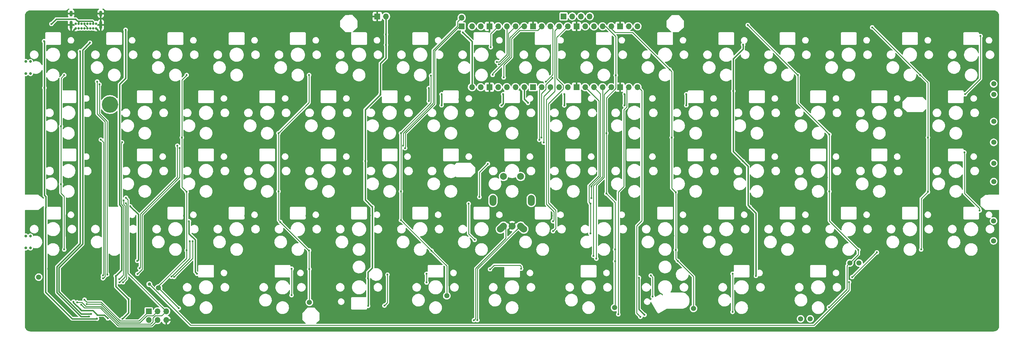
<source format=gtl>
%TF.GenerationSoftware,KiCad,Pcbnew,(6.0.1-0)*%
%TF.CreationDate,2022-02-13T12:24:25+09:00*%
%TF.ProjectId,nora,6e6f7261-2e6b-4696-9361-645f70636258,DN:0032*%
%TF.SameCoordinates,Original*%
%TF.FileFunction,Copper,L1,Top*%
%TF.FilePolarity,Positive*%
%FSLAX46Y46*%
G04 Gerber Fmt 4.6, Leading zero omitted, Abs format (unit mm)*
G04 Created by KiCad (PCBNEW (6.0.1-0)) date 2022-02-13 12:24:25*
%MOMM*%
%LPD*%
G01*
G04 APERTURE LIST*
G04 Aperture macros list*
%AMHorizOval*
0 Thick line with rounded ends*
0 $1 width*
0 $2 $3 position (X,Y) of the first rounded end (center of the circle)*
0 $4 $5 position (X,Y) of the second rounded end (center of the circle)*
0 Add line between two ends*
20,1,$1,$2,$3,$4,$5,0*
0 Add two circle primitives to create the rounded ends*
1,1,$1,$2,$3*
1,1,$1,$4,$5*%
G04 Aperture macros list end*
%TA.AperFunction,ComponentPad*%
%ADD10C,1.000000*%
%TD*%
%TA.AperFunction,ComponentPad*%
%ADD11C,4.800000*%
%TD*%
%TA.AperFunction,ComponentPad*%
%ADD12C,0.800000*%
%TD*%
%TA.AperFunction,ComponentPad*%
%ADD13O,2.000000X3.200000*%
%TD*%
%TA.AperFunction,ComponentPad*%
%ADD14C,2.000000*%
%TD*%
%TA.AperFunction,ComponentPad*%
%ADD15HorizOval,2.000000X0.353553X0.353553X-0.353553X-0.353553X0*%
%TD*%
%TA.AperFunction,ComponentPad*%
%ADD16HorizOval,2.000000X-0.353553X0.353553X0.353553X-0.353553X0*%
%TD*%
%TA.AperFunction,ComponentPad*%
%ADD17C,1.500000*%
%TD*%
%TA.AperFunction,ComponentPad*%
%ADD18C,0.700000*%
%TD*%
%TA.AperFunction,ComponentPad*%
%ADD19O,0.900000X2.400000*%
%TD*%
%TA.AperFunction,ComponentPad*%
%ADD20O,0.900000X1.700000*%
%TD*%
%TA.AperFunction,ComponentPad*%
%ADD21R,1.700000X1.700000*%
%TD*%
%TA.AperFunction,ComponentPad*%
%ADD22O,1.700000X1.700000*%
%TD*%
%TA.AperFunction,ViaPad*%
%ADD23C,0.600000*%
%TD*%
%TA.AperFunction,Conductor*%
%ADD24C,0.254000*%
%TD*%
%TA.AperFunction,Conductor*%
%ADD25C,0.381000*%
%TD*%
G04 APERTURE END LIST*
D10*
X49050000Y-49100000D03*
X47800000Y-48550000D03*
X49050000Y-51800000D03*
X46450000Y-49100000D03*
X46450000Y-51750000D03*
X49700000Y-50450000D03*
X47800000Y-52350000D03*
X45900000Y-50450000D03*
D11*
X47800000Y-50450000D03*
D12*
X24579672Y-41375520D03*
X23219672Y-37873520D03*
X23219672Y-41373520D03*
X24579672Y-37875520D03*
X23219680Y-92373520D03*
X23219680Y-88873520D03*
X24579680Y-92375520D03*
X24579680Y-88875520D03*
D13*
X159524992Y-78475520D03*
X170724992Y-78475520D03*
D14*
X161694992Y-86875520D03*
D15*
X162284992Y-86325520D03*
D16*
X167974992Y-86325520D03*
D14*
X168564992Y-86875520D03*
X165124992Y-85975520D03*
X167624992Y-71475520D03*
X162624992Y-71475520D03*
D17*
X61973432Y-104075520D03*
X305614056Y-84475520D03*
X146075000Y-106350000D03*
D10*
X59273432Y-102975520D03*
D17*
X105973432Y-108275520D03*
X27000000Y-100900000D03*
X305614056Y-90300000D03*
X305700000Y-47500000D03*
X305649984Y-61500000D03*
X305650000Y-67600000D03*
X266360866Y-96775520D03*
X249300000Y-113100000D03*
X305649984Y-55400000D03*
X305649984Y-72950000D03*
D18*
X37800000Y-28190000D03*
X38650000Y-28190000D03*
X39500000Y-28190000D03*
X40350000Y-28190000D03*
X41200000Y-28190000D03*
X42050000Y-28190000D03*
X42900000Y-28190000D03*
X43750000Y-28190000D03*
X43750000Y-26840000D03*
X42900000Y-26840000D03*
X42050000Y-26840000D03*
X41200000Y-26840000D03*
X40350000Y-26840000D03*
X39500000Y-26840000D03*
X38650000Y-26840000D03*
X37800000Y-26840000D03*
D19*
X45100000Y-27210000D03*
D20*
X36450000Y-23830000D03*
X45100000Y-23830000D03*
D19*
X36450000Y-27210000D03*
D21*
X180149984Y-24675520D03*
D22*
X182689984Y-24675520D03*
X185229984Y-24675520D03*
X187769984Y-24675520D03*
D17*
X305649984Y-44400000D03*
X263660866Y-96775520D03*
D22*
X153419984Y-27585520D03*
X155959984Y-27585520D03*
D21*
X158499984Y-27585520D03*
D22*
X161039984Y-27585520D03*
X163579984Y-27585520D03*
X166119984Y-27585520D03*
X168659984Y-27585520D03*
D21*
X171199984Y-27585520D03*
D22*
X173739984Y-27585520D03*
X176279984Y-27585520D03*
X178819984Y-27585520D03*
X181359984Y-27585520D03*
D21*
X183899984Y-27585520D03*
D22*
X186439984Y-27585520D03*
X188979984Y-27585520D03*
X191519984Y-27585520D03*
X194059984Y-27585520D03*
D21*
X196599984Y-27585520D03*
D22*
X199139984Y-27585520D03*
X201679984Y-27585520D03*
X201679984Y-45365520D03*
X199139984Y-45365520D03*
D21*
X196599984Y-45365520D03*
D22*
X194059984Y-45365520D03*
X191519984Y-45365520D03*
X188979984Y-45365520D03*
X186439984Y-45365520D03*
D21*
X183899984Y-45365520D03*
D22*
X181359984Y-45365520D03*
X178819984Y-45365520D03*
X176279984Y-45365520D03*
X173739984Y-45365520D03*
D21*
X171199984Y-45365520D03*
D22*
X168659984Y-45365520D03*
X166119984Y-45365520D03*
X163579984Y-45365520D03*
X161039984Y-45365520D03*
D21*
X158499984Y-45365520D03*
D22*
X155959984Y-45365520D03*
X153419984Y-45365520D03*
D21*
X150400000Y-27585520D03*
D22*
X150400000Y-25045520D03*
D21*
X125800000Y-24700520D03*
D22*
X128340000Y-24700520D03*
D17*
X195023432Y-109825520D03*
X252100000Y-113100000D03*
X218060866Y-110075520D03*
D21*
X59100000Y-110900000D03*
D22*
X59100000Y-113440000D03*
X61640000Y-110900000D03*
X61640000Y-113440000D03*
X64180000Y-110900000D03*
X64180000Y-113440000D03*
D23*
X127873432Y-109225520D03*
X128773432Y-100175520D03*
X189700000Y-95500000D03*
X51460866Y-113075520D03*
X37160866Y-108075520D03*
X44160866Y-111975520D03*
X47160866Y-112975520D03*
X53216369Y-107341897D03*
X49483623Y-100583623D03*
X52350000Y-28600000D03*
X39135866Y-110335009D03*
X151000000Y-105800000D03*
X132060866Y-30375520D03*
X306500000Y-82675520D03*
X105100000Y-82950000D03*
X186000000Y-48900000D03*
X172000000Y-37800000D03*
X43860866Y-30675520D03*
X167713986Y-48925520D03*
X306500000Y-116000000D03*
X123667666Y-82889678D03*
X69350000Y-82950000D03*
X172160866Y-64575520D03*
X53300000Y-101800000D03*
X49200000Y-96300000D03*
X203900000Y-48900000D03*
X33000000Y-37800000D03*
X201500000Y-116000000D03*
X93500000Y-82800000D03*
X48300000Y-76250000D03*
X159160866Y-35675520D03*
X24000000Y-23800000D03*
X70060866Y-35975520D03*
X158863986Y-82975520D03*
X123500000Y-35900000D03*
X186205232Y-55075520D03*
X131500000Y-116000000D03*
X168605232Y-55075520D03*
X58500000Y-82800000D03*
X257000000Y-71800000D03*
X213900000Y-48900000D03*
X104560866Y-96575520D03*
X136500000Y-23800000D03*
X87250000Y-82950000D03*
X283000000Y-71800000D03*
X69000000Y-88800000D03*
X176714056Y-82975520D03*
X306500000Y-75675520D03*
X284000000Y-37800000D03*
X54691049Y-107491049D03*
X117800000Y-64100000D03*
X141000000Y-88800000D03*
X212243732Y-88800000D03*
X31100000Y-104100000D03*
X213000000Y-37800000D03*
X306500000Y-63800000D03*
X82000000Y-105800000D03*
X185760866Y-79025520D03*
X54060866Y-85375520D03*
X35084380Y-88775749D03*
X216698973Y-105704159D03*
X282660866Y-54775520D03*
X53100000Y-76300000D03*
X165160866Y-82675520D03*
X250073432Y-98375520D03*
X135500000Y-35800000D03*
X29754066Y-98500000D03*
X38000000Y-54800000D03*
X221000000Y-71800000D03*
X94000000Y-116000000D03*
X251500000Y-23800000D03*
X153563986Y-30425520D03*
X93073432Y-98475520D03*
X54000000Y-23800000D03*
X144760866Y-71800000D03*
X35084380Y-82919874D03*
X41000000Y-82800000D03*
X57900000Y-34100000D03*
X137873432Y-98475520D03*
X38000000Y-71800000D03*
X24000000Y-48800000D03*
X238873432Y-98375520D03*
X162463986Y-64475520D03*
X177463459Y-88793552D03*
X149750000Y-48950000D03*
X57660866Y-99475520D03*
X120560866Y-28375520D03*
X194273432Y-97875520D03*
X162660866Y-30375520D03*
X114310866Y-98075520D03*
X174000000Y-23800000D03*
X74000000Y-71800000D03*
X24000000Y-81750000D03*
X144560866Y-64425520D03*
X128560866Y-42575520D03*
X171513986Y-30425520D03*
X140860866Y-35775520D03*
X75500000Y-82800000D03*
X114000000Y-71800000D03*
X172160866Y-98575520D03*
X144760866Y-39575520D03*
X113568270Y-105368270D03*
X70963986Y-100275520D03*
X248000000Y-105800000D03*
X24000000Y-63800000D03*
X54060866Y-83875520D03*
X135600000Y-63200000D03*
X111500000Y-82800000D03*
X75860866Y-29475520D03*
X176760866Y-54875520D03*
X151760866Y-98575520D03*
X56660866Y-111575520D03*
X49800000Y-98800000D03*
X36860866Y-111875520D03*
X194014056Y-51975520D03*
X126160866Y-98075520D03*
X276800000Y-116000000D03*
X31200000Y-79100000D03*
X64800000Y-64100000D03*
X100000000Y-64100000D03*
X237500000Y-116000000D03*
X39500000Y-93400000D03*
X276000000Y-23800000D03*
X82100000Y-64100000D03*
X91500000Y-23800000D03*
X257000000Y-54800000D03*
X99560866Y-35975520D03*
X185355232Y-71825520D03*
X182673432Y-98575520D03*
X71360866Y-110875520D03*
X209000000Y-23800000D03*
X306500000Y-96350000D03*
X189773432Y-105775520D03*
X24000000Y-116000000D03*
X31400000Y-46700000D03*
X221000000Y-54800000D03*
X114000000Y-54800000D03*
X45700000Y-35900000D03*
X150205232Y-55075520D03*
X248000000Y-88800000D03*
X95260866Y-110075520D03*
X188864056Y-63625520D03*
X203960866Y-98145820D03*
X166160866Y-93675520D03*
X37400000Y-33600000D03*
X111560866Y-29475520D03*
X105000000Y-88800000D03*
X48800000Y-53700000D03*
X200800000Y-56100000D03*
X24000000Y-75800000D03*
X78000000Y-54800000D03*
X306500000Y-48800000D03*
X248000000Y-37800000D03*
X283000000Y-88800000D03*
X177960866Y-49475520D03*
X182960866Y-82675520D03*
X306500000Y-23800000D03*
X162513986Y-98425520D03*
X81860866Y-110575520D03*
X56500000Y-116000000D03*
X276460866Y-96325520D03*
X82573432Y-98475520D03*
X225973432Y-98275520D03*
X136500000Y-26600000D03*
X23500000Y-99000000D03*
X166500000Y-116000000D03*
X30715000Y-26875518D03*
X39045616Y-34874911D03*
X41687610Y-112392625D03*
X42273686Y-111673092D03*
X41943666Y-32375520D03*
X43990000Y-113039999D03*
X28563986Y-31925520D03*
X140805232Y-49475520D03*
X169760866Y-49975520D03*
X140805232Y-45637599D03*
X28660866Y-45575520D03*
X40370332Y-107503908D03*
X133938151Y-63198153D03*
X55800000Y-99950000D03*
X68090566Y-63179042D03*
X56450000Y-98300000D03*
X133331166Y-62460000D03*
X67460866Y-62475520D03*
X52460866Y-77675520D03*
X38234552Y-108282167D03*
X154000000Y-113500000D03*
X41048449Y-108829700D03*
X177058719Y-84555253D03*
X44060866Y-43725520D03*
X162673432Y-42525520D03*
X45741078Y-101247217D03*
X188860000Y-94700000D03*
X196114056Y-111775520D03*
X174960866Y-43725520D03*
X44725520Y-44525520D03*
X47004243Y-100139852D03*
X50500000Y-101500000D03*
X51311534Y-61500000D03*
X174360866Y-61575520D03*
X51797407Y-78502593D03*
X188260866Y-77775520D03*
X155593686Y-77487709D03*
X188260866Y-74375520D03*
X50600000Y-102400000D03*
X158060866Y-67775520D03*
X202550000Y-112500000D03*
X45743834Y-100444010D03*
X45125000Y-60725000D03*
X173060866Y-60775520D03*
X187960866Y-79375520D03*
X51600000Y-102400000D03*
X52450000Y-79350000D03*
X187960866Y-88125520D03*
X152455232Y-79425520D03*
X154205232Y-90025520D03*
X33500000Y-73700000D03*
X33500000Y-56800000D03*
X158913986Y-33675520D03*
X34454680Y-92825520D03*
X34454672Y-41825520D03*
X67873432Y-109975520D03*
X160660866Y-37975520D03*
X68753231Y-60075520D03*
X70148113Y-75980201D03*
X70173424Y-93075520D03*
X70173424Y-41825520D03*
X132681240Y-58825520D03*
X65722292Y-100775449D03*
X132681240Y-84246990D03*
X159463986Y-41775520D03*
X141610928Y-93175520D03*
X71060866Y-90375520D03*
X132681240Y-75825520D03*
X141472997Y-42000000D03*
X212873432Y-92975520D03*
X213460866Y-96175520D03*
X211700000Y-60075520D03*
X212860866Y-76075520D03*
X211100000Y-40200000D03*
X271560866Y-93675520D03*
X264360866Y-100875520D03*
X270199996Y-27900000D03*
X284225516Y-41825516D03*
X284485936Y-92825520D03*
X286460866Y-75975520D03*
X286460866Y-60075520D03*
X195373432Y-41875520D03*
X192623432Y-58825520D03*
X195189056Y-92825520D03*
X176900000Y-42700000D03*
X192623432Y-76475520D03*
X173731166Y-60075520D03*
X195173432Y-96275520D03*
X105892176Y-41825520D03*
X105960866Y-98575520D03*
X96962488Y-58825520D03*
X71960866Y-90375520D03*
X66523432Y-100825520D03*
X96962488Y-75825520D03*
X105892176Y-93100000D03*
X97507749Y-84792251D03*
X161260866Y-38675520D03*
X266150000Y-92950000D03*
X257578358Y-109707006D03*
X248524480Y-41825520D03*
X257696672Y-75825520D03*
X233900000Y-27200000D03*
X257696672Y-59175520D03*
X263460866Y-102375520D03*
X150763986Y-29375520D03*
X155000000Y-113475520D03*
X177060866Y-87475520D03*
X39384054Y-108946370D03*
X128325000Y-32975000D03*
X126705232Y-47475520D03*
X215960866Y-47425520D03*
X232536849Y-32966040D03*
X202131166Y-101077814D03*
X203760866Y-111925520D03*
X215960866Y-50675520D03*
X144573432Y-47425520D03*
X162513986Y-47425520D03*
X229660866Y-46485000D03*
X197931166Y-50675520D03*
X122273432Y-66975520D03*
X55769790Y-96150000D03*
X162000000Y-50700000D03*
X123073432Y-101275520D03*
X232451386Y-66966040D03*
X197931166Y-47404003D03*
X123114052Y-109325520D03*
X128350000Y-29950000D03*
X234470346Y-80385000D03*
X144555232Y-50675520D03*
X180360866Y-47400000D03*
X124360866Y-80375520D03*
X180360866Y-50700000D03*
X53710572Y-80200000D03*
X236289007Y-100547379D03*
X167757742Y-98425520D03*
X158700000Y-98600000D03*
X301805232Y-30425520D03*
X297305232Y-47425520D03*
X100773432Y-106175520D03*
X100789832Y-98425520D03*
X140163272Y-99925520D03*
X140173432Y-102475520D03*
X297100506Y-64425520D03*
X301565346Y-81425520D03*
X73163986Y-99925520D03*
X70860866Y-84575520D03*
X206160866Y-106625520D03*
X205610866Y-100431741D03*
X229460152Y-99925520D03*
X229446511Y-111072341D03*
D24*
X128773432Y-108325520D02*
X127873432Y-109225520D01*
X128773432Y-100175520D02*
X128773432Y-108325520D01*
X189700000Y-73974044D02*
X189700000Y-95500000D01*
X191976695Y-71697349D02*
X189700000Y-73974044D01*
X191976695Y-47448809D02*
X191976695Y-71697349D01*
X194059984Y-45365520D02*
X191976695Y-47448809D01*
D25*
X53216369Y-111320017D02*
X51460866Y-113075520D01*
X50593211Y-44543175D02*
X52350000Y-42786386D01*
X53216369Y-107341897D02*
X49499998Y-103625526D01*
X51189007Y-98878239D02*
X51189007Y-87593265D01*
X52350000Y-42786386D02*
X52350000Y-28600000D01*
X39135866Y-110335009D02*
X37160866Y-108360009D01*
X42820354Y-110635008D02*
X44160866Y-111975520D01*
X51193560Y-85983128D02*
X51189007Y-85978575D01*
X46160866Y-111975520D02*
X44160866Y-111975520D01*
X50572004Y-79786658D02*
X50572004Y-51628194D01*
X51193560Y-87588712D02*
X51193560Y-85983128D01*
X53216369Y-107341897D02*
X53216369Y-111320017D01*
X49483623Y-100583623D02*
X51189007Y-98878239D01*
X51189007Y-87593265D02*
X51193560Y-87588712D01*
X47160866Y-112975520D02*
X46160866Y-111975520D01*
X51189007Y-80403661D02*
X50572004Y-79786658D01*
X39435865Y-110635008D02*
X42820354Y-110635008D01*
X50572004Y-51628194D02*
X50593211Y-51606987D01*
X39135866Y-110335009D02*
X39435865Y-110635008D01*
X50593211Y-51606987D02*
X50593211Y-44543175D01*
X51189007Y-85978575D02*
X51189007Y-80403661D01*
X49499998Y-103625526D02*
X49499998Y-100650000D01*
X37160866Y-108360009D02*
X37160866Y-108075520D01*
X54060866Y-85375520D02*
X54060866Y-83875520D01*
X35084380Y-88775749D02*
X35000000Y-88691369D01*
X35000000Y-88691369D02*
X35000000Y-83004254D01*
X35000000Y-83004254D02*
X35084380Y-82919874D01*
X32114998Y-25475520D02*
X30715000Y-26875518D01*
X38898727Y-26096299D02*
X42651273Y-26096299D01*
X37780494Y-25475520D02*
X32114998Y-25475520D01*
X38650000Y-26345026D02*
X37921264Y-25616290D01*
X42900000Y-26345026D02*
X42900000Y-26840000D01*
X38650000Y-26345026D02*
X38898727Y-26096299D01*
X42651273Y-26096299D02*
X42900000Y-26345026D01*
X38650000Y-26840000D02*
X38650000Y-26345026D01*
X38401273Y-26096299D02*
X37921264Y-25616290D01*
X38898727Y-26096299D02*
X38401273Y-26096299D01*
X37921264Y-25616290D02*
X37780494Y-25475520D01*
X39045616Y-91128186D02*
X32315789Y-97858012D01*
X32315789Y-97858012D02*
X32315789Y-105371893D01*
X39336521Y-112392625D02*
X41687610Y-112392625D01*
X32315789Y-105371893D02*
X39336521Y-112392625D01*
X39045616Y-34874911D02*
X39045616Y-91128186D01*
X41943666Y-32375520D02*
X39804495Y-34514691D01*
X39804495Y-91195505D02*
X32900000Y-98100000D01*
X39804495Y-34514691D02*
X39804495Y-91195505D01*
X32900000Y-98100000D02*
X32900000Y-105129905D01*
X39443187Y-111673092D02*
X42273686Y-111673092D01*
X32900000Y-105129905D02*
X39443187Y-111673092D01*
X29060866Y-80570141D02*
X29060866Y-77375520D01*
X29034402Y-105334402D02*
X29034402Y-80596605D01*
X168659984Y-45365520D02*
X168659984Y-48874638D01*
X29060866Y-77375520D02*
X28660866Y-76975520D01*
X168659984Y-48874638D02*
X169760866Y-49975520D01*
X28660866Y-76975520D02*
X28660866Y-45575520D01*
X29034402Y-80596605D02*
X29060866Y-80570141D01*
X43990000Y-113039999D02*
X43944173Y-113085826D01*
X36785826Y-113085826D02*
X29034402Y-105334402D01*
X140805232Y-45637599D02*
X140805232Y-49475520D01*
X43944173Y-113085826D02*
X36785826Y-113085826D01*
X28563986Y-31930000D02*
X28660866Y-32026880D01*
X28660866Y-32026880D02*
X28660866Y-45575520D01*
D24*
X40350000Y-26840000D02*
X40350000Y-27089654D01*
X41200000Y-27939654D02*
X41200000Y-28190000D01*
X40350000Y-27089654D02*
X41200000Y-27939654D01*
X41041944Y-108175520D02*
X40370332Y-107503908D01*
X45189057Y-108175520D02*
X41041944Y-108175520D01*
X59100000Y-110900000D02*
X56269799Y-113730201D01*
X50743738Y-113730201D02*
X45189057Y-108175520D01*
X56269799Y-113730201D02*
X50743738Y-113730201D01*
X150400000Y-27585520D02*
X149753986Y-27585520D01*
X142559407Y-34780099D02*
X142559407Y-50260593D01*
X57150000Y-82686386D02*
X68090566Y-71745820D01*
X68090566Y-71745820D02*
X68090566Y-63179042D01*
X57150000Y-98600000D02*
X57150000Y-82686386D01*
X149753986Y-27585520D02*
X142559407Y-34780099D01*
X142559407Y-50260593D02*
X133960866Y-58859134D01*
X133960866Y-58859134D02*
X133960866Y-63175438D01*
X55800000Y-99950000D02*
X57150000Y-98600000D01*
X133960866Y-63175438D02*
X133938151Y-63198153D01*
X142102696Y-50070712D02*
X133370000Y-58803408D01*
X133370000Y-62421166D02*
X133331166Y-62460000D01*
X149220289Y-27473331D02*
X142102696Y-34590924D01*
X133370000Y-58803408D02*
X133370000Y-62421166D01*
X142102697Y-36593449D02*
X142102696Y-50070712D01*
X142102696Y-34590924D02*
X142102697Y-36593449D01*
X149220289Y-26225231D02*
X149220289Y-27473331D01*
X67460866Y-71729634D02*
X56693290Y-82497210D01*
X67460866Y-62475520D02*
X67460866Y-71729634D01*
X150400000Y-25045520D02*
X149220289Y-26225231D01*
X56693290Y-98056710D02*
X56450000Y-98300000D01*
X56693290Y-82497210D02*
X56693290Y-98056710D01*
X64180000Y-110900000D02*
X53083913Y-99803913D01*
X53080360Y-85196439D02*
X53080360Y-78295014D01*
X61000000Y-112200000D02*
X60360866Y-112839134D01*
X60360866Y-113925832D02*
X59642075Y-114644623D01*
X53083913Y-85199992D02*
X53080360Y-85196439D01*
X62880000Y-112200000D02*
X61000000Y-112200000D01*
X53080360Y-78295014D02*
X52460866Y-77675520D01*
X60360866Y-112839134D02*
X60360866Y-113925832D01*
X50366388Y-114644623D02*
X45181166Y-109459401D01*
X59642075Y-114644623D02*
X50366388Y-114644623D01*
X39610383Y-108282167D02*
X38234552Y-108282167D01*
X40787617Y-109459401D02*
X39610383Y-108282167D01*
X53083913Y-99803913D02*
X53083913Y-85199992D01*
X64180000Y-110900000D02*
X62880000Y-112200000D01*
X45181166Y-109459401D02*
X40787617Y-109459401D01*
X175160866Y-48975520D02*
X175160866Y-79552073D01*
X163250000Y-86600528D02*
X163250000Y-89604114D01*
X56548974Y-114187412D02*
X50555063Y-114187412D01*
X50555063Y-114187412D02*
X45197351Y-108829700D01*
X177357809Y-84256163D02*
X177058719Y-84555253D01*
X45197351Y-108829700D02*
X41048449Y-108829700D01*
X154500000Y-98354114D02*
X154500000Y-113000000D01*
X154500000Y-113000000D02*
X154000000Y-113500000D01*
X163250000Y-89604114D02*
X154500000Y-98354114D01*
X58536386Y-112200000D02*
X56548974Y-114187412D01*
X60340000Y-112200000D02*
X58536386Y-112200000D01*
X177560866Y-46575520D02*
X175160866Y-48975520D01*
X162624992Y-85975520D02*
X163250000Y-86600528D01*
X178819984Y-27585520D02*
X177560866Y-28844638D01*
X61640000Y-110900000D02*
X60340000Y-112200000D01*
X177560866Y-28844638D02*
X177560866Y-46575520D01*
X175160866Y-79552073D02*
X177357809Y-81749016D01*
X177357809Y-81749016D02*
X177357809Y-84256163D01*
X45839169Y-101247217D02*
X46374035Y-100712351D01*
X167371155Y-28765231D02*
X164960866Y-31175520D01*
X45741078Y-101247217D02*
X45839169Y-101247217D01*
X162673432Y-38862954D02*
X162673432Y-42525520D01*
X164960866Y-31175520D02*
X164960866Y-36575520D01*
X44060866Y-53121406D02*
X44060866Y-43725520D01*
X173739984Y-27585520D02*
X172560273Y-28765231D01*
X46374035Y-100712351D02*
X46374035Y-55434575D01*
X46374035Y-55434575D02*
X44060866Y-53121406D01*
X164960866Y-36575520D02*
X162673432Y-38862954D01*
X172560273Y-28765231D02*
X167371155Y-28765231D01*
X188890567Y-74137591D02*
X188890567Y-94669433D01*
X191519984Y-71508174D02*
X188890567Y-74137591D01*
X191519984Y-45365520D02*
X191519984Y-71508174D01*
X188890567Y-94669433D02*
X188860000Y-94700000D01*
X196114056Y-76009011D02*
X196114056Y-111775520D01*
X197720265Y-74402802D02*
X196114056Y-76009011D01*
X198560866Y-45944638D02*
X198560866Y-51175520D01*
X199139984Y-45365520D02*
X198560866Y-45944638D01*
X197720265Y-52016121D02*
X197720265Y-74402802D01*
X198560866Y-51175520D02*
X197720265Y-52016121D01*
X177000000Y-41686386D02*
X174960866Y-43725520D01*
X44725520Y-44525520D02*
X44725520Y-53140174D01*
X177000000Y-28305536D02*
X177000000Y-41686386D01*
X44725520Y-53140174D02*
X46929245Y-55343899D01*
X46929245Y-55343899D02*
X46929245Y-100064854D01*
X176279984Y-27585520D02*
X177000000Y-28305536D01*
X46929245Y-100064854D02*
X47004243Y-100139852D01*
X51092215Y-61719319D02*
X51092215Y-79571179D01*
X176279984Y-46156402D02*
X174360866Y-48075520D01*
X51092215Y-79571179D02*
X51709218Y-80188183D01*
X51709218Y-87987980D02*
X51709218Y-100290782D01*
X51713771Y-87983427D02*
X51709218Y-87987980D01*
X51709218Y-85763063D02*
X51713771Y-85767616D01*
X51709218Y-80188183D02*
X51709218Y-85763063D01*
X174360866Y-48075520D02*
X174360866Y-61575520D01*
X51709218Y-100290782D02*
X50500000Y-101500000D01*
X176279984Y-45365520D02*
X176279984Y-46156402D01*
X51713771Y-85767616D02*
X51713771Y-87983427D01*
X51311534Y-61500000D02*
X51092215Y-61719319D01*
X188260866Y-74375520D02*
X188260866Y-77775520D01*
X188260866Y-74121406D02*
X188260866Y-74375520D01*
X190917576Y-47303112D02*
X190917576Y-71464696D01*
X155593686Y-77487709D02*
X155593686Y-70242700D01*
X52170491Y-100829509D02*
X52170491Y-85578408D01*
X155593686Y-70242700D02*
X158060866Y-67775520D01*
X52170491Y-85578408D02*
X52165929Y-85573846D01*
X190917576Y-71464696D02*
X188260866Y-74121406D01*
X52165929Y-79999007D02*
X51797407Y-79630485D01*
X52165929Y-85573846D02*
X52165929Y-79999007D01*
X50600000Y-102400000D02*
X52170491Y-100829509D01*
X188979984Y-45365520D02*
X190917576Y-47303112D01*
X51797407Y-79630485D02*
X51797407Y-78502593D01*
X201679984Y-45365520D02*
X201950866Y-45365520D01*
X203000000Y-46414654D02*
X203000000Y-84400000D01*
X201501465Y-85898535D02*
X201501465Y-111451465D01*
X201501465Y-111451465D02*
X202550000Y-112500000D01*
X201950866Y-45365520D02*
X203000000Y-46414654D01*
X203000000Y-84400000D02*
X201501465Y-85898535D01*
X45915569Y-89848238D02*
X45915569Y-100272275D01*
X173739984Y-45365520D02*
X173060866Y-46044638D01*
X173060866Y-46044638D02*
X173060866Y-60775520D01*
X45915569Y-100272275D02*
X45743834Y-100444010D01*
X45125000Y-60725000D02*
X45900000Y-61500000D01*
X45900000Y-61500000D02*
X45900000Y-89832669D01*
X45900000Y-89832669D02*
X45915569Y-89848238D01*
X52623149Y-85385149D02*
X52627202Y-85389202D01*
X154205232Y-90025520D02*
X152455232Y-88275520D01*
X190460866Y-71275520D02*
X190460866Y-49386402D01*
X52627202Y-101372798D02*
X51600000Y-102400000D01*
X190460866Y-49386402D02*
X186439984Y-45365520D01*
X152455232Y-88275520D02*
X152455232Y-79425520D01*
X52623149Y-79523149D02*
X52623149Y-85385149D01*
X52627202Y-85389202D02*
X52627202Y-101372798D01*
X187960866Y-79375520D02*
X187960866Y-88125520D01*
X187560866Y-74175520D02*
X190460866Y-71275520D01*
X52450000Y-79350000D02*
X52623149Y-79523149D01*
X187560866Y-78975520D02*
X187560866Y-74175520D01*
X187960866Y-79375520D02*
X187560866Y-78975520D01*
X33500000Y-73700000D02*
X33500000Y-76348952D01*
X161039984Y-27585520D02*
X158913986Y-29711518D01*
X33549576Y-42730616D02*
X33549576Y-56750424D01*
X33500000Y-76348952D02*
X34454680Y-77303632D01*
X34454672Y-41825520D02*
X33549576Y-42730616D01*
X34454680Y-77303632D02*
X34454680Y-92825520D01*
X33549576Y-56750424D02*
X33500000Y-56800000D01*
X33500000Y-56800000D02*
X33500000Y-73700000D01*
X158913986Y-29711518D02*
X158913986Y-33675520D01*
X70173424Y-41825520D02*
X70173424Y-41862962D01*
X61973432Y-103575520D02*
X70173424Y-95375528D01*
X163579984Y-35796114D02*
X161400578Y-37975520D01*
X68753231Y-43283155D02*
X68753231Y-60075520D01*
X70173424Y-41862962D02*
X68753231Y-43283155D01*
X70173424Y-95375528D02*
X70173424Y-93075520D01*
X61973432Y-104075520D02*
X61973432Y-103575520D01*
X70173424Y-93075520D02*
X70173424Y-76005512D01*
X61973432Y-104075520D02*
X67873432Y-109975520D01*
X70148113Y-75980201D02*
X68753231Y-74585319D01*
X161400578Y-37975520D02*
X160660866Y-37975520D01*
X68753231Y-74585319D02*
X68753231Y-60075520D01*
X70173424Y-76005512D02*
X70148113Y-75980201D01*
X163579984Y-27585520D02*
X163579984Y-35796114D01*
X65722292Y-100736127D02*
X71060866Y-95397553D01*
X141609770Y-93175520D02*
X141610928Y-93175520D01*
X146075000Y-103589654D02*
X146075000Y-106350000D01*
X132681240Y-75825520D02*
X132681240Y-84246990D01*
X132681240Y-58758266D02*
X141472997Y-49966509D01*
X167850866Y-27585520D02*
X164504155Y-30932231D01*
X168659984Y-27585520D02*
X167850866Y-27585520D01*
X132681240Y-84246990D02*
X141609770Y-93175520D01*
X159463986Y-41426514D02*
X159463986Y-41775520D01*
X146073432Y-103588086D02*
X146075000Y-103589654D01*
X132681240Y-58825520D02*
X132681240Y-75825520D01*
X164504155Y-30932231D02*
X164504155Y-36386345D01*
X141610928Y-93175520D02*
X146073432Y-97638024D01*
X141472997Y-49966509D02*
X141472997Y-42000000D01*
X132681240Y-58825520D02*
X132681240Y-58758266D01*
X146073432Y-97638024D02*
X146073432Y-103588086D01*
X164504155Y-36386345D02*
X159463986Y-41426514D01*
X65722292Y-100775449D02*
X65722292Y-100736127D01*
X71060866Y-95397553D02*
X71060866Y-90375520D01*
X212873432Y-92975520D02*
X212873432Y-95588086D01*
X212873432Y-95588086D02*
X213460866Y-96175520D01*
X194059984Y-28259984D02*
X195200000Y-29400000D01*
X194059984Y-27585520D02*
X194059984Y-28259984D01*
X200300000Y-29400000D02*
X211100000Y-40200000D01*
X212873432Y-76088086D02*
X212860866Y-76075520D01*
X211700000Y-74914654D02*
X212860866Y-76075520D01*
X195200000Y-29400000D02*
X200300000Y-29400000D01*
X212873432Y-92975520D02*
X212873432Y-76088086D01*
X213477235Y-96175520D02*
X213460866Y-96175520D01*
X211700000Y-60075520D02*
X211700000Y-40800000D01*
X211700000Y-40800000D02*
X211100000Y-40200000D01*
X218060866Y-110075520D02*
X218060866Y-100759151D01*
X218060866Y-100759151D02*
X213477235Y-96175520D01*
X211700000Y-60075520D02*
X211700000Y-74914654D01*
X284485936Y-92825520D02*
X284485936Y-77950450D01*
X271560866Y-93675520D02*
X264360866Y-100875520D01*
X284225516Y-41825516D02*
X286460866Y-44060866D01*
X279119916Y-36719916D02*
X270300000Y-27900000D01*
X280366541Y-37966541D02*
X280344807Y-37966541D01*
X284225516Y-41825516D02*
X280366541Y-37966541D01*
X270300000Y-27900000D02*
X270199996Y-27900000D01*
X286460866Y-44060866D02*
X286460866Y-60075520D01*
X279119916Y-36741650D02*
X279119916Y-36719916D01*
X280344807Y-37966541D02*
X279119916Y-36741650D01*
X286460866Y-60075520D02*
X286460866Y-75975520D01*
X284485936Y-77950450D02*
X286460866Y-75975520D01*
X175004155Y-45995463D02*
X175004155Y-44595845D01*
X195173432Y-96275520D02*
X195173432Y-92841144D01*
X195173432Y-109675520D02*
X195173432Y-96275520D01*
X191519984Y-27585520D02*
X192373986Y-27585520D01*
X195189056Y-79041144D02*
X192623432Y-76475520D01*
X195373432Y-45720436D02*
X192623432Y-48470436D01*
X192373986Y-27585520D02*
X195373432Y-30584966D01*
X195189056Y-84991144D02*
X195189056Y-79041144D01*
X195023432Y-109825520D02*
X195173432Y-109675520D01*
X192623432Y-58825520D02*
X192623432Y-76475520D01*
X192623432Y-48470436D02*
X192623432Y-58825520D01*
X173731166Y-60075520D02*
X173731166Y-47268452D01*
X195373432Y-41875520D02*
X195373432Y-45720436D01*
X173731166Y-47268452D02*
X175004155Y-45995463D01*
X195373432Y-30584966D02*
X195373432Y-41875520D01*
X195173432Y-92841144D02*
X195189056Y-92825520D01*
X195189056Y-92825520D02*
X195189056Y-84991144D01*
X175004155Y-44595845D02*
X176900000Y-42700000D01*
X71960866Y-95388086D02*
X71960866Y-90375520D01*
X166119984Y-27585520D02*
X164047444Y-29658060D01*
X105815498Y-93100000D02*
X105892176Y-93100000D01*
X96962488Y-84246990D02*
X97507749Y-84792251D01*
X66523432Y-100825520D02*
X71960866Y-95388086D01*
X105973432Y-98588086D02*
X105960866Y-98575520D01*
X97507749Y-84792251D02*
X105815498Y-93100000D01*
X161460866Y-38675520D02*
X161260866Y-38675520D01*
X96962488Y-58825520D02*
X96962488Y-75825520D01*
X96962488Y-75825520D02*
X96962488Y-84246990D01*
X164047444Y-29658060D02*
X164047444Y-36088942D01*
X105892176Y-49895832D02*
X96962488Y-58825520D01*
X105892176Y-93100000D02*
X105892176Y-98506830D01*
X105973432Y-108275520D02*
X105973432Y-98588086D01*
X105892176Y-98506830D02*
X105960866Y-98575520D01*
X105892176Y-41825520D02*
X105892176Y-49895832D01*
X164047444Y-36088942D02*
X161460866Y-38675520D01*
X248524480Y-41825520D02*
X248524480Y-50004486D01*
X257696672Y-84496672D02*
X266150000Y-92950000D01*
X257695514Y-59175520D02*
X257696672Y-59175520D01*
X263624480Y-96775520D02*
X262810866Y-97589134D01*
X243401166Y-36701686D02*
X233900000Y-27200520D01*
X248524480Y-50004486D02*
X257695514Y-59175520D01*
X243401166Y-36741650D02*
X243401166Y-36701686D01*
X262810866Y-97589134D02*
X262810866Y-104474498D01*
X263660866Y-96775520D02*
X266150000Y-94286386D01*
X257696672Y-75825520D02*
X257696672Y-59175520D01*
X248485036Y-41825520D02*
X243401166Y-36741650D01*
X263660866Y-96775520D02*
X263624480Y-96775520D01*
X248524480Y-41825520D02*
X248485036Y-41825520D01*
X257696672Y-75825520D02*
X257696672Y-84496672D01*
X233900000Y-27200520D02*
X233900000Y-27200000D01*
X262810866Y-104474498D02*
X257578358Y-109707006D01*
X266150000Y-94286386D02*
X266150000Y-92950000D01*
X59273432Y-102975520D02*
X71294245Y-114996333D01*
X253179562Y-114996333D02*
X263460866Y-104715029D01*
X263460866Y-104715029D02*
X263460866Y-102375520D01*
X71294245Y-114996333D02*
X253179562Y-114996333D01*
D25*
X153419984Y-32031518D02*
X150763986Y-29375520D01*
X153419984Y-45365520D02*
X153419984Y-32031518D01*
D24*
X167624992Y-85975520D02*
X167524480Y-85975520D01*
X178100000Y-42814654D02*
X180060866Y-44775520D01*
X177860866Y-86675520D02*
X177060866Y-87475520D01*
X61640000Y-113440000D02*
X59978166Y-115101834D01*
X180060866Y-45884261D02*
X175760866Y-50184261D01*
X175760866Y-79275520D02*
X177860866Y-81375520D01*
X155000000Y-98500000D02*
X155000000Y-113475520D01*
X44991990Y-109916111D02*
X40353795Y-109916111D01*
X40353795Y-109916111D02*
X39384054Y-108946370D01*
X59978166Y-115101834D02*
X50177713Y-115101834D01*
X180060866Y-44775520D02*
X180060866Y-45884261D01*
X50177713Y-115101834D02*
X44991990Y-109916111D01*
X178100000Y-30845504D02*
X178100000Y-42814654D01*
X181359984Y-27585520D02*
X178100000Y-30845504D01*
X177860866Y-81375520D02*
X177860866Y-86675520D01*
X175760866Y-50184261D02*
X175760866Y-79275520D01*
X167524480Y-85975520D02*
X155000000Y-98500000D01*
D25*
X123114052Y-101316140D02*
X123073432Y-101275520D01*
X232451386Y-66966040D02*
X229622291Y-64136945D01*
X126701490Y-38434896D02*
X128354230Y-36782156D01*
X229622291Y-64136945D02*
X229622291Y-46523575D01*
X123114052Y-109325520D02*
X123114052Y-101316140D01*
X53710572Y-80225226D02*
X56069789Y-82584443D01*
X128350000Y-32950000D02*
X128325000Y-32975000D01*
X126701490Y-47534896D02*
X126701490Y-38434896D01*
X122273432Y-78305220D02*
X124373432Y-80405220D01*
X128354230Y-36782156D02*
X128354230Y-33004230D01*
X232536849Y-34199537D02*
X232536849Y-32966040D01*
X128340000Y-29940000D02*
X128350000Y-29950000D01*
X122273432Y-51962954D02*
X126701490Y-47534896D01*
X56069789Y-95850001D02*
X55769790Y-96150000D01*
X236277631Y-100106312D02*
X236277631Y-82192285D01*
X197960866Y-47433703D02*
X197960866Y-50645820D01*
X233960866Y-79875520D02*
X233960866Y-68475520D01*
X236289007Y-100547379D02*
X236289007Y-100117688D01*
X234470346Y-80385000D02*
X233960866Y-79875520D01*
X124360866Y-80375520D02*
X124360866Y-98225520D01*
X180360866Y-47400000D02*
X180360866Y-50700000D01*
X233960866Y-68475520D02*
X232451386Y-66966040D01*
X122273432Y-66975520D02*
X122273432Y-78305220D01*
X162513986Y-50186014D02*
X162000000Y-50700000D01*
X53710572Y-80200000D02*
X53710572Y-80225226D01*
X197931166Y-47404003D02*
X197960866Y-47433703D01*
X56069789Y-82584443D02*
X56069789Y-95850001D01*
X202131166Y-101077814D02*
X202131166Y-110295820D01*
X122273432Y-66975520D02*
X122273432Y-51962954D01*
X128350000Y-29950000D02*
X128350000Y-32950000D01*
X202131166Y-110295820D02*
X203760866Y-111925520D01*
X144573432Y-47425520D02*
X144573432Y-50707320D01*
X128354230Y-33004230D02*
X128325000Y-32975000D01*
X197960866Y-50645820D02*
X197931166Y-50675520D01*
X229622291Y-46523575D02*
X229660866Y-46485000D01*
X236289007Y-100117688D02*
X236277631Y-100106312D01*
X162513986Y-47425520D02*
X162513986Y-50186014D01*
X123073432Y-99512954D02*
X123073432Y-101275520D01*
X236277631Y-82192285D02*
X234470346Y-80385000D01*
X124360866Y-98225520D02*
X123073432Y-99512954D01*
X229660866Y-37075520D02*
X232536849Y-34199537D01*
X128340000Y-24700520D02*
X128340000Y-29940000D01*
X229660866Y-46485000D02*
X229660866Y-37075520D01*
X215960866Y-47425520D02*
X215960866Y-50675520D01*
D24*
X159851500Y-97448500D02*
X158700000Y-98600000D01*
X167757742Y-97761520D02*
X167444722Y-97448500D01*
X167444722Y-97448500D02*
X159851500Y-97448500D01*
X167757742Y-98425520D02*
X167757742Y-97761520D01*
X301805232Y-30425520D02*
X301805232Y-42920794D01*
X301805232Y-42920794D02*
X297300506Y-47425520D01*
X100773432Y-98441920D02*
X100773432Y-106175520D01*
X140163272Y-102465360D02*
X140173432Y-102475520D01*
X140163272Y-99925520D02*
X140163272Y-102465360D01*
X301565346Y-80880000D02*
X301565346Y-81425520D01*
X297100000Y-64426026D02*
X297100000Y-76414654D01*
X297100000Y-76414654D02*
X301565346Y-80880000D01*
X297100506Y-64425520D02*
X297100000Y-64426026D01*
D25*
X73163986Y-99925520D02*
X72660866Y-99422400D01*
X72660866Y-89975520D02*
X70860866Y-88175520D01*
X72660866Y-99422400D02*
X72660866Y-89975520D01*
X70860866Y-88175520D02*
X70860866Y-84575520D01*
D24*
X206160866Y-100981741D02*
X205610866Y-100431741D01*
X206160866Y-106625520D02*
X206160866Y-100981741D01*
X229460152Y-99925520D02*
X229460152Y-111058700D01*
X229460152Y-111058700D02*
X229446511Y-111072341D01*
%TA.AperFunction,Conductor*%
G36*
X35909972Y-22425602D02*
G01*
X35956465Y-22479258D01*
X35966569Y-22549532D01*
X35937075Y-22614112D01*
X35908247Y-22638687D01*
X35867889Y-22663710D01*
X35857826Y-22671460D01*
X35725697Y-22796408D01*
X35717395Y-22806026D01*
X35613092Y-22954987D01*
X35606892Y-22966081D01*
X35534668Y-23132980D01*
X35530829Y-23145083D01*
X35493325Y-23324600D01*
X35492085Y-23334152D01*
X35492000Y-23337384D01*
X35492000Y-23557885D01*
X35496475Y-23573124D01*
X35497865Y-23574329D01*
X35505548Y-23576000D01*
X37389885Y-23576000D01*
X37405124Y-23571525D01*
X37406329Y-23570135D01*
X37408000Y-23562452D01*
X37408000Y-23384553D01*
X37407677Y-23378178D01*
X37393918Y-23242723D01*
X37391364Y-23230283D01*
X37336984Y-23056756D01*
X37331975Y-23045068D01*
X37243813Y-22886021D01*
X37236562Y-22875588D01*
X37118215Y-22737509D01*
X37109024Y-22728756D01*
X36983203Y-22631160D01*
X36941636Y-22573603D01*
X36937785Y-22502711D01*
X36972873Y-22440991D01*
X37035759Y-22408039D01*
X37060429Y-22405600D01*
X44491851Y-22405600D01*
X44559972Y-22425602D01*
X44606465Y-22479258D01*
X44616569Y-22549532D01*
X44587075Y-22614112D01*
X44558247Y-22638687D01*
X44517889Y-22663710D01*
X44507826Y-22671460D01*
X44375697Y-22796408D01*
X44367395Y-22806026D01*
X44263092Y-22954987D01*
X44256892Y-22966081D01*
X44184668Y-23132980D01*
X44180829Y-23145083D01*
X44143325Y-23324600D01*
X44142085Y-23334152D01*
X44142000Y-23337384D01*
X44142000Y-23557885D01*
X44146475Y-23573124D01*
X44147865Y-23574329D01*
X44155548Y-23576000D01*
X46039885Y-23576000D01*
X46055124Y-23571525D01*
X46056329Y-23570135D01*
X46058000Y-23562452D01*
X46058000Y-23384553D01*
X46057677Y-23378178D01*
X46043918Y-23242723D01*
X46041364Y-23230283D01*
X45986984Y-23056756D01*
X45981975Y-23045068D01*
X45893813Y-22886021D01*
X45886562Y-22875588D01*
X45768215Y-22737509D01*
X45759024Y-22728756D01*
X45633203Y-22631160D01*
X45591636Y-22573603D01*
X45587785Y-22502711D01*
X45622873Y-22440991D01*
X45685759Y-22408039D01*
X45710429Y-22405600D01*
X45944397Y-22405600D01*
X46012518Y-22425602D01*
X46055519Y-22472205D01*
X46082234Y-22522186D01*
X46082237Y-22522190D01*
X46085153Y-22527646D01*
X46192072Y-22657928D01*
X46322354Y-22764847D01*
X46357410Y-22783585D01*
X46465534Y-22841379D01*
X46465537Y-22841380D01*
X46470992Y-22844296D01*
X46632273Y-22893220D01*
X46726614Y-22902512D01*
X46733633Y-22903610D01*
X46738017Y-22905149D01*
X46743225Y-22905600D01*
X46751780Y-22905600D01*
X46764127Y-22906207D01*
X46795107Y-22909258D01*
X46799999Y-22910033D01*
X46809792Y-22908482D01*
X46809793Y-22908482D01*
X46818195Y-22907151D01*
X46837906Y-22905600D01*
X305562093Y-22905600D01*
X305581804Y-22907151D01*
X305590207Y-22908482D01*
X305600000Y-22910033D01*
X305609793Y-22908482D01*
X305619711Y-22908482D01*
X305619711Y-22908610D01*
X305633700Y-22908010D01*
X305802929Y-22920114D01*
X305825032Y-22921695D01*
X305842826Y-22924254D01*
X306054477Y-22970296D01*
X306071726Y-22975360D01*
X306097822Y-22985093D01*
X306274672Y-23051054D01*
X306291019Y-23058520D01*
X306481123Y-23162325D01*
X306496246Y-23172044D01*
X306669642Y-23301847D01*
X306683228Y-23313620D01*
X306836380Y-23466772D01*
X306848153Y-23480358D01*
X306977956Y-23653754D01*
X306987675Y-23668877D01*
X307091480Y-23858981D01*
X307098946Y-23875328D01*
X307139940Y-23985238D01*
X307174640Y-24078274D01*
X307179704Y-24095523D01*
X307225746Y-24307174D01*
X307228305Y-24324968D01*
X307241990Y-24516300D01*
X307241390Y-24530289D01*
X307241518Y-24530289D01*
X307241518Y-24540207D01*
X307239967Y-24550000D01*
X307241518Y-24559793D01*
X307242849Y-24568196D01*
X307244400Y-24587907D01*
X307244400Y-76700024D01*
X307224398Y-76768145D01*
X307170742Y-76814638D01*
X307118493Y-76826024D01*
X304864356Y-76827679D01*
X303255532Y-76828860D01*
X303244816Y-76837335D01*
X303244815Y-76837335D01*
X301819850Y-77964283D01*
X301819849Y-77964284D01*
X301805642Y-77975520D01*
X301805662Y-77986012D01*
X301805662Y-77986013D01*
X301809592Y-80027413D01*
X301809685Y-80075520D01*
X301817144Y-80081688D01*
X303246906Y-81263977D01*
X303246908Y-81263978D01*
X303260866Y-81275520D01*
X307118400Y-81275520D01*
X307186521Y-81295522D01*
X307233014Y-81349178D01*
X307244400Y-81401520D01*
X307244400Y-115112093D01*
X307242849Y-115131803D01*
X307239967Y-115150000D01*
X307241518Y-115159793D01*
X307241518Y-115169711D01*
X307241390Y-115169711D01*
X307241990Y-115183700D01*
X307233697Y-115299645D01*
X307228305Y-115375032D01*
X307225746Y-115392826D01*
X307179704Y-115604477D01*
X307174640Y-115621726D01*
X307098946Y-115824672D01*
X307091480Y-115841019D01*
X306987675Y-116031123D01*
X306977956Y-116046246D01*
X306848153Y-116219642D01*
X306836380Y-116233228D01*
X306683228Y-116386380D01*
X306669642Y-116398153D01*
X306496246Y-116527956D01*
X306481123Y-116537675D01*
X306291019Y-116641480D01*
X306274672Y-116648946D01*
X306124372Y-116705004D01*
X306071726Y-116724640D01*
X306054477Y-116729704D01*
X305842826Y-116775746D01*
X305825032Y-116778305D01*
X305802929Y-116779886D01*
X305633700Y-116791990D01*
X305619711Y-116791390D01*
X305619711Y-116791518D01*
X305609793Y-116791518D01*
X305600000Y-116789967D01*
X305590207Y-116791518D01*
X305581804Y-116792849D01*
X305562093Y-116794400D01*
X24637907Y-116794400D01*
X24618196Y-116792849D01*
X24609793Y-116791518D01*
X24600000Y-116789967D01*
X24590207Y-116791518D01*
X24580289Y-116791518D01*
X24580289Y-116791390D01*
X24566300Y-116791990D01*
X24397071Y-116779886D01*
X24374968Y-116778305D01*
X24357174Y-116775746D01*
X24145523Y-116729704D01*
X24128274Y-116724640D01*
X24075628Y-116705004D01*
X23925328Y-116648946D01*
X23908981Y-116641480D01*
X23718877Y-116537675D01*
X23703754Y-116527956D01*
X23530358Y-116398153D01*
X23516772Y-116386380D01*
X23363620Y-116233228D01*
X23351847Y-116219642D01*
X23222044Y-116046246D01*
X23212325Y-116031123D01*
X23108520Y-115841019D01*
X23101054Y-115824672D01*
X23025360Y-115621726D01*
X23020296Y-115604477D01*
X22974254Y-115392826D01*
X22971695Y-115375032D01*
X22966303Y-115299645D01*
X22958010Y-115183700D01*
X22958610Y-115169711D01*
X22958482Y-115169711D01*
X22958482Y-115159793D01*
X22960033Y-115150000D01*
X22957151Y-115131803D01*
X22955600Y-115112093D01*
X22955600Y-100870922D01*
X25889542Y-100870922D01*
X25902837Y-101073774D01*
X25952877Y-101270806D01*
X25987704Y-101346351D01*
X26034273Y-101447366D01*
X26037985Y-101455419D01*
X26155311Y-101621432D01*
X26159445Y-101625459D01*
X26292512Y-101755087D01*
X26300926Y-101763284D01*
X26305722Y-101766489D01*
X26305725Y-101766491D01*
X26408812Y-101835371D01*
X26469953Y-101876224D01*
X26475256Y-101878502D01*
X26475259Y-101878504D01*
X26629346Y-101944705D01*
X26656732Y-101956471D01*
X26753153Y-101978289D01*
X26849370Y-102000061D01*
X26849373Y-102000061D01*
X26855006Y-102001336D01*
X26860777Y-102001563D01*
X26860779Y-102001563D01*
X26922671Y-102003995D01*
X27058137Y-102009317D01*
X27063846Y-102008489D01*
X27063850Y-102008489D01*
X27253605Y-101980975D01*
X27253609Y-101980974D01*
X27259320Y-101980146D01*
X27269393Y-101976727D01*
X27416391Y-101926828D01*
X27451819Y-101914802D01*
X27629186Y-101815472D01*
X27650543Y-101797710D01*
X27781044Y-101689173D01*
X27785482Y-101685482D01*
X27915472Y-101529186D01*
X28014802Y-101351819D01*
X28050096Y-101247846D01*
X28078289Y-101164791D01*
X28078289Y-101164790D01*
X28080146Y-101159320D01*
X28082231Y-101144944D01*
X28108785Y-100961807D01*
X28108785Y-100961805D01*
X28109317Y-100958137D01*
X28110839Y-100900000D01*
X28092238Y-100697566D01*
X28090437Y-100691178D01*
X28055819Y-100568434D01*
X28037058Y-100501911D01*
X27947146Y-100319588D01*
X27932603Y-100300112D01*
X27872438Y-100219543D01*
X27825514Y-100156704D01*
X27676236Y-100018712D01*
X27671353Y-100015631D01*
X27671349Y-100015628D01*
X27509193Y-99913316D01*
X27509194Y-99913316D01*
X27504310Y-99910235D01*
X27315495Y-99834906D01*
X27116114Y-99795246D01*
X27110339Y-99795170D01*
X27110335Y-99795170D01*
X27008730Y-99793840D01*
X26912845Y-99792585D01*
X26907148Y-99793564D01*
X26907147Y-99793564D01*
X26718191Y-99826033D01*
X26712494Y-99827012D01*
X26521771Y-99897373D01*
X26516810Y-99900325D01*
X26516809Y-99900325D01*
X26352033Y-99998356D01*
X26352030Y-99998358D01*
X26347065Y-100001312D01*
X26342725Y-100005118D01*
X26342721Y-100005121D01*
X26212547Y-100119282D01*
X26194226Y-100135349D01*
X26190651Y-100139884D01*
X26190650Y-100139885D01*
X26078907Y-100281631D01*
X26068372Y-100294994D01*
X26065681Y-100300110D01*
X26065679Y-100300112D01*
X25979271Y-100464347D01*
X25973719Y-100474900D01*
X25913435Y-100669044D01*
X25912756Y-100674779D01*
X25912756Y-100674780D01*
X25905949Y-100732295D01*
X25889542Y-100870922D01*
X22955600Y-100870922D01*
X22955600Y-93245056D01*
X22975602Y-93176935D01*
X23029258Y-93130442D01*
X23098264Y-93120163D01*
X23196763Y-93133306D01*
X23196768Y-93133306D01*
X23203745Y-93134237D01*
X23210756Y-93133599D01*
X23210760Y-93133599D01*
X23365656Y-93119502D01*
X23372677Y-93118863D01*
X23379377Y-93116686D01*
X23379382Y-93116685D01*
X23527306Y-93068622D01*
X23527309Y-93068621D01*
X23534005Y-93066445D01*
X23679710Y-92979587D01*
X23684804Y-92974736D01*
X23684808Y-92974733D01*
X23797447Y-92867468D01*
X23797449Y-92867465D01*
X23802551Y-92862607D01*
X23804498Y-92859676D01*
X23862444Y-92821122D01*
X23933431Y-92819994D01*
X23990496Y-92853912D01*
X24094674Y-92961791D01*
X24236614Y-93054674D01*
X24243218Y-93057130D01*
X24389004Y-93111347D01*
X24389006Y-93111347D01*
X24395606Y-93113802D01*
X24402587Y-93114733D01*
X24402589Y-93114734D01*
X24556764Y-93135306D01*
X24556768Y-93135306D01*
X24563745Y-93136237D01*
X24570756Y-93135599D01*
X24570760Y-93135599D01*
X24725656Y-93121502D01*
X24732677Y-93120863D01*
X24739377Y-93118686D01*
X24739382Y-93118685D01*
X24887306Y-93070622D01*
X24887309Y-93070621D01*
X24894005Y-93068445D01*
X25039710Y-92981587D01*
X25044804Y-92976736D01*
X25044808Y-92976733D01*
X25113670Y-92911156D01*
X25162551Y-92864607D01*
X25179053Y-92839770D01*
X25252522Y-92729190D01*
X25252523Y-92729188D01*
X25256423Y-92723318D01*
X25316659Y-92564744D01*
X25331813Y-92456917D01*
X25361101Y-92392243D01*
X25420705Y-92353670D01*
X25495836Y-92354722D01*
X25705675Y-92423510D01*
X25729448Y-92431303D01*
X25733939Y-92432083D01*
X25733940Y-92432083D01*
X25991058Y-92476727D01*
X25991066Y-92476728D01*
X25994839Y-92477383D01*
X25998676Y-92477574D01*
X26078377Y-92481542D01*
X26078385Y-92481542D01*
X26079948Y-92481620D01*
X26248109Y-92481620D01*
X26250377Y-92481455D01*
X26250389Y-92481455D01*
X26380499Y-92472014D01*
X26448336Y-92467092D01*
X26452791Y-92466108D01*
X26452794Y-92466108D01*
X26706905Y-92410006D01*
X26706909Y-92410005D01*
X26711365Y-92409021D01*
X26870270Y-92348817D01*
X26958985Y-92315206D01*
X26958988Y-92315205D01*
X26963255Y-92313588D01*
X27198731Y-92182793D01*
X27370659Y-92051581D01*
X27409227Y-92022147D01*
X27409228Y-92022146D01*
X27412859Y-92019375D01*
X27431888Y-91999910D01*
X27597959Y-91830027D01*
X27601154Y-91826759D01*
X27747032Y-91626342D01*
X27756984Y-91612670D01*
X27756986Y-91612667D01*
X27759671Y-91608978D01*
X27879998Y-91380277D01*
X27882965Y-91374637D01*
X27882965Y-91374636D01*
X27885091Y-91370596D01*
X27903463Y-91318572D01*
X27936992Y-91223623D01*
X27974784Y-91116605D01*
X28009528Y-90940327D01*
X28025992Y-90856799D01*
X28025993Y-90856793D01*
X28026873Y-90852327D01*
X28035532Y-90678396D01*
X28040039Y-90587866D01*
X28040039Y-90587860D01*
X28040266Y-90583297D01*
X28014683Y-90315153D01*
X28011882Y-90303704D01*
X27951744Y-90057943D01*
X27950659Y-90053509D01*
X27944929Y-90039361D01*
X27851249Y-89808078D01*
X27851249Y-89808077D01*
X27849536Y-89803849D01*
X27713432Y-89571401D01*
X27557532Y-89376458D01*
X27548051Y-89364602D01*
X27548050Y-89364600D01*
X27545199Y-89361036D01*
X27488526Y-89308095D01*
X27351698Y-89180277D01*
X27351691Y-89180271D01*
X27348360Y-89177159D01*
X27220366Y-89088366D01*
X27130792Y-89026226D01*
X27130784Y-89026221D01*
X27127039Y-89023623D01*
X27122954Y-89021591D01*
X27122951Y-89021589D01*
X26974051Y-88947513D01*
X26885873Y-88903645D01*
X26881539Y-88902224D01*
X26881536Y-88902223D01*
X26778962Y-88868598D01*
X26629912Y-88819737D01*
X26594279Y-88813550D01*
X26368302Y-88774313D01*
X26368294Y-88774312D01*
X26364521Y-88773657D01*
X26354308Y-88773149D01*
X26280983Y-88769498D01*
X26280975Y-88769498D01*
X26279412Y-88769420D01*
X26111251Y-88769420D01*
X26108983Y-88769585D01*
X26108971Y-88769585D01*
X25978861Y-88779026D01*
X25911024Y-88783948D01*
X25906569Y-88784932D01*
X25906566Y-88784932D01*
X25652455Y-88841034D01*
X25652451Y-88841035D01*
X25647995Y-88842019D01*
X25606577Y-88857711D01*
X25501257Y-88897613D01*
X25430468Y-88903043D01*
X25367981Y-88869340D01*
X25333635Y-88807204D01*
X25331401Y-88793830D01*
X25329139Y-88773657D01*
X25321656Y-88706947D01*
X25265870Y-88546753D01*
X25175980Y-88402899D01*
X25138691Y-88365348D01*
X25098428Y-88324803D01*
X25056453Y-88282534D01*
X24913230Y-88191642D01*
X24753429Y-88134739D01*
X24584992Y-88114655D01*
X24577989Y-88115391D01*
X24577988Y-88115391D01*
X24547467Y-88118599D01*
X24416291Y-88132386D01*
X24409623Y-88134656D01*
X24262378Y-88184782D01*
X24262375Y-88184783D01*
X24255711Y-88187052D01*
X24175532Y-88236378D01*
X24125011Y-88267459D01*
X24111233Y-88275935D01*
X23990037Y-88394619D01*
X23988326Y-88392872D01*
X23939185Y-88426567D01*
X23868220Y-88428687D01*
X23810687Y-88395569D01*
X23780861Y-88365534D01*
X23696453Y-88280534D01*
X23690004Y-88276441D01*
X23624195Y-88234678D01*
X23553230Y-88189642D01*
X23393429Y-88132739D01*
X23224992Y-88112655D01*
X23094770Y-88126342D01*
X23024932Y-88113570D01*
X22973086Y-88065068D01*
X22955600Y-88001032D01*
X22955600Y-86915135D01*
X24419125Y-86915135D01*
X24446063Y-87137733D01*
X24511993Y-87352044D01*
X24614833Y-87551292D01*
X24751331Y-87729180D01*
X24802314Y-87775571D01*
X24913027Y-87876312D01*
X24913030Y-87876314D01*
X24917174Y-87880085D01*
X24921925Y-87883066D01*
X24921926Y-87883066D01*
X25102362Y-87996254D01*
X25102366Y-87996256D01*
X25107118Y-87999237D01*
X25315160Y-88082869D01*
X25534724Y-88128339D01*
X25539335Y-88128605D01*
X25539336Y-88128605D01*
X25589805Y-88131515D01*
X25589809Y-88131515D01*
X25591628Y-88131620D01*
X25736567Y-88131620D01*
X25739354Y-88131371D01*
X25739360Y-88131371D01*
X25809194Y-88125138D01*
X25903015Y-88116765D01*
X25908429Y-88115284D01*
X25908434Y-88115283D01*
X26060279Y-88073742D01*
X26119291Y-88057598D01*
X26124349Y-88055186D01*
X26124353Y-88055184D01*
X26228263Y-88005621D01*
X26321671Y-87961068D01*
X26503759Y-87830225D01*
X26633539Y-87696302D01*
X26655891Y-87673237D01*
X26655892Y-87673235D01*
X26659799Y-87669204D01*
X26765140Y-87512441D01*
X26781727Y-87487757D01*
X26781729Y-87487754D01*
X26784858Y-87483097D01*
X26874984Y-87277784D01*
X26884002Y-87240225D01*
X26926018Y-87065214D01*
X26926018Y-87065213D01*
X26927328Y-87059757D01*
X26933927Y-86945314D01*
X26939912Y-86841512D01*
X26939912Y-86841509D01*
X26940235Y-86835905D01*
X26913297Y-86613307D01*
X26847367Y-86398996D01*
X26744527Y-86199748D01*
X26608029Y-86021860D01*
X26501413Y-85924847D01*
X26446333Y-85874728D01*
X26446328Y-85874724D01*
X26442186Y-85870955D01*
X26437434Y-85867974D01*
X26256998Y-85754786D01*
X26256994Y-85754784D01*
X26252242Y-85751803D01*
X26044200Y-85668171D01*
X25824636Y-85622701D01*
X25820025Y-85622435D01*
X25820024Y-85622435D01*
X25769555Y-85619525D01*
X25769551Y-85619525D01*
X25767732Y-85619420D01*
X25622793Y-85619420D01*
X25620006Y-85619669D01*
X25620000Y-85619669D01*
X25550166Y-85625902D01*
X25456345Y-85634275D01*
X25450931Y-85635756D01*
X25450926Y-85635757D01*
X25347130Y-85664153D01*
X25240069Y-85693442D01*
X25235011Y-85695854D01*
X25235007Y-85695856D01*
X25181210Y-85721516D01*
X25037689Y-85789972D01*
X24888248Y-85897356D01*
X24862781Y-85915656D01*
X24855601Y-85920815D01*
X24699561Y-86081836D01*
X24687724Y-86099452D01*
X24595138Y-86237234D01*
X24574502Y-86267943D01*
X24484376Y-86473256D01*
X24483067Y-86478707D01*
X24483066Y-86478711D01*
X24449016Y-86620541D01*
X24432032Y-86691283D01*
X24431709Y-86696888D01*
X24420633Y-86888988D01*
X24419125Y-86915135D01*
X22955600Y-86915135D01*
X22955600Y-81400992D01*
X22975602Y-81332871D01*
X23029258Y-81286378D01*
X23081507Y-81274992D01*
X25347593Y-81273328D01*
X26910976Y-81272180D01*
X28310106Y-80165664D01*
X28375945Y-80139097D01*
X28445695Y-80152342D01*
X28497212Y-80201194D01*
X28514266Y-80264493D01*
X28514266Y-80401365D01*
X28505418Y-80447749D01*
X28498589Y-80464997D01*
X28497692Y-80473535D01*
X28497691Y-80473538D01*
X28497038Y-80479757D01*
X28492723Y-80501751D01*
X28490423Y-80509665D01*
X28490421Y-80509674D01*
X28488582Y-80516005D01*
X28487802Y-80526626D01*
X28487802Y-80561030D01*
X28487112Y-80574200D01*
X28482936Y-80613935D01*
X28484368Y-80622400D01*
X28484368Y-80622410D01*
X28486037Y-80632275D01*
X28487802Y-80653288D01*
X28487802Y-105319513D01*
X28487691Y-105324789D01*
X28485112Y-105386325D01*
X28487074Y-105394690D01*
X28494967Y-105428344D01*
X28497130Y-105440014D01*
X28499460Y-105457019D01*
X28502988Y-105482776D01*
X28506399Y-105490658D01*
X28508884Y-105496401D01*
X28515917Y-105517665D01*
X28519309Y-105532128D01*
X28535323Y-105561258D01*
X28540101Y-105569949D01*
X28545322Y-105580606D01*
X28562464Y-105620218D01*
X28567869Y-105626893D01*
X28567870Y-105626894D01*
X28571810Y-105631759D01*
X28584301Y-105650347D01*
X28591456Y-105663362D01*
X28598415Y-105671424D01*
X28622737Y-105695746D01*
X28631562Y-105705546D01*
X28656711Y-105736602D01*
X28663710Y-105741576D01*
X28663711Y-105741577D01*
X28671877Y-105747380D01*
X28687982Y-105760991D01*
X36388775Y-113461784D01*
X36392428Y-113465593D01*
X36434134Y-113510948D01*
X36470829Y-113533700D01*
X36480596Y-113540413D01*
X36514976Y-113566509D01*
X36528791Y-113571979D01*
X36548790Y-113582038D01*
X36561414Y-113589865D01*
X36593068Y-113599061D01*
X36602853Y-113601904D01*
X36614083Y-113605749D01*
X36646232Y-113618478D01*
X36646238Y-113618480D01*
X36654218Y-113621639D01*
X36662756Y-113622536D01*
X36662759Y-113622537D01*
X36668978Y-113623190D01*
X36690972Y-113627505D01*
X36698886Y-113629805D01*
X36698895Y-113629807D01*
X36705226Y-113631646D01*
X36712209Y-113632159D01*
X36713542Y-113632257D01*
X36713550Y-113632257D01*
X36715847Y-113632426D01*
X36750252Y-113632426D01*
X36763423Y-113633116D01*
X36803157Y-113637292D01*
X36811622Y-113635860D01*
X36811632Y-113635860D01*
X36821497Y-113634191D01*
X36842510Y-113632426D01*
X43674033Y-113632426D01*
X43734156Y-113647696D01*
X43740019Y-113650880D01*
X43740026Y-113650883D01*
X43746699Y-113654506D01*
X43754048Y-113656434D01*
X43892953Y-113692875D01*
X43892955Y-113692875D01*
X43900303Y-113694803D01*
X43981235Y-113696074D01*
X44051486Y-113697178D01*
X44051489Y-113697178D01*
X44059085Y-113697297D01*
X44066490Y-113695601D01*
X44066491Y-113695601D01*
X44123528Y-113682538D01*
X44213878Y-113661845D01*
X44355747Y-113590492D01*
X44431243Y-113526013D01*
X44470727Y-113492291D01*
X44470729Y-113492288D01*
X44476501Y-113487359D01*
X44569168Y-113358399D01*
X44581391Y-113327995D01*
X44625565Y-113218107D01*
X44625565Y-113218106D01*
X44628399Y-113211057D01*
X44647522Y-113076688D01*
X44650193Y-113057924D01*
X44650193Y-113057921D01*
X44650774Y-113053840D01*
X44650919Y-113039999D01*
X44631841Y-112882348D01*
X44575709Y-112733798D01*
X44565873Y-112719487D01*
X44543773Y-112652020D01*
X44561657Y-112583313D01*
X44613848Y-112535181D01*
X44669713Y-112522120D01*
X45882267Y-112522120D01*
X45950388Y-112542122D01*
X45971362Y-112559025D01*
X46486705Y-113074368D01*
X46515981Y-113126963D01*
X46517409Y-113126441D01*
X46571983Y-113275571D01*
X46576220Y-113281877D01*
X46576222Y-113281880D01*
X46612070Y-113335227D01*
X46660554Y-113407378D01*
X46666172Y-113412490D01*
X46772387Y-113509139D01*
X46772391Y-113509142D01*
X46778008Y-113514253D01*
X46784685Y-113517879D01*
X46784686Y-113517879D01*
X46910888Y-113586402D01*
X46910890Y-113586403D01*
X46917565Y-113590027D01*
X46924914Y-113591955D01*
X47063819Y-113628396D01*
X47063821Y-113628396D01*
X47071169Y-113630324D01*
X47152101Y-113631595D01*
X47222352Y-113632699D01*
X47222355Y-113632699D01*
X47229951Y-113632818D01*
X47237356Y-113631122D01*
X47237357Y-113631122D01*
X47294394Y-113618059D01*
X47384744Y-113597366D01*
X47526613Y-113526013D01*
X47647367Y-113422880D01*
X47649077Y-113424882D01*
X47699177Y-113394731D01*
X47770143Y-113396820D01*
X47820197Y-113427524D01*
X49787864Y-115395191D01*
X49794987Y-115404106D01*
X49795424Y-115403734D01*
X49801239Y-115410567D01*
X49806031Y-115418161D01*
X49844222Y-115451890D01*
X49849909Y-115457236D01*
X49860639Y-115467966D01*
X49868265Y-115473681D01*
X49868386Y-115473772D01*
X49876225Y-115480154D01*
X49909753Y-115509765D01*
X49917879Y-115513580D01*
X49922535Y-115516639D01*
X49931254Y-115521879D01*
X49936149Y-115524559D01*
X49943331Y-115529941D01*
X49985216Y-115545643D01*
X49994528Y-115549567D01*
X49999220Y-115551770D01*
X50035016Y-115568576D01*
X50043889Y-115569957D01*
X50049232Y-115571591D01*
X50059048Y-115574166D01*
X50064500Y-115575365D01*
X50072908Y-115578517D01*
X50081858Y-115579182D01*
X50117518Y-115581832D01*
X50127563Y-115582986D01*
X50131070Y-115583532D01*
X50140074Y-115584934D01*
X50154580Y-115584934D01*
X50163917Y-115585280D01*
X50210909Y-115588772D01*
X50219684Y-115586899D01*
X50228643Y-115586288D01*
X50228648Y-115586363D01*
X50242189Y-115584934D01*
X59909939Y-115584934D01*
X59921275Y-115586201D01*
X59921321Y-115585629D01*
X59930269Y-115586349D01*
X59939024Y-115588330D01*
X59989861Y-115585176D01*
X59997662Y-115584934D01*
X60012855Y-115584934D01*
X60022448Y-115583560D01*
X60032496Y-115582531D01*
X60068180Y-115580317D01*
X60068181Y-115580317D01*
X60077140Y-115579761D01*
X60085583Y-115576713D01*
X60091053Y-115575580D01*
X60100892Y-115573127D01*
X60106262Y-115571557D01*
X60115150Y-115570284D01*
X60123324Y-115566568D01*
X60123326Y-115566567D01*
X60155871Y-115551770D01*
X60165231Y-115547960D01*
X60207300Y-115532772D01*
X60214548Y-115527477D01*
X60219476Y-115524857D01*
X60228265Y-115519721D01*
X60232954Y-115516722D01*
X60241123Y-115513008D01*
X60247920Y-115507152D01*
X60247922Y-115507150D01*
X60261191Y-115495716D01*
X60275005Y-115483812D01*
X60282928Y-115477522D01*
X60289222Y-115472925D01*
X60289228Y-115472920D01*
X60293154Y-115470052D01*
X60303408Y-115459798D01*
X60310255Y-115453440D01*
X60339154Y-115428539D01*
X60345956Y-115422678D01*
X60350840Y-115415144D01*
X60356739Y-115408381D01*
X60356796Y-115408431D01*
X60365360Y-115397846D01*
X61140215Y-114622992D01*
X61202527Y-114588967D01*
X61265665Y-114592127D01*
X61265698Y-114591983D01*
X61266523Y-114592170D01*
X61266525Y-114592170D01*
X61271330Y-114593257D01*
X61271332Y-114593258D01*
X61476261Y-114639629D01*
X61476267Y-114639630D01*
X61481898Y-114640904D01*
X61487669Y-114641131D01*
X61487671Y-114641131D01*
X61553740Y-114643727D01*
X61703393Y-114649607D01*
X61814589Y-114633485D01*
X61917044Y-114618630D01*
X61917049Y-114618629D01*
X61922765Y-114617800D01*
X61928237Y-114615942D01*
X61928239Y-114615942D01*
X62127203Y-114548402D01*
X62127205Y-114548401D01*
X62132667Y-114546547D01*
X62326069Y-114438237D01*
X62496495Y-114296495D01*
X62608750Y-114161523D01*
X62634546Y-114130507D01*
X62638237Y-114126069D01*
X62715716Y-113987720D01*
X62766452Y-113938059D01*
X62835984Y-113923711D01*
X62902235Y-113949233D01*
X62942393Y-114001883D01*
X62961770Y-114049603D01*
X62966413Y-114058794D01*
X63077694Y-114240388D01*
X63083777Y-114248699D01*
X63223213Y-114409667D01*
X63230580Y-114416883D01*
X63394434Y-114552916D01*
X63402881Y-114558831D01*
X63586756Y-114666279D01*
X63596042Y-114670729D01*
X63795001Y-114746703D01*
X63804899Y-114749579D01*
X63908250Y-114770606D01*
X63922299Y-114769410D01*
X63926000Y-114759065D01*
X63926000Y-114758517D01*
X64434000Y-114758517D01*
X64438064Y-114772359D01*
X64451478Y-114774393D01*
X64458184Y-114773534D01*
X64468262Y-114771392D01*
X64672255Y-114710191D01*
X64681842Y-114706433D01*
X64873095Y-114612739D01*
X64881945Y-114607464D01*
X65055328Y-114483792D01*
X65063200Y-114477139D01*
X65214052Y-114326812D01*
X65220730Y-114318965D01*
X65345003Y-114146020D01*
X65350313Y-114137183D01*
X65444670Y-113946267D01*
X65448469Y-113936672D01*
X65510377Y-113732910D01*
X65512555Y-113722837D01*
X65513986Y-113711962D01*
X65511775Y-113697778D01*
X65498617Y-113694000D01*
X64452115Y-113694000D01*
X64436876Y-113698475D01*
X64435671Y-113699865D01*
X64434000Y-113707548D01*
X64434000Y-114758517D01*
X63926000Y-114758517D01*
X63926000Y-113312000D01*
X63946002Y-113243879D01*
X63999658Y-113197386D01*
X64052000Y-113186000D01*
X65498344Y-113186000D01*
X65511875Y-113182027D01*
X65513180Y-113172947D01*
X65471214Y-113005875D01*
X65467894Y-112996124D01*
X65382972Y-112800814D01*
X65378105Y-112791739D01*
X65262426Y-112612926D01*
X65256136Y-112604757D01*
X65112806Y-112447240D01*
X65105273Y-112440215D01*
X64938139Y-112308222D01*
X64929552Y-112302517D01*
X64743111Y-112199596D01*
X64741047Y-112198668D01*
X64740350Y-112198072D01*
X64738583Y-112197096D01*
X64738784Y-112196731D01*
X64687112Y-112152500D01*
X64666699Y-112084502D01*
X64686290Y-112016261D01*
X64731131Y-111973807D01*
X64861027Y-111901061D01*
X64861030Y-111901059D01*
X64866069Y-111898237D01*
X65036495Y-111756495D01*
X65178237Y-111586069D01*
X65286547Y-111392667D01*
X65291560Y-111377901D01*
X65355942Y-111188239D01*
X65355942Y-111188237D01*
X65357800Y-111182765D01*
X65358629Y-111177049D01*
X65358630Y-111177044D01*
X65380955Y-111023068D01*
X65389607Y-110963393D01*
X65391267Y-110900000D01*
X65372859Y-110699672D01*
X65371513Y-110685018D01*
X65371512Y-110685015D01*
X65370984Y-110679264D01*
X65368071Y-110668933D01*
X65312383Y-110471480D01*
X65312382Y-110471478D01*
X65310815Y-110465921D01*
X65308147Y-110460509D01*
X65215330Y-110272296D01*
X65212775Y-110267115D01*
X65207762Y-110260401D01*
X65083600Y-110094128D01*
X65083599Y-110094127D01*
X65080147Y-110089504D01*
X64928217Y-109949061D01*
X64921613Y-109942956D01*
X64921610Y-109942954D01*
X64917373Y-109939037D01*
X64729904Y-109820753D01*
X64524018Y-109738613D01*
X64306612Y-109695368D01*
X64300838Y-109695292D01*
X64300834Y-109695292D01*
X64187915Y-109693814D01*
X64084965Y-109692467D01*
X64079268Y-109693446D01*
X64079267Y-109693446D01*
X63926635Y-109719673D01*
X63866501Y-109730006D01*
X63846226Y-109737486D01*
X63815585Y-109748790D01*
X63744752Y-109753602D01*
X63682879Y-109719673D01*
X53603918Y-99640712D01*
X53569892Y-99578400D01*
X53567013Y-99551617D01*
X53567013Y-87974243D01*
X53587015Y-87906122D01*
X53640671Y-87859629D01*
X53710945Y-87849525D01*
X53769190Y-87873879D01*
X53772397Y-87876313D01*
X53776542Y-87880085D01*
X53781288Y-87883062D01*
X53781293Y-87883066D01*
X53961730Y-87996254D01*
X53961734Y-87996256D01*
X53966486Y-87999237D01*
X54174528Y-88082869D01*
X54394092Y-88128339D01*
X54398703Y-88128605D01*
X54398704Y-88128605D01*
X54449173Y-88131515D01*
X54449177Y-88131515D01*
X54450996Y-88131620D01*
X54595935Y-88131620D01*
X54598722Y-88131371D01*
X54598728Y-88131371D01*
X54668562Y-88125138D01*
X54762383Y-88116765D01*
X54767797Y-88115284D01*
X54767802Y-88115283D01*
X54919647Y-88073742D01*
X54978659Y-88057598D01*
X54983717Y-88055186D01*
X54983721Y-88055184D01*
X55087631Y-88005621D01*
X55181039Y-87961068D01*
X55293739Y-87880085D01*
X55323663Y-87858583D01*
X55390655Y-87835076D01*
X55459721Y-87851518D01*
X55508934Y-87902691D01*
X55523189Y-87960906D01*
X55523189Y-95462146D01*
X55503187Y-95530267D01*
X55454978Y-95574112D01*
X55405049Y-95599882D01*
X55405046Y-95599884D01*
X55398298Y-95603367D01*
X55392576Y-95608359D01*
X55392574Y-95608360D01*
X55335609Y-95658054D01*
X55278631Y-95707759D01*
X55187320Y-95837682D01*
X55184561Y-95844757D01*
X55184560Y-95844760D01*
X55132395Y-95978556D01*
X55129635Y-95985636D01*
X55128643Y-95993169D01*
X55128643Y-95993170D01*
X55110236Y-96132987D01*
X55108907Y-96143079D01*
X55110215Y-96154923D01*
X55122765Y-96268599D01*
X55126333Y-96300921D01*
X55128942Y-96308052D01*
X55128943Y-96308054D01*
X55144447Y-96350420D01*
X55180907Y-96450051D01*
X55185144Y-96456357D01*
X55185146Y-96456360D01*
X55225855Y-96516941D01*
X55269478Y-96581858D01*
X55275096Y-96586970D01*
X55381311Y-96683619D01*
X55381315Y-96683622D01*
X55386932Y-96688733D01*
X55393609Y-96692359D01*
X55393610Y-96692359D01*
X55519812Y-96760882D01*
X55519814Y-96760883D01*
X55526489Y-96764507D01*
X55533838Y-96766435D01*
X55672743Y-96802876D01*
X55672745Y-96802876D01*
X55680093Y-96804804D01*
X55761025Y-96806075D01*
X55831276Y-96807179D01*
X55831279Y-96807179D01*
X55838875Y-96807298D01*
X55846280Y-96805602D01*
X55846281Y-96805602D01*
X55914285Y-96790027D01*
X55993668Y-96771846D01*
X56027576Y-96754792D01*
X56097420Y-96742054D01*
X56163064Y-96769098D01*
X56203666Y-96827339D01*
X56210190Y-96867357D01*
X56210190Y-97608641D01*
X56190188Y-97676762D01*
X56141979Y-97720607D01*
X56085259Y-97749882D01*
X56085256Y-97749884D01*
X56078508Y-97753367D01*
X56072786Y-97758359D01*
X56072784Y-97758360D01*
X56000018Y-97821838D01*
X55958841Y-97857759D01*
X55867530Y-97987682D01*
X55864771Y-97994757D01*
X55864770Y-97994760D01*
X55813437Y-98126422D01*
X55809845Y-98135636D01*
X55808853Y-98143169D01*
X55808853Y-98143170D01*
X55790190Y-98284932D01*
X55789117Y-98293079D01*
X55794520Y-98342019D01*
X55805301Y-98439669D01*
X55806543Y-98450921D01*
X55861117Y-98600051D01*
X55865354Y-98606357D01*
X55865356Y-98606360D01*
X55886375Y-98637639D01*
X55949688Y-98731858D01*
X56053125Y-98825978D01*
X56053703Y-98826504D01*
X56090626Y-98887145D01*
X56088903Y-98958120D01*
X56058000Y-99008793D01*
X55809771Y-99257023D01*
X55747458Y-99291048D01*
X55735155Y-99293093D01*
X55731629Y-99293501D01*
X55724036Y-99293461D01*
X55716656Y-99295233D01*
X55716654Y-99295233D01*
X55577002Y-99328761D01*
X55577001Y-99328762D01*
X55569622Y-99330533D01*
X55562877Y-99334014D01*
X55562878Y-99334014D01*
X55466264Y-99383880D01*
X55428508Y-99403367D01*
X55422786Y-99408359D01*
X55422784Y-99408360D01*
X55329775Y-99489497D01*
X55308841Y-99507759D01*
X55217530Y-99637682D01*
X55214771Y-99644757D01*
X55214770Y-99644760D01*
X55162988Y-99777574D01*
X55159845Y-99785636D01*
X55158853Y-99793169D01*
X55158853Y-99793170D01*
X55141346Y-99926149D01*
X55139117Y-99943079D01*
X55145851Y-100004076D01*
X55155428Y-100090818D01*
X55156543Y-100100921D01*
X55159152Y-100108052D01*
X55159153Y-100108054D01*
X55169142Y-100135349D01*
X55211117Y-100250051D01*
X55215354Y-100256357D01*
X55215356Y-100256360D01*
X55244757Y-100300112D01*
X55299688Y-100381858D01*
X55305306Y-100386970D01*
X55411521Y-100483619D01*
X55411525Y-100483622D01*
X55417142Y-100488733D01*
X55423819Y-100492359D01*
X55423820Y-100492359D01*
X55550022Y-100560882D01*
X55550024Y-100560883D01*
X55556699Y-100564507D01*
X55564048Y-100566435D01*
X55702953Y-100602876D01*
X55702955Y-100602876D01*
X55710303Y-100604804D01*
X55791235Y-100606075D01*
X55861486Y-100607179D01*
X55861489Y-100607179D01*
X55869085Y-100607298D01*
X55876490Y-100605602D01*
X55876491Y-100605602D01*
X55975971Y-100582818D01*
X56023878Y-100571846D01*
X56165747Y-100500493D01*
X56237165Y-100439497D01*
X56280727Y-100402292D01*
X56280729Y-100402289D01*
X56286501Y-100397360D01*
X56379168Y-100268400D01*
X56382426Y-100260297D01*
X56435565Y-100128108D01*
X56435565Y-100128107D01*
X56438399Y-100121058D01*
X56453425Y-100015474D01*
X56482825Y-99950852D01*
X56489059Y-99944147D01*
X57443362Y-98989845D01*
X57452270Y-98982728D01*
X57451898Y-98982291D01*
X57458735Y-98976472D01*
X57466327Y-98971682D01*
X57500050Y-98933498D01*
X57505395Y-98927812D01*
X57516132Y-98917075D01*
X57518819Y-98913490D01*
X57518824Y-98913484D01*
X57521946Y-98909319D01*
X57528327Y-98901481D01*
X57551990Y-98874687D01*
X57557931Y-98867960D01*
X57561744Y-98859838D01*
X57564799Y-98855188D01*
X57570039Y-98846467D01*
X57572723Y-98841564D01*
X57578106Y-98834382D01*
X57592758Y-98795300D01*
X57593805Y-98792506D01*
X57597732Y-98783188D01*
X57612926Y-98750825D01*
X57616742Y-98742697D01*
X57618124Y-98733825D01*
X57619753Y-98728495D01*
X57622327Y-98718686D01*
X57623531Y-98713211D01*
X57626682Y-98704805D01*
X57629996Y-98660205D01*
X57631151Y-98650159D01*
X57632350Y-98642461D01*
X57632351Y-98642450D01*
X57633100Y-98637639D01*
X57633100Y-98623116D01*
X57633447Y-98613778D01*
X57636273Y-98575755D01*
X57636273Y-98575753D01*
X57636938Y-98566804D01*
X57635065Y-98558030D01*
X57634454Y-98549066D01*
X57634529Y-98549061D01*
X57633100Y-98535524D01*
X57633100Y-92867743D01*
X65037838Y-92867743D01*
X65063421Y-93135887D01*
X65064506Y-93140321D01*
X65064507Y-93140327D01*
X65119010Y-93363061D01*
X65127445Y-93397531D01*
X65129157Y-93401757D01*
X65129158Y-93401761D01*
X65206484Y-93592669D01*
X65228568Y-93647191D01*
X65364672Y-93879639D01*
X65450428Y-93986871D01*
X65524150Y-94079056D01*
X65532905Y-94090004D01*
X65536246Y-94093125D01*
X65712486Y-94257759D01*
X65729744Y-94273881D01*
X65766041Y-94299061D01*
X65947312Y-94424814D01*
X65947317Y-94424817D01*
X65951065Y-94427417D01*
X65955150Y-94429449D01*
X65955153Y-94429451D01*
X66035786Y-94469565D01*
X66192231Y-94547395D01*
X66196565Y-94548816D01*
X66196568Y-94548817D01*
X66274345Y-94574313D01*
X66448192Y-94631303D01*
X66452683Y-94632083D01*
X66452684Y-94632083D01*
X66709802Y-94676727D01*
X66709810Y-94676728D01*
X66713583Y-94677383D01*
X66717420Y-94677574D01*
X66797121Y-94681542D01*
X66797129Y-94681542D01*
X66798692Y-94681620D01*
X66966853Y-94681620D01*
X66969121Y-94681455D01*
X66969133Y-94681455D01*
X67099243Y-94672014D01*
X67167080Y-94667092D01*
X67171535Y-94666108D01*
X67171538Y-94666108D01*
X67425649Y-94610006D01*
X67425653Y-94610005D01*
X67430109Y-94609021D01*
X67589014Y-94548817D01*
X67677729Y-94515206D01*
X67677732Y-94515205D01*
X67681999Y-94513588D01*
X67917475Y-94382793D01*
X68029411Y-94297366D01*
X68127971Y-94222147D01*
X68127972Y-94222146D01*
X68131603Y-94219375D01*
X68319898Y-94026759D01*
X68435726Y-93867627D01*
X68475728Y-93812670D01*
X68475730Y-93812667D01*
X68478415Y-93808978D01*
X68603835Y-93570596D01*
X68612041Y-93547360D01*
X68649010Y-93442669D01*
X68693528Y-93316605D01*
X68720117Y-93181703D01*
X68744736Y-93056799D01*
X68744737Y-93056793D01*
X68745617Y-93052327D01*
X68746957Y-93025410D01*
X68758783Y-92787866D01*
X68758783Y-92787860D01*
X68759010Y-92783297D01*
X68733427Y-92515153D01*
X68725203Y-92481542D01*
X68670488Y-92257943D01*
X68669403Y-92253509D01*
X68659659Y-92229451D01*
X68569993Y-92008078D01*
X68569993Y-92008077D01*
X68568280Y-92003849D01*
X68432176Y-91771401D01*
X68317230Y-91627668D01*
X68266795Y-91564602D01*
X68266794Y-91564600D01*
X68263943Y-91561036D01*
X68147451Y-91452215D01*
X68070442Y-91380277D01*
X68070441Y-91380276D01*
X68067104Y-91377159D01*
X67957555Y-91301162D01*
X67849536Y-91226226D01*
X67849531Y-91226223D01*
X67845783Y-91223623D01*
X67841698Y-91221591D01*
X67841695Y-91221589D01*
X67672572Y-91137452D01*
X67604617Y-91103645D01*
X67600283Y-91102224D01*
X67600280Y-91102223D01*
X67522503Y-91076727D01*
X67348656Y-91019737D01*
X67330048Y-91016506D01*
X67087046Y-90974313D01*
X67087038Y-90974312D01*
X67083265Y-90973657D01*
X67073052Y-90973149D01*
X66999727Y-90969498D01*
X66999719Y-90969498D01*
X66998156Y-90969420D01*
X66829995Y-90969420D01*
X66827727Y-90969585D01*
X66827715Y-90969585D01*
X66697605Y-90979026D01*
X66629768Y-90983948D01*
X66625313Y-90984932D01*
X66625310Y-90984932D01*
X66371199Y-91041034D01*
X66371195Y-91041035D01*
X66366739Y-91042019D01*
X66263735Y-91081044D01*
X66119119Y-91135834D01*
X66119116Y-91135835D01*
X66114849Y-91137452D01*
X65879373Y-91268247D01*
X65836244Y-91301162D01*
X65680639Y-91419917D01*
X65665245Y-91431665D01*
X65662052Y-91434931D01*
X65662050Y-91434933D01*
X65591769Y-91506827D01*
X65476950Y-91624281D01*
X65428617Y-91690684D01*
X65329572Y-91826759D01*
X65318433Y-91842062D01*
X65193013Y-92080444D01*
X65191495Y-92084743D01*
X65191494Y-92084745D01*
X65167468Y-92152782D01*
X65103320Y-92334435D01*
X65092561Y-92389024D01*
X65058457Y-92562053D01*
X65051231Y-92598713D01*
X65051004Y-92603266D01*
X65051004Y-92603269D01*
X65038094Y-92862607D01*
X65037838Y-92867743D01*
X57633100Y-92867743D01*
X57633100Y-90667743D01*
X60037838Y-90667743D01*
X60063421Y-90935887D01*
X60064506Y-90940321D01*
X60064507Y-90940327D01*
X60120635Y-91169700D01*
X60127445Y-91197531D01*
X60129157Y-91201757D01*
X60129158Y-91201761D01*
X60222279Y-91431665D01*
X60228568Y-91447191D01*
X60364672Y-91679639D01*
X60532905Y-91890004D01*
X60536246Y-91893125D01*
X60687947Y-92034836D01*
X60729744Y-92073881D01*
X60753461Y-92090334D01*
X60947312Y-92224814D01*
X60947317Y-92224817D01*
X60951065Y-92227417D01*
X60955150Y-92229449D01*
X60955153Y-92229451D01*
X60995009Y-92249279D01*
X61192231Y-92347395D01*
X61196565Y-92348816D01*
X61196568Y-92348817D01*
X61274345Y-92374313D01*
X61448192Y-92431303D01*
X61452683Y-92432083D01*
X61452684Y-92432083D01*
X61709802Y-92476727D01*
X61709810Y-92476728D01*
X61713583Y-92477383D01*
X61717420Y-92477574D01*
X61797121Y-92481542D01*
X61797129Y-92481542D01*
X61798692Y-92481620D01*
X61966853Y-92481620D01*
X61969121Y-92481455D01*
X61969133Y-92481455D01*
X62099243Y-92472014D01*
X62167080Y-92467092D01*
X62171535Y-92466108D01*
X62171538Y-92466108D01*
X62425649Y-92410006D01*
X62425653Y-92410005D01*
X62430109Y-92409021D01*
X62589014Y-92348817D01*
X62677729Y-92315206D01*
X62677732Y-92315205D01*
X62681999Y-92313588D01*
X62917475Y-92182793D01*
X63089403Y-92051581D01*
X63127971Y-92022147D01*
X63127972Y-92022146D01*
X63131603Y-92019375D01*
X63150632Y-91999910D01*
X63316703Y-91830027D01*
X63319898Y-91826759D01*
X63465776Y-91626342D01*
X63475728Y-91612670D01*
X63475730Y-91612667D01*
X63478415Y-91608978D01*
X63598742Y-91380277D01*
X63601709Y-91374637D01*
X63601709Y-91374636D01*
X63603835Y-91370596D01*
X63622207Y-91318572D01*
X63655736Y-91223623D01*
X63693528Y-91116605D01*
X63728272Y-90940327D01*
X63744736Y-90856799D01*
X63744737Y-90856793D01*
X63745617Y-90852327D01*
X63754276Y-90678396D01*
X63758783Y-90587866D01*
X63758783Y-90587860D01*
X63759010Y-90583297D01*
X63733427Y-90315153D01*
X63730626Y-90303704D01*
X63670488Y-90057943D01*
X63669403Y-90053509D01*
X63663673Y-90039361D01*
X63569993Y-89808078D01*
X63569993Y-89808077D01*
X63568280Y-89803849D01*
X63432176Y-89571401D01*
X63276276Y-89376458D01*
X63266795Y-89364602D01*
X63266794Y-89364600D01*
X63263943Y-89361036D01*
X63207270Y-89308095D01*
X63070442Y-89180277D01*
X63070435Y-89180271D01*
X63067104Y-89177159D01*
X62939110Y-89088366D01*
X62849536Y-89026226D01*
X62849528Y-89026221D01*
X62845783Y-89023623D01*
X62841698Y-89021591D01*
X62841695Y-89021589D01*
X62692795Y-88947513D01*
X62604617Y-88903645D01*
X62600283Y-88902224D01*
X62600280Y-88902223D01*
X62497706Y-88868598D01*
X62348656Y-88819737D01*
X62313023Y-88813550D01*
X62087046Y-88774313D01*
X62087038Y-88774312D01*
X62083265Y-88773657D01*
X62073052Y-88773149D01*
X61999727Y-88769498D01*
X61999719Y-88769498D01*
X61998156Y-88769420D01*
X61829995Y-88769420D01*
X61827727Y-88769585D01*
X61827715Y-88769585D01*
X61697605Y-88779026D01*
X61629768Y-88783948D01*
X61625313Y-88784932D01*
X61625310Y-88784932D01*
X61371199Y-88841034D01*
X61371195Y-88841035D01*
X61366739Y-88842019D01*
X61294627Y-88869340D01*
X61119119Y-88935834D01*
X61119116Y-88935835D01*
X61114849Y-88937452D01*
X60879373Y-89068247D01*
X60853011Y-89088366D01*
X60672625Y-89226033D01*
X60665245Y-89231665D01*
X60662052Y-89234931D01*
X60662050Y-89234933D01*
X60577795Y-89321122D01*
X60476950Y-89424281D01*
X60376097Y-89562839D01*
X60322224Y-89636854D01*
X60318433Y-89642062D01*
X60193013Y-89880444D01*
X60191495Y-89884743D01*
X60191494Y-89884745D01*
X60163167Y-89964963D01*
X60103320Y-90134435D01*
X60102440Y-90138901D01*
X60062031Y-90343920D01*
X60051231Y-90398713D01*
X60051004Y-90403266D01*
X60051004Y-90403269D01*
X60039122Y-90641955D01*
X60037838Y-90667743D01*
X57633100Y-90667743D01*
X57633100Y-86915135D01*
X60137869Y-86915135D01*
X60164807Y-87137733D01*
X60230737Y-87352044D01*
X60333577Y-87551292D01*
X60470075Y-87729180D01*
X60521058Y-87775571D01*
X60631771Y-87876312D01*
X60631774Y-87876314D01*
X60635918Y-87880085D01*
X60640669Y-87883066D01*
X60640670Y-87883066D01*
X60821106Y-87996254D01*
X60821110Y-87996256D01*
X60825862Y-87999237D01*
X61033904Y-88082869D01*
X61253468Y-88128339D01*
X61258079Y-88128605D01*
X61258080Y-88128605D01*
X61308549Y-88131515D01*
X61308553Y-88131515D01*
X61310372Y-88131620D01*
X61455311Y-88131620D01*
X61458098Y-88131371D01*
X61458104Y-88131371D01*
X61527938Y-88125138D01*
X61621759Y-88116765D01*
X61627173Y-88115284D01*
X61627178Y-88115283D01*
X61779023Y-88073742D01*
X61838035Y-88057598D01*
X61843093Y-88055186D01*
X61843097Y-88055184D01*
X61947007Y-88005621D01*
X62040415Y-87961068D01*
X62222503Y-87830225D01*
X62352283Y-87696302D01*
X62374635Y-87673237D01*
X62374636Y-87673235D01*
X62378543Y-87669204D01*
X62483884Y-87512441D01*
X62500471Y-87487757D01*
X62500473Y-87487754D01*
X62503602Y-87483097D01*
X62593728Y-87277784D01*
X62602746Y-87240225D01*
X62644762Y-87065214D01*
X62644762Y-87065213D01*
X62646072Y-87059757D01*
X62652671Y-86945314D01*
X62658656Y-86841512D01*
X62658656Y-86841509D01*
X62658979Y-86835905D01*
X62655007Y-86803081D01*
X64824032Y-86803081D01*
X64824185Y-86807469D01*
X64824185Y-86807475D01*
X64833985Y-87088087D01*
X64834139Y-87092485D01*
X64884424Y-87377667D01*
X64885779Y-87381838D01*
X64885781Y-87381845D01*
X64959281Y-87608054D01*
X64973909Y-87653074D01*
X64975837Y-87657027D01*
X64975839Y-87657032D01*
X65081603Y-87873879D01*
X65100853Y-87913348D01*
X65103309Y-87916988D01*
X65103310Y-87916991D01*
X65256387Y-88143935D01*
X65262785Y-88153421D01*
X65265729Y-88156690D01*
X65265730Y-88156692D01*
X65377277Y-88280578D01*
X65456552Y-88368622D01*
X65531940Y-88431880D01*
X65675013Y-88551933D01*
X65675018Y-88551937D01*
X65678384Y-88554761D01*
X65923963Y-88708215D01*
X66091255Y-88782699D01*
X66172692Y-88818957D01*
X66188508Y-88825999D01*
X66244377Y-88842019D01*
X66454334Y-88902223D01*
X66466871Y-88905818D01*
X66471221Y-88906429D01*
X66471224Y-88906430D01*
X66545645Y-88916889D01*
X66753634Y-88946120D01*
X66970729Y-88946120D01*
X66972915Y-88945967D01*
X66972919Y-88945967D01*
X67182914Y-88931283D01*
X67182919Y-88931282D01*
X67187299Y-88930976D01*
X67191593Y-88930063D01*
X67191595Y-88930063D01*
X67369670Y-88892212D01*
X67470552Y-88870769D01*
X67474683Y-88869265D01*
X67474688Y-88869264D01*
X67627759Y-88813550D01*
X67742669Y-88771726D01*
X67864501Y-88706947D01*
X67994462Y-88637846D01*
X67994468Y-88637842D01*
X67998354Y-88635776D01*
X68001914Y-88633189D01*
X68001918Y-88633187D01*
X68229067Y-88468154D01*
X68229070Y-88468151D01*
X68232630Y-88465565D01*
X68244161Y-88454430D01*
X68437775Y-88267459D01*
X68437778Y-88267455D01*
X68440937Y-88264405D01*
X68619221Y-88036212D01*
X68639532Y-88001032D01*
X68761806Y-87789248D01*
X68761809Y-87789243D01*
X68764011Y-87785428D01*
X68765661Y-87781344D01*
X68765664Y-87781338D01*
X68870841Y-87521014D01*
X68872490Y-87516933D01*
X68874997Y-87506880D01*
X68941481Y-87240225D01*
X68942546Y-87235954D01*
X68946766Y-87195810D01*
X68972357Y-86952328D01*
X68972357Y-86952325D01*
X68972816Y-86947959D01*
X68972325Y-86933880D01*
X68962863Y-86662953D01*
X68962862Y-86662947D01*
X68962709Y-86658555D01*
X68912424Y-86373373D01*
X68911069Y-86369202D01*
X68911067Y-86369195D01*
X68824300Y-86102155D01*
X68822939Y-86097966D01*
X68815499Y-86082710D01*
X68697923Y-85841645D01*
X68695995Y-85837692D01*
X68672379Y-85802680D01*
X68536520Y-85601261D01*
X68536517Y-85601257D01*
X68534063Y-85597619D01*
X68519515Y-85581461D01*
X68343244Y-85385692D01*
X68343243Y-85385691D01*
X68340296Y-85382418D01*
X68238034Y-85296610D01*
X68121835Y-85199107D01*
X68121830Y-85199103D01*
X68118464Y-85196279D01*
X67872885Y-85042825D01*
X67689022Y-84960963D01*
X67612354Y-84926828D01*
X67612352Y-84926827D01*
X67608340Y-84925041D01*
X67389124Y-84862182D01*
X67334204Y-84846434D01*
X67334203Y-84846434D01*
X67329977Y-84845222D01*
X67325627Y-84844611D01*
X67325624Y-84844610D01*
X67211933Y-84828632D01*
X67043214Y-84804920D01*
X66826119Y-84804920D01*
X66823933Y-84805073D01*
X66823929Y-84805073D01*
X66613934Y-84819757D01*
X66613929Y-84819758D01*
X66609549Y-84820064D01*
X66605255Y-84820977D01*
X66605253Y-84820977D01*
X66541830Y-84834458D01*
X66326296Y-84880271D01*
X66322165Y-84881775D01*
X66322160Y-84881776D01*
X66208784Y-84923042D01*
X66054179Y-84979314D01*
X65976956Y-85020374D01*
X65802386Y-85113194D01*
X65802380Y-85113198D01*
X65798494Y-85115264D01*
X65794934Y-85117851D01*
X65794930Y-85117853D01*
X65567781Y-85282886D01*
X65564218Y-85285475D01*
X65561054Y-85288531D01*
X65561051Y-85288533D01*
X65359073Y-85483581D01*
X65359070Y-85483585D01*
X65355911Y-85486635D01*
X65177627Y-85714828D01*
X65175429Y-85718635D01*
X65041707Y-85950249D01*
X65032837Y-85965612D01*
X65031187Y-85969696D01*
X65031184Y-85969702D01*
X64964004Y-86135980D01*
X64924358Y-86234107D01*
X64854302Y-86515086D01*
X64853843Y-86519456D01*
X64853842Y-86519460D01*
X64824491Y-86798712D01*
X64824032Y-86803081D01*
X62655007Y-86803081D01*
X62632041Y-86613307D01*
X62566111Y-86398996D01*
X62463271Y-86199748D01*
X62326773Y-86021860D01*
X62220157Y-85924847D01*
X62165077Y-85874728D01*
X62165072Y-85874724D01*
X62160930Y-85870955D01*
X62156178Y-85867974D01*
X61975742Y-85754786D01*
X61975738Y-85754784D01*
X61970986Y-85751803D01*
X61762944Y-85668171D01*
X61543380Y-85622701D01*
X61538769Y-85622435D01*
X61538768Y-85622435D01*
X61488299Y-85619525D01*
X61488295Y-85619525D01*
X61486476Y-85619420D01*
X61341537Y-85619420D01*
X61338750Y-85619669D01*
X61338744Y-85619669D01*
X61268910Y-85625902D01*
X61175089Y-85634275D01*
X61169675Y-85635756D01*
X61169670Y-85635757D01*
X61065874Y-85664153D01*
X60958813Y-85693442D01*
X60953755Y-85695854D01*
X60953751Y-85695856D01*
X60899954Y-85721516D01*
X60756433Y-85789972D01*
X60606992Y-85897356D01*
X60581525Y-85915656D01*
X60574345Y-85920815D01*
X60418305Y-86081836D01*
X60406468Y-86099452D01*
X60313882Y-86237234D01*
X60293246Y-86267943D01*
X60203120Y-86473256D01*
X60201811Y-86478707D01*
X60201810Y-86478711D01*
X60167760Y-86620541D01*
X60150776Y-86691283D01*
X60150453Y-86696888D01*
X60139377Y-86888988D01*
X60137869Y-86915135D01*
X57633100Y-86915135D01*
X57633100Y-83703806D01*
X64584268Y-83703806D01*
X64590671Y-83729582D01*
X64593978Y-83742895D01*
X64595984Y-83752582D01*
X64602594Y-83792298D01*
X64607542Y-83801468D01*
X64608782Y-83805090D01*
X64610297Y-83808592D01*
X64612808Y-83818699D01*
X64626156Y-83839372D01*
X64634649Y-83852525D01*
X64639684Y-83861039D01*
X64653861Y-83887313D01*
X64653864Y-83887317D01*
X64658810Y-83896483D01*
X64666458Y-83903553D01*
X64668814Y-83906590D01*
X64671378Y-83909408D01*
X64677024Y-83918152D01*
X64685202Y-83924599D01*
X64708647Y-83943082D01*
X64716170Y-83949507D01*
X64738097Y-83969776D01*
X64745742Y-83976843D01*
X64755260Y-83981051D01*
X64758443Y-83983142D01*
X64761817Y-83984997D01*
X64769994Y-83991443D01*
X64779819Y-83994893D01*
X64779822Y-83994895D01*
X64807980Y-84004783D01*
X64817179Y-84008425D01*
X64844491Y-84020500D01*
X64844493Y-84020501D01*
X64854017Y-84024711D01*
X64864391Y-84025609D01*
X64869873Y-84027017D01*
X64870912Y-84027332D01*
X64874212Y-84028042D01*
X64881691Y-84030669D01*
X64886899Y-84031120D01*
X64922571Y-84031120D01*
X64933442Y-84031590D01*
X64971960Y-84034926D01*
X64982069Y-84032415D01*
X64992450Y-84031598D01*
X64992511Y-84032367D01*
X65002697Y-84031120D01*
X68822571Y-84031120D01*
X68833442Y-84031590D01*
X68871960Y-84034926D01*
X68911051Y-84025216D01*
X68920736Y-84023210D01*
X68960452Y-84016600D01*
X68969622Y-84011652D01*
X68973244Y-84010412D01*
X68976746Y-84008897D01*
X68986853Y-84006386D01*
X69020684Y-83984542D01*
X69029199Y-83979506D01*
X69055469Y-83965331D01*
X69055470Y-83965331D01*
X69064637Y-83960384D01*
X69071707Y-83952736D01*
X69074744Y-83950380D01*
X69077562Y-83947816D01*
X69086306Y-83942170D01*
X69097117Y-83928456D01*
X69111236Y-83910547D01*
X69117661Y-83903024D01*
X69137930Y-83881097D01*
X69137930Y-83881096D01*
X69144997Y-83873452D01*
X69149205Y-83863934D01*
X69151296Y-83860751D01*
X69153151Y-83857377D01*
X69159597Y-83849200D01*
X69163047Y-83839375D01*
X69163049Y-83839372D01*
X69172937Y-83811214D01*
X69176579Y-83802015D01*
X69188654Y-83774703D01*
X69188655Y-83774701D01*
X69192865Y-83765177D01*
X69193763Y-83754803D01*
X69195171Y-83749321D01*
X69195484Y-83748289D01*
X69196195Y-83744986D01*
X69198823Y-83737503D01*
X69199274Y-83732295D01*
X69199274Y-83696623D01*
X69199744Y-83685751D01*
X69202181Y-83657612D01*
X69203080Y-83647234D01*
X69200569Y-83637125D01*
X69199752Y-83626744D01*
X69200521Y-83626683D01*
X69199274Y-83616497D01*
X69199274Y-80696623D01*
X69199744Y-80685751D01*
X69202181Y-80657612D01*
X69203080Y-80647234D01*
X69193370Y-80608143D01*
X69191364Y-80598456D01*
X69188180Y-80579328D01*
X69184754Y-80558742D01*
X69179806Y-80549572D01*
X69178566Y-80545950D01*
X69177051Y-80542448D01*
X69174540Y-80532341D01*
X69152699Y-80498515D01*
X69147664Y-80490001D01*
X69133487Y-80463727D01*
X69133484Y-80463723D01*
X69128538Y-80454557D01*
X69120890Y-80447487D01*
X69118534Y-80444450D01*
X69115970Y-80441632D01*
X69110324Y-80432888D01*
X69090231Y-80417048D01*
X69078701Y-80407958D01*
X69071178Y-80401533D01*
X69049251Y-80381264D01*
X69049250Y-80381264D01*
X69041606Y-80374197D01*
X69032088Y-80369989D01*
X69028905Y-80367898D01*
X69025531Y-80366043D01*
X69017354Y-80359597D01*
X69007529Y-80356147D01*
X69007526Y-80356145D01*
X68979368Y-80346257D01*
X68970169Y-80342615D01*
X68942857Y-80330540D01*
X68942855Y-80330539D01*
X68933331Y-80326329D01*
X68922957Y-80325431D01*
X68917475Y-80324023D01*
X68916436Y-80323708D01*
X68913136Y-80322998D01*
X68905657Y-80320371D01*
X68900449Y-80319920D01*
X68864777Y-80319920D01*
X68853905Y-80319450D01*
X68853813Y-80319442D01*
X68815388Y-80316114D01*
X68805279Y-80318625D01*
X68794898Y-80319442D01*
X68794837Y-80318673D01*
X68784651Y-80319920D01*
X64964777Y-80319920D01*
X64953905Y-80319450D01*
X64953813Y-80319442D01*
X64915388Y-80316114D01*
X64876299Y-80325824D01*
X64866612Y-80327830D01*
X64826896Y-80334440D01*
X64817726Y-80339388D01*
X64814104Y-80340628D01*
X64810602Y-80342143D01*
X64800495Y-80344654D01*
X64777352Y-80359597D01*
X64766669Y-80366495D01*
X64758155Y-80371530D01*
X64731881Y-80385707D01*
X64731877Y-80385710D01*
X64722711Y-80390656D01*
X64715641Y-80398304D01*
X64712604Y-80400660D01*
X64709786Y-80403224D01*
X64701042Y-80408870D01*
X64694595Y-80417048D01*
X64676112Y-80440493D01*
X64669687Y-80448016D01*
X64655164Y-80463727D01*
X64642351Y-80477588D01*
X64638143Y-80487106D01*
X64636052Y-80490289D01*
X64634197Y-80493663D01*
X64627751Y-80501840D01*
X64624301Y-80511665D01*
X64624299Y-80511668D01*
X64614411Y-80539826D01*
X64610769Y-80549025D01*
X64602542Y-80567635D01*
X64594483Y-80585863D01*
X64593585Y-80596237D01*
X64592177Y-80601719D01*
X64591864Y-80602751D01*
X64591153Y-80606054D01*
X64588525Y-80613537D01*
X64588074Y-80618745D01*
X64588074Y-80654417D01*
X64587604Y-80665288D01*
X64584268Y-80703806D01*
X64586779Y-80713915D01*
X64587596Y-80724296D01*
X64586827Y-80724357D01*
X64588074Y-80734543D01*
X64588074Y-83654417D01*
X64587604Y-83665288D01*
X64584268Y-83703806D01*
X57633100Y-83703806D01*
X57633100Y-82938682D01*
X57653102Y-82870561D01*
X57670005Y-82849587D01*
X68055036Y-72464556D01*
X68117348Y-72430530D01*
X68188163Y-72435595D01*
X68244999Y-72478142D01*
X68269810Y-72544662D01*
X68270131Y-72553651D01*
X68270131Y-74517092D01*
X68268864Y-74528428D01*
X68269436Y-74528474D01*
X68268716Y-74537422D01*
X68266735Y-74546177D01*
X68267463Y-74557915D01*
X68269889Y-74597013D01*
X68270131Y-74604815D01*
X68270131Y-74620008D01*
X68270766Y-74624441D01*
X68271504Y-74629593D01*
X68272534Y-74639649D01*
X68275304Y-74684293D01*
X68278352Y-74692736D01*
X68279485Y-74698206D01*
X68281938Y-74708045D01*
X68283508Y-74713415D01*
X68284781Y-74722303D01*
X68288497Y-74730477D01*
X68288498Y-74730479D01*
X68303295Y-74763024D01*
X68307105Y-74772384D01*
X68322293Y-74814453D01*
X68327588Y-74821701D01*
X68330208Y-74826629D01*
X68335344Y-74835418D01*
X68338343Y-74840107D01*
X68342057Y-74848276D01*
X68347913Y-74855073D01*
X68347915Y-74855075D01*
X68359349Y-74868344D01*
X68371253Y-74882158D01*
X68377543Y-74890081D01*
X68382140Y-74896375D01*
X68382145Y-74896381D01*
X68385013Y-74900307D01*
X68395267Y-74910561D01*
X68401624Y-74917407D01*
X68432387Y-74953109D01*
X68439921Y-74957993D01*
X68446684Y-74963892D01*
X68446634Y-74963949D01*
X68457221Y-74972515D01*
X69459570Y-75974864D01*
X69493596Y-76037176D01*
X69495714Y-76050132D01*
X69501383Y-76101473D01*
X69504656Y-76131122D01*
X69507265Y-76138253D01*
X69507266Y-76138255D01*
X69518107Y-76167879D01*
X69559230Y-76280252D01*
X69563467Y-76286558D01*
X69563469Y-76286561D01*
X69585059Y-76318690D01*
X69647801Y-76412059D01*
X69653420Y-76417172D01*
X69658383Y-76422922D01*
X69656170Y-76424832D01*
X69686048Y-76473911D01*
X69690324Y-76506456D01*
X69690324Y-92581964D01*
X69667411Y-92654414D01*
X69665137Y-92657650D01*
X69590954Y-92763202D01*
X69588195Y-92770277D01*
X69588194Y-92770280D01*
X69536029Y-92904076D01*
X69533269Y-92911156D01*
X69532277Y-92918689D01*
X69532277Y-92918690D01*
X69513871Y-93058499D01*
X69512541Y-93068599D01*
X69518831Y-93125571D01*
X69528389Y-93212147D01*
X69529967Y-93226441D01*
X69532576Y-93233572D01*
X69532577Y-93233574D01*
X69546961Y-93272880D01*
X69584541Y-93375571D01*
X69588778Y-93381877D01*
X69588780Y-93381880D01*
X69625418Y-93436402D01*
X69651739Y-93475571D01*
X69668905Y-93501117D01*
X69690324Y-93571393D01*
X69690324Y-95123232D01*
X69670322Y-95191353D01*
X69653419Y-95212327D01*
X61928305Y-102937441D01*
X61860548Y-102972526D01*
X61691623Y-103001553D01*
X61685926Y-103002532D01*
X61495203Y-103072893D01*
X61490242Y-103075845D01*
X61490241Y-103075845D01*
X61325465Y-103173876D01*
X61325462Y-103173878D01*
X61320497Y-103176832D01*
X61316157Y-103180638D01*
X61316153Y-103180641D01*
X61171999Y-103307062D01*
X61167658Y-103310869D01*
X61164083Y-103315404D01*
X61164082Y-103315405D01*
X61070689Y-103433874D01*
X61041804Y-103470514D01*
X61039113Y-103475630D01*
X61039111Y-103475632D01*
X60957004Y-103631692D01*
X60947151Y-103650420D01*
X60945437Y-103655940D01*
X60934248Y-103691973D01*
X60894945Y-103751098D01*
X60829915Y-103779588D01*
X60759806Y-103768398D01*
X60724821Y-103743703D01*
X60159853Y-103178735D01*
X60125827Y-103116423D01*
X60123638Y-103076470D01*
X60133558Y-102982085D01*
X60134248Y-102975520D01*
X60131618Y-102950493D01*
X60116127Y-102803110D01*
X60116127Y-102803109D01*
X60115437Y-102796546D01*
X60101869Y-102754786D01*
X60062550Y-102633776D01*
X60059827Y-102625395D01*
X60056378Y-102619420D01*
X59973150Y-102475266D01*
X59969847Y-102469545D01*
X59928710Y-102423858D01*
X59853845Y-102340712D01*
X59853843Y-102340711D01*
X59849430Y-102335809D01*
X59815498Y-102311156D01*
X59709182Y-102233912D01*
X59709181Y-102233911D01*
X59703840Y-102230031D01*
X59697812Y-102227347D01*
X59697810Y-102227346D01*
X59567479Y-102169319D01*
X59539439Y-102156835D01*
X59532990Y-102155464D01*
X59532986Y-102155463D01*
X59444446Y-102136644D01*
X59363412Y-102119420D01*
X59183452Y-102119420D01*
X59102418Y-102136644D01*
X59013878Y-102155463D01*
X59013874Y-102155464D01*
X59007425Y-102156835D01*
X58979385Y-102169319D01*
X58849054Y-102227346D01*
X58849052Y-102227347D01*
X58843024Y-102230031D01*
X58837683Y-102233911D01*
X58837682Y-102233912D01*
X58731366Y-102311156D01*
X58697434Y-102335809D01*
X58693021Y-102340711D01*
X58693019Y-102340712D01*
X58618154Y-102423858D01*
X58577017Y-102469545D01*
X58573714Y-102475266D01*
X58490487Y-102619420D01*
X58487037Y-102625395D01*
X58484314Y-102633776D01*
X58444996Y-102754786D01*
X58431427Y-102796546D01*
X58430737Y-102803109D01*
X58430737Y-102803110D01*
X58415246Y-102950493D01*
X58412616Y-102975520D01*
X58413306Y-102982085D01*
X58427426Y-103116423D01*
X58431427Y-103154494D01*
X58433467Y-103160772D01*
X58433467Y-103160773D01*
X58446131Y-103199748D01*
X58487037Y-103325645D01*
X58490340Y-103331367D01*
X58490341Y-103331368D01*
X58514211Y-103372712D01*
X58577017Y-103481495D01*
X58581435Y-103486402D01*
X58581436Y-103486403D01*
X58690547Y-103607582D01*
X58697434Y-103615231D01*
X58702773Y-103619110D01*
X58809825Y-103696888D01*
X58843024Y-103721009D01*
X58849052Y-103723693D01*
X58849054Y-103723694D01*
X58910605Y-103751098D01*
X59007425Y-103794205D01*
X59013874Y-103795576D01*
X59013878Y-103795577D01*
X59102418Y-103814396D01*
X59183452Y-103831620D01*
X59363412Y-103831620D01*
X59369870Y-103830247D01*
X59376439Y-103829557D01*
X59376718Y-103832210D01*
X59435680Y-103836717D01*
X59480167Y-103865461D01*
X70904396Y-115289690D01*
X70911519Y-115298605D01*
X70911956Y-115298233D01*
X70917771Y-115305066D01*
X70922563Y-115312660D01*
X70960754Y-115346389D01*
X70966441Y-115351735D01*
X70977171Y-115362465D01*
X70980755Y-115365151D01*
X70984918Y-115368271D01*
X70992757Y-115374653D01*
X71026285Y-115404264D01*
X71034411Y-115408079D01*
X71039067Y-115411138D01*
X71047786Y-115416378D01*
X71052681Y-115419058D01*
X71059863Y-115424440D01*
X71101748Y-115440142D01*
X71111060Y-115444066D01*
X71115752Y-115446269D01*
X71151548Y-115463075D01*
X71160421Y-115464456D01*
X71165764Y-115466090D01*
X71175580Y-115468665D01*
X71181032Y-115469864D01*
X71189440Y-115473016D01*
X71198390Y-115473681D01*
X71234050Y-115476331D01*
X71244095Y-115477485D01*
X71247602Y-115478031D01*
X71256606Y-115479433D01*
X71271112Y-115479433D01*
X71280449Y-115479779D01*
X71327441Y-115483271D01*
X71336216Y-115481398D01*
X71345175Y-115480787D01*
X71345180Y-115480862D01*
X71358721Y-115479433D01*
X253111335Y-115479433D01*
X253122671Y-115480700D01*
X253122717Y-115480128D01*
X253131665Y-115480848D01*
X253140420Y-115482829D01*
X253191257Y-115479675D01*
X253199058Y-115479433D01*
X253214251Y-115479433D01*
X253223844Y-115478059D01*
X253233892Y-115477030D01*
X253269576Y-115474816D01*
X253269577Y-115474816D01*
X253278536Y-115474260D01*
X253286979Y-115471212D01*
X253292449Y-115470079D01*
X253302288Y-115467626D01*
X253307658Y-115466056D01*
X253316546Y-115464783D01*
X253324720Y-115461067D01*
X253324722Y-115461066D01*
X253357267Y-115446269D01*
X253366627Y-115442459D01*
X253408696Y-115427271D01*
X253415944Y-115421976D01*
X253420872Y-115419356D01*
X253429661Y-115414220D01*
X253434350Y-115411221D01*
X253442519Y-115407507D01*
X253449316Y-115401651D01*
X253449318Y-115401649D01*
X253469773Y-115384023D01*
X253476401Y-115378311D01*
X253484324Y-115372021D01*
X253490618Y-115367424D01*
X253490624Y-115367419D01*
X253494550Y-115364551D01*
X253504804Y-115354297D01*
X253511651Y-115347939D01*
X253540550Y-115323038D01*
X253547352Y-115317177D01*
X253552236Y-115309643D01*
X253558135Y-115302880D01*
X253558192Y-115302930D01*
X253566758Y-115292343D01*
X263754223Y-105104878D01*
X263763138Y-105097755D01*
X263762766Y-105097318D01*
X263769599Y-105091503D01*
X263777193Y-105086711D01*
X263810923Y-105048519D01*
X263816268Y-105042833D01*
X263826998Y-105032103D01*
X263832806Y-105024354D01*
X263839191Y-105016511D01*
X263862855Y-104989717D01*
X263868797Y-104982989D01*
X263872612Y-104974863D01*
X263875671Y-104970207D01*
X263880911Y-104961488D01*
X263883591Y-104956593D01*
X263888973Y-104949411D01*
X263904675Y-104907526D01*
X263908599Y-104898214D01*
X263917110Y-104880085D01*
X263927608Y-104857726D01*
X263928989Y-104848853D01*
X263930623Y-104843510D01*
X263933198Y-104833694D01*
X263934397Y-104828242D01*
X263937549Y-104819834D01*
X263940066Y-104785959D01*
X263940864Y-104775224D01*
X263942018Y-104765179D01*
X263943216Y-104757482D01*
X263943966Y-104752668D01*
X263943966Y-104738162D01*
X263944312Y-104728825D01*
X263947139Y-104690781D01*
X263947804Y-104681833D01*
X263945931Y-104673058D01*
X263945320Y-104664099D01*
X263945395Y-104664094D01*
X263943966Y-104650553D01*
X263943966Y-102868189D01*
X263967643Y-102794663D01*
X263999946Y-102749709D01*
X264040034Y-102693920D01*
X264049543Y-102670267D01*
X264096431Y-102553628D01*
X264096431Y-102553627D01*
X264099265Y-102546578D01*
X264113246Y-102448343D01*
X264121059Y-102393445D01*
X264121059Y-102393442D01*
X264121640Y-102389361D01*
X264121785Y-102375520D01*
X264116980Y-102335809D01*
X264104648Y-102233912D01*
X264102707Y-102217869D01*
X264046575Y-102069319D01*
X264028366Y-102042825D01*
X263960931Y-101944705D01*
X263960929Y-101944703D01*
X263956629Y-101938446D01*
X263949488Y-101932083D01*
X263843737Y-101837864D01*
X263838061Y-101832807D01*
X263831345Y-101829251D01*
X263831342Y-101829249D01*
X263704430Y-101762053D01*
X263704431Y-101762053D01*
X263697718Y-101758499D01*
X263684134Y-101755087D01*
X263551072Y-101721664D01*
X263551068Y-101721664D01*
X263543701Y-101719813D01*
X263536101Y-101719773D01*
X263536100Y-101719773D01*
X263419306Y-101719161D01*
X263351291Y-101698802D01*
X263305080Y-101644904D01*
X263293966Y-101593163D01*
X263293966Y-100868599D01*
X263699983Y-100868599D01*
X263708192Y-100942953D01*
X263716323Y-101016600D01*
X263717409Y-101026441D01*
X263720018Y-101033572D01*
X263720019Y-101033574D01*
X263727358Y-101053628D01*
X263771983Y-101175571D01*
X263776220Y-101181877D01*
X263776222Y-101181880D01*
X263796745Y-101212421D01*
X263860554Y-101307378D01*
X263866172Y-101312490D01*
X263972387Y-101409139D01*
X263972391Y-101409142D01*
X263978008Y-101414253D01*
X263984685Y-101417879D01*
X263984686Y-101417879D01*
X264110888Y-101486402D01*
X264110890Y-101486403D01*
X264117565Y-101490027D01*
X264124914Y-101491955D01*
X264263819Y-101528396D01*
X264263821Y-101528396D01*
X264271169Y-101530324D01*
X264352101Y-101531595D01*
X264422352Y-101532699D01*
X264422355Y-101532699D01*
X264429951Y-101532818D01*
X264437356Y-101531122D01*
X264437357Y-101531122D01*
X264505588Y-101515495D01*
X264584744Y-101497366D01*
X264726613Y-101426013D01*
X264798925Y-101364253D01*
X264841593Y-101327812D01*
X264841595Y-101327809D01*
X264847367Y-101322880D01*
X264940034Y-101193920D01*
X264947411Y-101175571D01*
X264996431Y-101053628D01*
X264996431Y-101053627D01*
X264999265Y-101046578D01*
X265014291Y-100940994D01*
X265043691Y-100876372D01*
X265049939Y-100869653D01*
X271551178Y-94368414D01*
X271613490Y-94334388D01*
X271623853Y-94332722D01*
X271629951Y-94332818D01*
X271784744Y-94297366D01*
X271926613Y-94226013D01*
X271955552Y-94201297D01*
X272041593Y-94127812D01*
X272041595Y-94127809D01*
X272047367Y-94122880D01*
X272140034Y-93993920D01*
X272199265Y-93846578D01*
X272217581Y-93717879D01*
X272221059Y-93693445D01*
X272221059Y-93693442D01*
X272221640Y-93689361D01*
X272221717Y-93682048D01*
X272221742Y-93679640D01*
X272221742Y-93679638D01*
X272221785Y-93675520D01*
X272218834Y-93651130D01*
X272206295Y-93547520D01*
X272202707Y-93517869D01*
X272146575Y-93369319D01*
X272094755Y-93293920D01*
X272060931Y-93244705D01*
X272060929Y-93244703D01*
X272056629Y-93238446D01*
X272045223Y-93228283D01*
X271943737Y-93137864D01*
X271938061Y-93132807D01*
X271931345Y-93129251D01*
X271931342Y-93129249D01*
X271816837Y-93068622D01*
X271797718Y-93058499D01*
X271782490Y-93054674D01*
X271651072Y-93021664D01*
X271651068Y-93021664D01*
X271643701Y-93019813D01*
X271636101Y-93019773D01*
X271636100Y-93019773D01*
X271571078Y-93019433D01*
X271484902Y-93018981D01*
X271477522Y-93020753D01*
X271477520Y-93020753D01*
X271337868Y-93054281D01*
X271337867Y-93054282D01*
X271330488Y-93056053D01*
X271258187Y-93093370D01*
X271206277Y-93120163D01*
X271189374Y-93128887D01*
X271183652Y-93133879D01*
X271183650Y-93133880D01*
X271140542Y-93171486D01*
X271069707Y-93233279D01*
X270978396Y-93363202D01*
X270975637Y-93370277D01*
X270975636Y-93370280D01*
X270926486Y-93496343D01*
X270920711Y-93511156D01*
X270909980Y-93592669D01*
X270907901Y-93608457D01*
X270879179Y-93673384D01*
X270872074Y-93681106D01*
X267686710Y-96866470D01*
X267624398Y-96900496D01*
X267553583Y-96895431D01*
X267496747Y-96852884D01*
X267471683Y-96781506D01*
X267471608Y-96779224D01*
X267471705Y-96775520D01*
X267453104Y-96573086D01*
X267397924Y-96377431D01*
X267308012Y-96195108D01*
X267293469Y-96175632D01*
X267253304Y-96121846D01*
X267186380Y-96032224D01*
X267037102Y-95894232D01*
X267032219Y-95891151D01*
X267032215Y-95891148D01*
X266870059Y-95788836D01*
X266870060Y-95788836D01*
X266865176Y-95785755D01*
X266676361Y-95710426D01*
X266476980Y-95670766D01*
X266471205Y-95670690D01*
X266471201Y-95670690D01*
X266369596Y-95669360D01*
X266273711Y-95668105D01*
X266268014Y-95669084D01*
X266268013Y-95669084D01*
X266079057Y-95701553D01*
X266073360Y-95702532D01*
X265882637Y-95772893D01*
X265877676Y-95775845D01*
X265877675Y-95775845D01*
X265712899Y-95873876D01*
X265712896Y-95873878D01*
X265707931Y-95876832D01*
X265703591Y-95880638D01*
X265703587Y-95880641D01*
X265575274Y-95993170D01*
X265555092Y-96010869D01*
X265551517Y-96015404D01*
X265551516Y-96015405D01*
X265439657Y-96157298D01*
X265429238Y-96170514D01*
X265426547Y-96175630D01*
X265426545Y-96175632D01*
X265347314Y-96326226D01*
X265334585Y-96350420D01*
X265274301Y-96544564D01*
X265273622Y-96550299D01*
X265273622Y-96550300D01*
X265269282Y-96586970D01*
X265250408Y-96746442D01*
X265263703Y-96949294D01*
X265313743Y-97146326D01*
X265398851Y-97330939D01*
X265516177Y-97496952D01*
X265543523Y-97523591D01*
X265647146Y-97624536D01*
X265661792Y-97638804D01*
X265666588Y-97642009D01*
X265666591Y-97642011D01*
X265771692Y-97712237D01*
X265830819Y-97751744D01*
X265836122Y-97754022D01*
X265836125Y-97754024D01*
X266010734Y-97829042D01*
X266017598Y-97831991D01*
X266109397Y-97852763D01*
X266210236Y-97875581D01*
X266210239Y-97875581D01*
X266215872Y-97876856D01*
X266221643Y-97877083D01*
X266221645Y-97877083D01*
X266314475Y-97880730D01*
X266371080Y-97882954D01*
X266438363Y-97905615D01*
X266482713Y-97961055D01*
X266490050Y-98031671D01*
X266455228Y-98097952D01*
X264370637Y-100182543D01*
X264308325Y-100216569D01*
X264296021Y-100218613D01*
X264292495Y-100219021D01*
X264284902Y-100218981D01*
X264277522Y-100220753D01*
X264277520Y-100220753D01*
X264137868Y-100254281D01*
X264137867Y-100254282D01*
X264130488Y-100256053D01*
X264095542Y-100274090D01*
X263997353Y-100324769D01*
X263989374Y-100328887D01*
X263983652Y-100333879D01*
X263983650Y-100333880D01*
X263909716Y-100398377D01*
X263869707Y-100433279D01*
X263778396Y-100563202D01*
X263775637Y-100570277D01*
X263775636Y-100570280D01*
X263723471Y-100704076D01*
X263720711Y-100711156D01*
X263719719Y-100718689D01*
X263719719Y-100718690D01*
X263701248Y-100858994D01*
X263699983Y-100868599D01*
X263293966Y-100868599D01*
X263293966Y-97984340D01*
X263313968Y-97916219D01*
X263367624Y-97869726D01*
X263437898Y-97859622D01*
X263447774Y-97861447D01*
X263510235Y-97875581D01*
X263510241Y-97875582D01*
X263515872Y-97876856D01*
X263521643Y-97877083D01*
X263521645Y-97877083D01*
X263576778Y-97879249D01*
X263719003Y-97884837D01*
X263724712Y-97884009D01*
X263724716Y-97884009D01*
X263914471Y-97856495D01*
X263914475Y-97856494D01*
X263920186Y-97855666D01*
X263979279Y-97835607D01*
X264037251Y-97815928D01*
X264112685Y-97790322D01*
X264290052Y-97690992D01*
X264296775Y-97685401D01*
X264429111Y-97575338D01*
X264446348Y-97561002D01*
X264515723Y-97477588D01*
X264572647Y-97409144D01*
X264576338Y-97404706D01*
X264675668Y-97227339D01*
X264716151Y-97108078D01*
X264739155Y-97040311D01*
X264739155Y-97040310D01*
X264741012Y-97034840D01*
X264743518Y-97017561D01*
X264769651Y-96837327D01*
X264769651Y-96837325D01*
X264770183Y-96833657D01*
X264771705Y-96775520D01*
X264760899Y-96657915D01*
X264753633Y-96578839D01*
X264753632Y-96578835D01*
X264753104Y-96573086D01*
X264746678Y-96550300D01*
X264727702Y-96483013D01*
X264728462Y-96412021D01*
X264759876Y-96359717D01*
X266443357Y-94676236D01*
X266452270Y-94669114D01*
X266451898Y-94668677D01*
X266458735Y-94662858D01*
X266466327Y-94658068D01*
X266500050Y-94619884D01*
X266505395Y-94614198D01*
X266516132Y-94603461D01*
X266518819Y-94599876D01*
X266518824Y-94599870D01*
X266521946Y-94595705D01*
X266528327Y-94587867D01*
X266551990Y-94561073D01*
X266557931Y-94554346D01*
X266561744Y-94546224D01*
X266564799Y-94541574D01*
X266570045Y-94532844D01*
X266572727Y-94527945D01*
X266578106Y-94520768D01*
X266581254Y-94512370D01*
X266581256Y-94512367D01*
X266593808Y-94478884D01*
X266597726Y-94469585D01*
X266616742Y-94429083D01*
X266618122Y-94420216D01*
X266619753Y-94414883D01*
X266622332Y-94405051D01*
X266623531Y-94399599D01*
X266626683Y-94391191D01*
X266627513Y-94380021D01*
X266629998Y-94346581D01*
X266631152Y-94336536D01*
X266632350Y-94328839D01*
X266633100Y-94324025D01*
X266633100Y-94309519D01*
X266633446Y-94300182D01*
X266636273Y-94262138D01*
X266636938Y-94253190D01*
X266635065Y-94244415D01*
X266634454Y-94235456D01*
X266634529Y-94235451D01*
X266633100Y-94221910D01*
X266633100Y-93442669D01*
X266656777Y-93369143D01*
X266691445Y-93320897D01*
X266729168Y-93268400D01*
X266736545Y-93250051D01*
X266785565Y-93128108D01*
X266785565Y-93128107D01*
X266788399Y-93121058D01*
X266807729Y-92985236D01*
X266810193Y-92967925D01*
X266810193Y-92967922D01*
X266810774Y-92963841D01*
X266810919Y-92950000D01*
X266800965Y-92867743D01*
X279350350Y-92867743D01*
X279375933Y-93135887D01*
X279377018Y-93140321D01*
X279377019Y-93140327D01*
X279431522Y-93363061D01*
X279439957Y-93397531D01*
X279441669Y-93401757D01*
X279441670Y-93401761D01*
X279518996Y-93592669D01*
X279541080Y-93647191D01*
X279677184Y-93879639D01*
X279762940Y-93986871D01*
X279836662Y-94079056D01*
X279845417Y-94090004D01*
X279848758Y-94093125D01*
X280024998Y-94257759D01*
X280042256Y-94273881D01*
X280078553Y-94299061D01*
X280259824Y-94424814D01*
X280259829Y-94424817D01*
X280263577Y-94427417D01*
X280267662Y-94429449D01*
X280267665Y-94429451D01*
X280348298Y-94469565D01*
X280504743Y-94547395D01*
X280509077Y-94548816D01*
X280509080Y-94548817D01*
X280586857Y-94574313D01*
X280760704Y-94631303D01*
X280765195Y-94632083D01*
X280765196Y-94632083D01*
X281022314Y-94676727D01*
X281022322Y-94676728D01*
X281026095Y-94677383D01*
X281029932Y-94677574D01*
X281109633Y-94681542D01*
X281109641Y-94681542D01*
X281111204Y-94681620D01*
X281279365Y-94681620D01*
X281281633Y-94681455D01*
X281281645Y-94681455D01*
X281411755Y-94672014D01*
X281479592Y-94667092D01*
X281484047Y-94666108D01*
X281484050Y-94666108D01*
X281738161Y-94610006D01*
X281738165Y-94610005D01*
X281742621Y-94609021D01*
X281901526Y-94548817D01*
X281990241Y-94515206D01*
X281990244Y-94515205D01*
X281994511Y-94513588D01*
X282229987Y-94382793D01*
X282341923Y-94297366D01*
X282440483Y-94222147D01*
X282440484Y-94222146D01*
X282444115Y-94219375D01*
X282632410Y-94026759D01*
X282748238Y-93867627D01*
X282788240Y-93812670D01*
X282788242Y-93812667D01*
X282790927Y-93808978D01*
X282916347Y-93570596D01*
X282924553Y-93547360D01*
X282961522Y-93442669D01*
X283006040Y-93316605D01*
X283032629Y-93181703D01*
X283057248Y-93056799D01*
X283057249Y-93056793D01*
X283058129Y-93052327D01*
X283059469Y-93025410D01*
X283071295Y-92787866D01*
X283071295Y-92787860D01*
X283071522Y-92783297D01*
X283045939Y-92515153D01*
X283037715Y-92481542D01*
X282983000Y-92257943D01*
X282981915Y-92253509D01*
X282972171Y-92229451D01*
X282882505Y-92008078D01*
X282882505Y-92008077D01*
X282880792Y-92003849D01*
X282744688Y-91771401D01*
X282629742Y-91627668D01*
X282579307Y-91564602D01*
X282579306Y-91564600D01*
X282576455Y-91561036D01*
X282459963Y-91452215D01*
X282382954Y-91380277D01*
X282382953Y-91380276D01*
X282379616Y-91377159D01*
X282270067Y-91301162D01*
X282162048Y-91226226D01*
X282162043Y-91226223D01*
X282158295Y-91223623D01*
X282154210Y-91221591D01*
X282154207Y-91221589D01*
X281985084Y-91137452D01*
X281917129Y-91103645D01*
X281912795Y-91102224D01*
X281912792Y-91102223D01*
X281835015Y-91076727D01*
X281661168Y-91019737D01*
X281642560Y-91016506D01*
X281399558Y-90974313D01*
X281399550Y-90974312D01*
X281395777Y-90973657D01*
X281385564Y-90973149D01*
X281312239Y-90969498D01*
X281312231Y-90969498D01*
X281310668Y-90969420D01*
X281142507Y-90969420D01*
X281140239Y-90969585D01*
X281140227Y-90969585D01*
X281010117Y-90979026D01*
X280942280Y-90983948D01*
X280937825Y-90984932D01*
X280937822Y-90984932D01*
X280683711Y-91041034D01*
X280683707Y-91041035D01*
X280679251Y-91042019D01*
X280576247Y-91081044D01*
X280431631Y-91135834D01*
X280431628Y-91135835D01*
X280427361Y-91137452D01*
X280191885Y-91268247D01*
X280148756Y-91301162D01*
X279993151Y-91419917D01*
X279977757Y-91431665D01*
X279974564Y-91434931D01*
X279974562Y-91434933D01*
X279904281Y-91506827D01*
X279789462Y-91624281D01*
X279741129Y-91690684D01*
X279642084Y-91826759D01*
X279630945Y-91842062D01*
X279505525Y-92080444D01*
X279504007Y-92084743D01*
X279504006Y-92084745D01*
X279479980Y-92152782D01*
X279415832Y-92334435D01*
X279405073Y-92389024D01*
X279370969Y-92562053D01*
X279363743Y-92598713D01*
X279363516Y-92603266D01*
X279363516Y-92603269D01*
X279350606Y-92862607D01*
X279350350Y-92867743D01*
X266800965Y-92867743D01*
X266791841Y-92792349D01*
X266735709Y-92643799D01*
X266707854Y-92603269D01*
X266650065Y-92519185D01*
X266650063Y-92519183D01*
X266645763Y-92512926D01*
X266630616Y-92499430D01*
X266532871Y-92412344D01*
X266527195Y-92407287D01*
X266520479Y-92403731D01*
X266520476Y-92403729D01*
X266410237Y-92345361D01*
X266386852Y-92332979D01*
X266378563Y-92330897D01*
X266240205Y-92296144D01*
X266240203Y-92296144D01*
X266232835Y-92294293D01*
X266225235Y-92294253D01*
X266217704Y-92293302D01*
X266217998Y-92290976D01*
X266160998Y-92273915D01*
X266140577Y-92257370D01*
X264550950Y-90667743D01*
X274350350Y-90667743D01*
X274375933Y-90935887D01*
X274377018Y-90940321D01*
X274377019Y-90940327D01*
X274433147Y-91169700D01*
X274439957Y-91197531D01*
X274441669Y-91201757D01*
X274441670Y-91201761D01*
X274534791Y-91431665D01*
X274541080Y-91447191D01*
X274677184Y-91679639D01*
X274845417Y-91890004D01*
X274848758Y-91893125D01*
X275000459Y-92034836D01*
X275042256Y-92073881D01*
X275065973Y-92090334D01*
X275259824Y-92224814D01*
X275259829Y-92224817D01*
X275263577Y-92227417D01*
X275267662Y-92229449D01*
X275267665Y-92229451D01*
X275307521Y-92249279D01*
X275504743Y-92347395D01*
X275509077Y-92348816D01*
X275509080Y-92348817D01*
X275586857Y-92374313D01*
X275760704Y-92431303D01*
X275765195Y-92432083D01*
X275765196Y-92432083D01*
X276022314Y-92476727D01*
X276022322Y-92476728D01*
X276026095Y-92477383D01*
X276029932Y-92477574D01*
X276109633Y-92481542D01*
X276109641Y-92481542D01*
X276111204Y-92481620D01*
X276279365Y-92481620D01*
X276281633Y-92481455D01*
X276281645Y-92481455D01*
X276411755Y-92472014D01*
X276479592Y-92467092D01*
X276484047Y-92466108D01*
X276484050Y-92466108D01*
X276738161Y-92410006D01*
X276738165Y-92410005D01*
X276742621Y-92409021D01*
X276901526Y-92348817D01*
X276990241Y-92315206D01*
X276990244Y-92315205D01*
X276994511Y-92313588D01*
X277229987Y-92182793D01*
X277401915Y-92051581D01*
X277440483Y-92022147D01*
X277440484Y-92022146D01*
X277444115Y-92019375D01*
X277463144Y-91999910D01*
X277629215Y-91830027D01*
X277632410Y-91826759D01*
X277778288Y-91626342D01*
X277788240Y-91612670D01*
X277788242Y-91612667D01*
X277790927Y-91608978D01*
X277911254Y-91380277D01*
X277914221Y-91374637D01*
X277914221Y-91374636D01*
X277916347Y-91370596D01*
X277934719Y-91318572D01*
X277968248Y-91223623D01*
X278006040Y-91116605D01*
X278040784Y-90940327D01*
X278057248Y-90856799D01*
X278057249Y-90856793D01*
X278058129Y-90852327D01*
X278066788Y-90678396D01*
X278071295Y-90587866D01*
X278071295Y-90587860D01*
X278071522Y-90583297D01*
X278045939Y-90315153D01*
X278043138Y-90303704D01*
X277983000Y-90057943D01*
X277981915Y-90053509D01*
X277976185Y-90039361D01*
X277882505Y-89808078D01*
X277882505Y-89808077D01*
X277880792Y-89803849D01*
X277744688Y-89571401D01*
X277588788Y-89376458D01*
X277579307Y-89364602D01*
X277579306Y-89364600D01*
X277576455Y-89361036D01*
X277519782Y-89308095D01*
X277382954Y-89180277D01*
X277382947Y-89180271D01*
X277379616Y-89177159D01*
X277251622Y-89088366D01*
X277162048Y-89026226D01*
X277162040Y-89026221D01*
X277158295Y-89023623D01*
X277154210Y-89021591D01*
X277154207Y-89021589D01*
X277005307Y-88947513D01*
X276917129Y-88903645D01*
X276912795Y-88902224D01*
X276912792Y-88902223D01*
X276810218Y-88868598D01*
X276661168Y-88819737D01*
X276625535Y-88813550D01*
X276399558Y-88774313D01*
X276399550Y-88774312D01*
X276395777Y-88773657D01*
X276385564Y-88773149D01*
X276312239Y-88769498D01*
X276312231Y-88769498D01*
X276310668Y-88769420D01*
X276142507Y-88769420D01*
X276140239Y-88769585D01*
X276140227Y-88769585D01*
X276010117Y-88779026D01*
X275942280Y-88783948D01*
X275937825Y-88784932D01*
X275937822Y-88784932D01*
X275683711Y-88841034D01*
X275683707Y-88841035D01*
X275679251Y-88842019D01*
X275607139Y-88869340D01*
X275431631Y-88935834D01*
X275431628Y-88935835D01*
X275427361Y-88937452D01*
X275191885Y-89068247D01*
X275165523Y-89088366D01*
X274985137Y-89226033D01*
X274977757Y-89231665D01*
X274974564Y-89234931D01*
X274974562Y-89234933D01*
X274890307Y-89321122D01*
X274789462Y-89424281D01*
X274688609Y-89562839D01*
X274634736Y-89636854D01*
X274630945Y-89642062D01*
X274505525Y-89880444D01*
X274504007Y-89884743D01*
X274504006Y-89884745D01*
X274475679Y-89964963D01*
X274415832Y-90134435D01*
X274414952Y-90138901D01*
X274374543Y-90343920D01*
X274363743Y-90398713D01*
X274363516Y-90403266D01*
X274363516Y-90403269D01*
X274351634Y-90641955D01*
X274350350Y-90667743D01*
X264550950Y-90667743D01*
X263033885Y-89150678D01*
X262999859Y-89088366D01*
X263004924Y-89017551D01*
X263047471Y-88960715D01*
X263113991Y-88935904D01*
X263140515Y-88936809D01*
X263202415Y-88945508D01*
X263206770Y-88946120D01*
X263423865Y-88946120D01*
X263426051Y-88945967D01*
X263426055Y-88945967D01*
X263636050Y-88931283D01*
X263636055Y-88931282D01*
X263640435Y-88930976D01*
X263644729Y-88930063D01*
X263644731Y-88930063D01*
X263822806Y-88892212D01*
X263923688Y-88870769D01*
X263927819Y-88869265D01*
X263927824Y-88869264D01*
X264080895Y-88813550D01*
X264195805Y-88771726D01*
X264317637Y-88706947D01*
X264447598Y-88637846D01*
X264447604Y-88637842D01*
X264451490Y-88635776D01*
X264455050Y-88633189D01*
X264455054Y-88633187D01*
X264682203Y-88468154D01*
X264682206Y-88468151D01*
X264685766Y-88465565D01*
X264697297Y-88454430D01*
X264890911Y-88267459D01*
X264890914Y-88267455D01*
X264894073Y-88264405D01*
X265072357Y-88036212D01*
X265092668Y-88001032D01*
X265214942Y-87789248D01*
X265214945Y-87789243D01*
X265217147Y-87785428D01*
X265218797Y-87781344D01*
X265218800Y-87781338D01*
X265323977Y-87521014D01*
X265325626Y-87516933D01*
X265328133Y-87506880D01*
X265394617Y-87240225D01*
X265395682Y-87235954D01*
X265399902Y-87195810D01*
X265425493Y-86952328D01*
X265425493Y-86952325D01*
X265425952Y-86947959D01*
X265425461Y-86933880D01*
X265424806Y-86915135D01*
X267591005Y-86915135D01*
X267617943Y-87137733D01*
X267683873Y-87352044D01*
X267786713Y-87551292D01*
X267923211Y-87729180D01*
X267974194Y-87775571D01*
X268084907Y-87876312D01*
X268084910Y-87876314D01*
X268089054Y-87880085D01*
X268093805Y-87883066D01*
X268093806Y-87883066D01*
X268274242Y-87996254D01*
X268274246Y-87996256D01*
X268278998Y-87999237D01*
X268487040Y-88082869D01*
X268706604Y-88128339D01*
X268711215Y-88128605D01*
X268711216Y-88128605D01*
X268761685Y-88131515D01*
X268761689Y-88131515D01*
X268763508Y-88131620D01*
X268908447Y-88131620D01*
X268911234Y-88131371D01*
X268911240Y-88131371D01*
X268981074Y-88125138D01*
X269074895Y-88116765D01*
X269080309Y-88115284D01*
X269080314Y-88115283D01*
X269232159Y-88073742D01*
X269291171Y-88057598D01*
X269296229Y-88055186D01*
X269296233Y-88055184D01*
X269400143Y-88005621D01*
X269493551Y-87961068D01*
X269675639Y-87830225D01*
X269805419Y-87696302D01*
X269827771Y-87673237D01*
X269827772Y-87673235D01*
X269831679Y-87669204D01*
X269937020Y-87512441D01*
X269953607Y-87487757D01*
X269953609Y-87487754D01*
X269956738Y-87483097D01*
X270046864Y-87277784D01*
X270055882Y-87240225D01*
X270097898Y-87065214D01*
X270097898Y-87065213D01*
X270099208Y-87059757D01*
X270105807Y-86945314D01*
X270107547Y-86915135D01*
X274450381Y-86915135D01*
X274477319Y-87137733D01*
X274543249Y-87352044D01*
X274646089Y-87551292D01*
X274782587Y-87729180D01*
X274833570Y-87775571D01*
X274944283Y-87876312D01*
X274944286Y-87876314D01*
X274948430Y-87880085D01*
X274953181Y-87883066D01*
X274953182Y-87883066D01*
X275133618Y-87996254D01*
X275133622Y-87996256D01*
X275138374Y-87999237D01*
X275346416Y-88082869D01*
X275565980Y-88128339D01*
X275570591Y-88128605D01*
X275570592Y-88128605D01*
X275621061Y-88131515D01*
X275621065Y-88131515D01*
X275622884Y-88131620D01*
X275767823Y-88131620D01*
X275770610Y-88131371D01*
X275770616Y-88131371D01*
X275840450Y-88125138D01*
X275934271Y-88116765D01*
X275939685Y-88115284D01*
X275939690Y-88115283D01*
X276091535Y-88073742D01*
X276150547Y-88057598D01*
X276155605Y-88055186D01*
X276155609Y-88055184D01*
X276259519Y-88005621D01*
X276352927Y-87961068D01*
X276535015Y-87830225D01*
X276664795Y-87696302D01*
X276687147Y-87673237D01*
X276687148Y-87673235D01*
X276691055Y-87669204D01*
X276796396Y-87512441D01*
X276812983Y-87487757D01*
X276812985Y-87487754D01*
X276816114Y-87483097D01*
X276906240Y-87277784D01*
X276915258Y-87240225D01*
X276957274Y-87065214D01*
X276957274Y-87065213D01*
X276958584Y-87059757D01*
X276965183Y-86945314D01*
X276971168Y-86841512D01*
X276971168Y-86841509D01*
X276971491Y-86835905D01*
X276967519Y-86803081D01*
X279136544Y-86803081D01*
X279136697Y-86807469D01*
X279136697Y-86807475D01*
X279146497Y-87088087D01*
X279146651Y-87092485D01*
X279196936Y-87377667D01*
X279198291Y-87381838D01*
X279198293Y-87381845D01*
X279271793Y-87608054D01*
X279286421Y-87653074D01*
X279288349Y-87657027D01*
X279288351Y-87657032D01*
X279394115Y-87873879D01*
X279413365Y-87913348D01*
X279415821Y-87916988D01*
X279415822Y-87916991D01*
X279568899Y-88143935D01*
X279575297Y-88153421D01*
X279578241Y-88156690D01*
X279578242Y-88156692D01*
X279689789Y-88280578D01*
X279769064Y-88368622D01*
X279844452Y-88431880D01*
X279987525Y-88551933D01*
X279987530Y-88551937D01*
X279990896Y-88554761D01*
X280236475Y-88708215D01*
X280403767Y-88782699D01*
X280485204Y-88818957D01*
X280501020Y-88825999D01*
X280556889Y-88842019D01*
X280766846Y-88902223D01*
X280779383Y-88905818D01*
X280783733Y-88906429D01*
X280783736Y-88906430D01*
X280858157Y-88916889D01*
X281066146Y-88946120D01*
X281283241Y-88946120D01*
X281285427Y-88945967D01*
X281285431Y-88945967D01*
X281495426Y-88931283D01*
X281495431Y-88931282D01*
X281499811Y-88930976D01*
X281504105Y-88930063D01*
X281504107Y-88930063D01*
X281682182Y-88892212D01*
X281783064Y-88870769D01*
X281787195Y-88869265D01*
X281787200Y-88869264D01*
X281940271Y-88813550D01*
X282055181Y-88771726D01*
X282177013Y-88706947D01*
X282306974Y-88637846D01*
X282306980Y-88637842D01*
X282310866Y-88635776D01*
X282314426Y-88633189D01*
X282314430Y-88633187D01*
X282541579Y-88468154D01*
X282541582Y-88468151D01*
X282545142Y-88465565D01*
X282556673Y-88454430D01*
X282750287Y-88267459D01*
X282750290Y-88267455D01*
X282753449Y-88264405D01*
X282931733Y-88036212D01*
X282952044Y-88001032D01*
X283074318Y-87789248D01*
X283074321Y-87789243D01*
X283076523Y-87785428D01*
X283078173Y-87781344D01*
X283078176Y-87781338D01*
X283183353Y-87521014D01*
X283185002Y-87516933D01*
X283187509Y-87506880D01*
X283253993Y-87240225D01*
X283255058Y-87235954D01*
X283259278Y-87195810D01*
X283284869Y-86952328D01*
X283284869Y-86952325D01*
X283285328Y-86947959D01*
X283284837Y-86933880D01*
X283275375Y-86662953D01*
X283275374Y-86662947D01*
X283275221Y-86658555D01*
X283224936Y-86373373D01*
X283223581Y-86369202D01*
X283223579Y-86369195D01*
X283136812Y-86102155D01*
X283135451Y-86097966D01*
X283128011Y-86082710D01*
X283010435Y-85841645D01*
X283008507Y-85837692D01*
X282984891Y-85802680D01*
X282849032Y-85601261D01*
X282849029Y-85601257D01*
X282846575Y-85597619D01*
X282832027Y-85581461D01*
X282655756Y-85385692D01*
X282655755Y-85385691D01*
X282652808Y-85382418D01*
X282550546Y-85296610D01*
X282434347Y-85199107D01*
X282434342Y-85199103D01*
X282430976Y-85196279D01*
X282185397Y-85042825D01*
X282001534Y-84960963D01*
X281924866Y-84926828D01*
X281924864Y-84926827D01*
X281920852Y-84925041D01*
X281701636Y-84862182D01*
X281646716Y-84846434D01*
X281646715Y-84846434D01*
X281642489Y-84845222D01*
X281638139Y-84844611D01*
X281638136Y-84844610D01*
X281524445Y-84828632D01*
X281355726Y-84804920D01*
X281138631Y-84804920D01*
X281136445Y-84805073D01*
X281136441Y-84805073D01*
X280926446Y-84819757D01*
X280926441Y-84819758D01*
X280922061Y-84820064D01*
X280917767Y-84820977D01*
X280917765Y-84820977D01*
X280854342Y-84834458D01*
X280638808Y-84880271D01*
X280634677Y-84881775D01*
X280634672Y-84881776D01*
X280521296Y-84923042D01*
X280366691Y-84979314D01*
X280289468Y-85020374D01*
X280114898Y-85113194D01*
X280114892Y-85113198D01*
X280111006Y-85115264D01*
X280107446Y-85117851D01*
X280107442Y-85117853D01*
X279880293Y-85282886D01*
X279876730Y-85285475D01*
X279873566Y-85288531D01*
X279873563Y-85288533D01*
X279671585Y-85483581D01*
X279671582Y-85483585D01*
X279668423Y-85486635D01*
X279490139Y-85714828D01*
X279487941Y-85718635D01*
X279354219Y-85950249D01*
X279345349Y-85965612D01*
X279343699Y-85969696D01*
X279343696Y-85969702D01*
X279276516Y-86135980D01*
X279236870Y-86234107D01*
X279166814Y-86515086D01*
X279166355Y-86519456D01*
X279166354Y-86519460D01*
X279137003Y-86798712D01*
X279136544Y-86803081D01*
X276967519Y-86803081D01*
X276944553Y-86613307D01*
X276878623Y-86398996D01*
X276775783Y-86199748D01*
X276639285Y-86021860D01*
X276532669Y-85924847D01*
X276477589Y-85874728D01*
X276477584Y-85874724D01*
X276473442Y-85870955D01*
X276468690Y-85867974D01*
X276288254Y-85754786D01*
X276288250Y-85754784D01*
X276283498Y-85751803D01*
X276075456Y-85668171D01*
X275855892Y-85622701D01*
X275851281Y-85622435D01*
X275851280Y-85622435D01*
X275800811Y-85619525D01*
X275800807Y-85619525D01*
X275798988Y-85619420D01*
X275654049Y-85619420D01*
X275651262Y-85619669D01*
X275651256Y-85619669D01*
X275581422Y-85625902D01*
X275487601Y-85634275D01*
X275482187Y-85635756D01*
X275482182Y-85635757D01*
X275378386Y-85664153D01*
X275271325Y-85693442D01*
X275266267Y-85695854D01*
X275266263Y-85695856D01*
X275212466Y-85721516D01*
X275068945Y-85789972D01*
X274919504Y-85897356D01*
X274894037Y-85915656D01*
X274886857Y-85920815D01*
X274730817Y-86081836D01*
X274718980Y-86099452D01*
X274626394Y-86237234D01*
X274605758Y-86267943D01*
X274515632Y-86473256D01*
X274514323Y-86478707D01*
X274514322Y-86478711D01*
X274480272Y-86620541D01*
X274463288Y-86691283D01*
X274462965Y-86696888D01*
X274451889Y-86888988D01*
X274450381Y-86915135D01*
X270107547Y-86915135D01*
X270111792Y-86841512D01*
X270111792Y-86841509D01*
X270112115Y-86835905D01*
X270085177Y-86613307D01*
X270019247Y-86398996D01*
X269916407Y-86199748D01*
X269779909Y-86021860D01*
X269673293Y-85924847D01*
X269618213Y-85874728D01*
X269618208Y-85874724D01*
X269614066Y-85870955D01*
X269609314Y-85867974D01*
X269428878Y-85754786D01*
X269428874Y-85754784D01*
X269424122Y-85751803D01*
X269216080Y-85668171D01*
X268996516Y-85622701D01*
X268991905Y-85622435D01*
X268991904Y-85622435D01*
X268941435Y-85619525D01*
X268941431Y-85619525D01*
X268939612Y-85619420D01*
X268794673Y-85619420D01*
X268791886Y-85619669D01*
X268791880Y-85619669D01*
X268722046Y-85625902D01*
X268628225Y-85634275D01*
X268622811Y-85635756D01*
X268622806Y-85635757D01*
X268519010Y-85664153D01*
X268411949Y-85693442D01*
X268406891Y-85695854D01*
X268406887Y-85695856D01*
X268353090Y-85721516D01*
X268209569Y-85789972D01*
X268060128Y-85897356D01*
X268034661Y-85915656D01*
X268027481Y-85920815D01*
X267871441Y-86081836D01*
X267859604Y-86099452D01*
X267767018Y-86237234D01*
X267746382Y-86267943D01*
X267656256Y-86473256D01*
X267654947Y-86478707D01*
X267654946Y-86478711D01*
X267620896Y-86620541D01*
X267603912Y-86691283D01*
X267603589Y-86696888D01*
X267592513Y-86888988D01*
X267591005Y-86915135D01*
X265424806Y-86915135D01*
X265415999Y-86662953D01*
X265415998Y-86662947D01*
X265415845Y-86658555D01*
X265365560Y-86373373D01*
X265364205Y-86369202D01*
X265364203Y-86369195D01*
X265277436Y-86102155D01*
X265276075Y-86097966D01*
X265268635Y-86082710D01*
X265151059Y-85841645D01*
X265149131Y-85837692D01*
X265125515Y-85802680D01*
X264989656Y-85601261D01*
X264989653Y-85601257D01*
X264987199Y-85597619D01*
X264972651Y-85581461D01*
X264796380Y-85385692D01*
X264796379Y-85385691D01*
X264793432Y-85382418D01*
X264691170Y-85296610D01*
X264574971Y-85199107D01*
X264574966Y-85199103D01*
X264571600Y-85196279D01*
X264326021Y-85042825D01*
X264142158Y-84960963D01*
X264065490Y-84926828D01*
X264065488Y-84926827D01*
X264061476Y-84925041D01*
X263842260Y-84862182D01*
X263787340Y-84846434D01*
X263787339Y-84846434D01*
X263783113Y-84845222D01*
X263778763Y-84844611D01*
X263778760Y-84844610D01*
X263665069Y-84828632D01*
X263496350Y-84804920D01*
X263279255Y-84804920D01*
X263277069Y-84805073D01*
X263277065Y-84805073D01*
X263067070Y-84819757D01*
X263067065Y-84819758D01*
X263062685Y-84820064D01*
X263058391Y-84820977D01*
X263058389Y-84820977D01*
X262994966Y-84834458D01*
X262779432Y-84880271D01*
X262775301Y-84881775D01*
X262775296Y-84881776D01*
X262661920Y-84923042D01*
X262507315Y-84979314D01*
X262430092Y-85020374D01*
X262255522Y-85113194D01*
X262255516Y-85113198D01*
X262251630Y-85115264D01*
X262248070Y-85117851D01*
X262248066Y-85117853D01*
X262020917Y-85282886D01*
X262017354Y-85285475D01*
X262014190Y-85288531D01*
X262014187Y-85288533D01*
X261812209Y-85483581D01*
X261812206Y-85483585D01*
X261809047Y-85486635D01*
X261630763Y-85714828D01*
X261628565Y-85718635D01*
X261494843Y-85950249D01*
X261485973Y-85965612D01*
X261484323Y-85969696D01*
X261484320Y-85969702D01*
X261417140Y-86135980D01*
X261377494Y-86234107D01*
X261307438Y-86515086D01*
X261306979Y-86519456D01*
X261306978Y-86519460D01*
X261277627Y-86798712D01*
X261277168Y-86803081D01*
X261277321Y-86807469D01*
X261277321Y-86807475D01*
X261287275Y-87092485D01*
X261286037Y-87092528D01*
X261274254Y-87156978D01*
X261225754Y-87208827D01*
X261156923Y-87226225D01*
X261089611Y-87203647D01*
X261072618Y-87189411D01*
X258216677Y-84333471D01*
X258182651Y-84271159D01*
X258179772Y-84244376D01*
X258179772Y-83703806D01*
X261037220Y-83703806D01*
X261043623Y-83729582D01*
X261046930Y-83742895D01*
X261048936Y-83752582D01*
X261055546Y-83792298D01*
X261060494Y-83801468D01*
X261061734Y-83805090D01*
X261063249Y-83808592D01*
X261065760Y-83818699D01*
X261079108Y-83839372D01*
X261087601Y-83852525D01*
X261092636Y-83861039D01*
X261106813Y-83887313D01*
X261106816Y-83887317D01*
X261111762Y-83896483D01*
X261119410Y-83903553D01*
X261121766Y-83906590D01*
X261124330Y-83909408D01*
X261129976Y-83918152D01*
X261138154Y-83924599D01*
X261161599Y-83943082D01*
X261169122Y-83949507D01*
X261191049Y-83969776D01*
X261198694Y-83976843D01*
X261208212Y-83981051D01*
X261211395Y-83983142D01*
X261214769Y-83984997D01*
X261222946Y-83991443D01*
X261232771Y-83994893D01*
X261232774Y-83994895D01*
X261260932Y-84004783D01*
X261270131Y-84008425D01*
X261297443Y-84020500D01*
X261297445Y-84020501D01*
X261306969Y-84024711D01*
X261317343Y-84025609D01*
X261322825Y-84027017D01*
X261323864Y-84027332D01*
X261327164Y-84028042D01*
X261334643Y-84030669D01*
X261339851Y-84031120D01*
X261375523Y-84031120D01*
X261386394Y-84031590D01*
X261424912Y-84034926D01*
X261435021Y-84032415D01*
X261445402Y-84031598D01*
X261445463Y-84032367D01*
X261455649Y-84031120D01*
X265275523Y-84031120D01*
X265286394Y-84031590D01*
X265324912Y-84034926D01*
X265364003Y-84025216D01*
X265373688Y-84023210D01*
X265413404Y-84016600D01*
X265422574Y-84011652D01*
X265426196Y-84010412D01*
X265429698Y-84008897D01*
X265439805Y-84006386D01*
X265473636Y-83984542D01*
X265482151Y-83979506D01*
X265508421Y-83965331D01*
X265508422Y-83965331D01*
X265517589Y-83960384D01*
X265524659Y-83952736D01*
X265527696Y-83950380D01*
X265530514Y-83947816D01*
X265539258Y-83942170D01*
X265550069Y-83928456D01*
X265564188Y-83910547D01*
X265570613Y-83903024D01*
X265590882Y-83881097D01*
X265590882Y-83881096D01*
X265597949Y-83873452D01*
X265602157Y-83863934D01*
X265604248Y-83860751D01*
X265606103Y-83857377D01*
X265612549Y-83849200D01*
X265615999Y-83839375D01*
X265616001Y-83839372D01*
X265625889Y-83811214D01*
X265629531Y-83802015D01*
X265641606Y-83774703D01*
X265641607Y-83774701D01*
X265645817Y-83765177D01*
X265646715Y-83754803D01*
X265648123Y-83749321D01*
X265648436Y-83748289D01*
X265649147Y-83744986D01*
X265651775Y-83737503D01*
X265652226Y-83732295D01*
X265652226Y-83703806D01*
X278896580Y-83703806D01*
X278902983Y-83729582D01*
X278906290Y-83742895D01*
X278908296Y-83752582D01*
X278914906Y-83792298D01*
X278919854Y-83801468D01*
X278921094Y-83805090D01*
X278922609Y-83808592D01*
X278925120Y-83818699D01*
X278938468Y-83839372D01*
X278946961Y-83852525D01*
X278951996Y-83861039D01*
X278966173Y-83887313D01*
X278966176Y-83887317D01*
X278971122Y-83896483D01*
X278978770Y-83903553D01*
X278981126Y-83906590D01*
X278983690Y-83909408D01*
X278989336Y-83918152D01*
X278997514Y-83924599D01*
X279020959Y-83943082D01*
X279028482Y-83949507D01*
X279050409Y-83969776D01*
X279058054Y-83976843D01*
X279067572Y-83981051D01*
X279070755Y-83983142D01*
X279074129Y-83984997D01*
X279082306Y-83991443D01*
X279092131Y-83994893D01*
X279092134Y-83994895D01*
X279120292Y-84004783D01*
X279129491Y-84008425D01*
X279156803Y-84020500D01*
X279156805Y-84020501D01*
X279166329Y-84024711D01*
X279176703Y-84025609D01*
X279182185Y-84027017D01*
X279183224Y-84027332D01*
X279186524Y-84028042D01*
X279194003Y-84030669D01*
X279199211Y-84031120D01*
X279234883Y-84031120D01*
X279245754Y-84031590D01*
X279284272Y-84034926D01*
X279294381Y-84032415D01*
X279304762Y-84031598D01*
X279304823Y-84032367D01*
X279315009Y-84031120D01*
X283134883Y-84031120D01*
X283145754Y-84031590D01*
X283184272Y-84034926D01*
X283223363Y-84025216D01*
X283233048Y-84023210D01*
X283272764Y-84016600D01*
X283281934Y-84011652D01*
X283285556Y-84010412D01*
X283289058Y-84008897D01*
X283299165Y-84006386D01*
X283332996Y-83984542D01*
X283341511Y-83979506D01*
X283367781Y-83965331D01*
X283367782Y-83965331D01*
X283376949Y-83960384D01*
X283384019Y-83952736D01*
X283387056Y-83950380D01*
X283389874Y-83947816D01*
X283398618Y-83942170D01*
X283409429Y-83928456D01*
X283423548Y-83910547D01*
X283429973Y-83903024D01*
X283450242Y-83881097D01*
X283450242Y-83881096D01*
X283457309Y-83873452D01*
X283461517Y-83863934D01*
X283463608Y-83860751D01*
X283465463Y-83857377D01*
X283471909Y-83849200D01*
X283475359Y-83839375D01*
X283475361Y-83839372D01*
X283485249Y-83811214D01*
X283488891Y-83802015D01*
X283500966Y-83774703D01*
X283500967Y-83774701D01*
X283505177Y-83765177D01*
X283506075Y-83754803D01*
X283507483Y-83749321D01*
X283507796Y-83748289D01*
X283508507Y-83744986D01*
X283511135Y-83737503D01*
X283511586Y-83732295D01*
X283511586Y-83696623D01*
X283512056Y-83685751D01*
X283514493Y-83657612D01*
X283515392Y-83647234D01*
X283512881Y-83637125D01*
X283512064Y-83626744D01*
X283512833Y-83626683D01*
X283511586Y-83616497D01*
X283511586Y-80696623D01*
X283512056Y-80685751D01*
X283514493Y-80657612D01*
X283515392Y-80647234D01*
X283505682Y-80608143D01*
X283503676Y-80598456D01*
X283500492Y-80579328D01*
X283497066Y-80558742D01*
X283492118Y-80549572D01*
X283490878Y-80545950D01*
X283489363Y-80542448D01*
X283486852Y-80532341D01*
X283465011Y-80498515D01*
X283459976Y-80490001D01*
X283445799Y-80463727D01*
X283445796Y-80463723D01*
X283440850Y-80454557D01*
X283433202Y-80447487D01*
X283430846Y-80444450D01*
X283428282Y-80441632D01*
X283422636Y-80432888D01*
X283402543Y-80417048D01*
X283391013Y-80407958D01*
X283383490Y-80401533D01*
X283361563Y-80381264D01*
X283361562Y-80381264D01*
X283353918Y-80374197D01*
X283344400Y-80369989D01*
X283341217Y-80367898D01*
X283337843Y-80366043D01*
X283329666Y-80359597D01*
X283319841Y-80356147D01*
X283319838Y-80356145D01*
X283291680Y-80346257D01*
X283282481Y-80342615D01*
X283255169Y-80330540D01*
X283255167Y-80330539D01*
X283245643Y-80326329D01*
X283235269Y-80325431D01*
X283229787Y-80324023D01*
X283228748Y-80323708D01*
X283225448Y-80322998D01*
X283217969Y-80320371D01*
X283212761Y-80319920D01*
X283177089Y-80319920D01*
X283166217Y-80319450D01*
X283166125Y-80319442D01*
X283127700Y-80316114D01*
X283117591Y-80318625D01*
X283107210Y-80319442D01*
X283107149Y-80318673D01*
X283096963Y-80319920D01*
X279277089Y-80319920D01*
X279266217Y-80319450D01*
X279266125Y-80319442D01*
X279227700Y-80316114D01*
X279188611Y-80325824D01*
X279178924Y-80327830D01*
X279139208Y-80334440D01*
X279130038Y-80339388D01*
X279126416Y-80340628D01*
X279122914Y-80342143D01*
X279112807Y-80344654D01*
X279089664Y-80359597D01*
X279078981Y-80366495D01*
X279070467Y-80371530D01*
X279044193Y-80385707D01*
X279044189Y-80385710D01*
X279035023Y-80390656D01*
X279027953Y-80398304D01*
X279024916Y-80400660D01*
X279022098Y-80403224D01*
X279013354Y-80408870D01*
X279006907Y-80417048D01*
X278988424Y-80440493D01*
X278981999Y-80448016D01*
X278967476Y-80463727D01*
X278954663Y-80477588D01*
X278950455Y-80487106D01*
X278948364Y-80490289D01*
X278946509Y-80493663D01*
X278940063Y-80501840D01*
X278936613Y-80511665D01*
X278936611Y-80511668D01*
X278926723Y-80539826D01*
X278923081Y-80549025D01*
X278914854Y-80567635D01*
X278906795Y-80585863D01*
X278905897Y-80596237D01*
X278904489Y-80601719D01*
X278904176Y-80602751D01*
X278903465Y-80606054D01*
X278900837Y-80613537D01*
X278900386Y-80618745D01*
X278900386Y-80654417D01*
X278899916Y-80665288D01*
X278896580Y-80703806D01*
X278899091Y-80713915D01*
X278899908Y-80724296D01*
X278899139Y-80724357D01*
X278900386Y-80734543D01*
X278900386Y-83654417D01*
X278899916Y-83665288D01*
X278896580Y-83703806D01*
X265652226Y-83703806D01*
X265652226Y-83696623D01*
X265652696Y-83685751D01*
X265655133Y-83657612D01*
X265656032Y-83647234D01*
X265653521Y-83637125D01*
X265652704Y-83626744D01*
X265653473Y-83626683D01*
X265652226Y-83616497D01*
X265652226Y-82722466D01*
X267611676Y-82722466D01*
X267640722Y-82914519D01*
X267642925Y-82920506D01*
X267642925Y-82920507D01*
X267676039Y-83010509D01*
X267707791Y-83096808D01*
X267810145Y-83261888D01*
X267943603Y-83403016D01*
X267948833Y-83406678D01*
X267948834Y-83406679D01*
X268061767Y-83485755D01*
X268102712Y-83514425D01*
X268280973Y-83591566D01*
X268471105Y-83631286D01*
X268477478Y-83631620D01*
X268620104Y-83631620D01*
X268690610Y-83624458D01*
X268758453Y-83617567D01*
X268758454Y-83617567D01*
X268764802Y-83616922D01*
X268950150Y-83558838D01*
X269120033Y-83464670D01*
X269267512Y-83338266D01*
X269272868Y-83331362D01*
X269331029Y-83256381D01*
X269386561Y-83184789D01*
X269472317Y-83010509D01*
X269521278Y-82822544D01*
X269531444Y-82628574D01*
X269502398Y-82436521D01*
X269469355Y-82346711D01*
X269437533Y-82260222D01*
X269437533Y-82260221D01*
X269435329Y-82254232D01*
X269332975Y-82089152D01*
X269221318Y-81971078D01*
X269203904Y-81952663D01*
X269203903Y-81952662D01*
X269199517Y-81948024D01*
X269193014Y-81943470D01*
X269045641Y-81840279D01*
X269045640Y-81840278D01*
X269040408Y-81836615D01*
X268862147Y-81759474D01*
X268672015Y-81719754D01*
X268665642Y-81719420D01*
X268523016Y-81719420D01*
X268459872Y-81725834D01*
X268384667Y-81733473D01*
X268384666Y-81733473D01*
X268378318Y-81734118D01*
X268192970Y-81792202D01*
X268023087Y-81886370D01*
X267875608Y-82012774D01*
X267871701Y-82017811D01*
X267871699Y-82017813D01*
X267844517Y-82052856D01*
X267756559Y-82166251D01*
X267670803Y-82340531D01*
X267621842Y-82528496D01*
X267621508Y-82534876D01*
X267612184Y-82712780D01*
X267611676Y-82722466D01*
X265652226Y-82722466D01*
X265652226Y-80696623D01*
X265652696Y-80685751D01*
X265655133Y-80657612D01*
X265656032Y-80647234D01*
X265646322Y-80608143D01*
X265644316Y-80598456D01*
X265641132Y-80579328D01*
X265637706Y-80558742D01*
X265632758Y-80549572D01*
X265631518Y-80545950D01*
X265630003Y-80542448D01*
X265627492Y-80532341D01*
X265605651Y-80498515D01*
X265600616Y-80490001D01*
X265586439Y-80463727D01*
X265586436Y-80463723D01*
X265581490Y-80454557D01*
X265573842Y-80447487D01*
X265571486Y-80444450D01*
X265568922Y-80441632D01*
X265563276Y-80432888D01*
X265543183Y-80417048D01*
X265531653Y-80407958D01*
X265524130Y-80401533D01*
X265502203Y-80381264D01*
X265502202Y-80381264D01*
X265494558Y-80374197D01*
X265485040Y-80369989D01*
X265481857Y-80367898D01*
X265478483Y-80366043D01*
X265470306Y-80359597D01*
X265460481Y-80356147D01*
X265460478Y-80356145D01*
X265432320Y-80346257D01*
X265423121Y-80342615D01*
X265395809Y-80330540D01*
X265395807Y-80330539D01*
X265386283Y-80326329D01*
X265375909Y-80325431D01*
X265370427Y-80324023D01*
X265369388Y-80323708D01*
X265366088Y-80322998D01*
X265358609Y-80320371D01*
X265353401Y-80319920D01*
X265317729Y-80319920D01*
X265306857Y-80319450D01*
X265306765Y-80319442D01*
X265268340Y-80316114D01*
X265258231Y-80318625D01*
X265247850Y-80319442D01*
X265247789Y-80318673D01*
X265237603Y-80319920D01*
X261417729Y-80319920D01*
X261406857Y-80319450D01*
X261406765Y-80319442D01*
X261368340Y-80316114D01*
X261329251Y-80325824D01*
X261319564Y-80327830D01*
X261279848Y-80334440D01*
X261270678Y-80339388D01*
X261267056Y-80340628D01*
X261263554Y-80342143D01*
X261253447Y-80344654D01*
X261230304Y-80359597D01*
X261219621Y-80366495D01*
X261211107Y-80371530D01*
X261184833Y-80385707D01*
X261184829Y-80385710D01*
X261175663Y-80390656D01*
X261168593Y-80398304D01*
X261165556Y-80400660D01*
X261162738Y-80403224D01*
X261153994Y-80408870D01*
X261147547Y-80417048D01*
X261129064Y-80440493D01*
X261122639Y-80448016D01*
X261108116Y-80463727D01*
X261095303Y-80477588D01*
X261091095Y-80487106D01*
X261089004Y-80490289D01*
X261087149Y-80493663D01*
X261080703Y-80501840D01*
X261077253Y-80511665D01*
X261077251Y-80511668D01*
X261067363Y-80539826D01*
X261063721Y-80549025D01*
X261055494Y-80567635D01*
X261047435Y-80585863D01*
X261046537Y-80596237D01*
X261045129Y-80601719D01*
X261044816Y-80602751D01*
X261044105Y-80606054D01*
X261041477Y-80613537D01*
X261041026Y-80618745D01*
X261041026Y-80654417D01*
X261040556Y-80665288D01*
X261037220Y-80703806D01*
X261039731Y-80713915D01*
X261040548Y-80724296D01*
X261039779Y-80724357D01*
X261041026Y-80734543D01*
X261041026Y-83654417D01*
X261040556Y-83665288D01*
X261037220Y-83703806D01*
X258179772Y-83703806D01*
X258179772Y-76318189D01*
X258203449Y-76244663D01*
X258243345Y-76189141D01*
X258275840Y-76143920D01*
X258279070Y-76135887D01*
X258332237Y-76003628D01*
X258332237Y-76003627D01*
X258335071Y-75996578D01*
X258353407Y-75867743D01*
X270420446Y-75867743D01*
X270446029Y-76135887D01*
X270447114Y-76140321D01*
X270447115Y-76140327D01*
X270507739Y-76388074D01*
X270510053Y-76397531D01*
X270511765Y-76401757D01*
X270511766Y-76401761D01*
X270605990Y-76634388D01*
X270611176Y-76647191D01*
X270747280Y-76879639D01*
X270788200Y-76930807D01*
X270903712Y-77075247D01*
X270915513Y-77090004D01*
X270918854Y-77093125D01*
X271108095Y-77269904D01*
X271112352Y-77273881D01*
X271116103Y-77276483D01*
X271329920Y-77424814D01*
X271329925Y-77424817D01*
X271333673Y-77427417D01*
X271337758Y-77429449D01*
X271337761Y-77429451D01*
X271425815Y-77473257D01*
X271574839Y-77547395D01*
X271579173Y-77548816D01*
X271579176Y-77548817D01*
X271656953Y-77574313D01*
X271830800Y-77631303D01*
X271835291Y-77632083D01*
X271835292Y-77632083D01*
X272092410Y-77676727D01*
X272092418Y-77676728D01*
X272096191Y-77677383D01*
X272100028Y-77677574D01*
X272179729Y-77681542D01*
X272179737Y-77681542D01*
X272181300Y-77681620D01*
X272349461Y-77681620D01*
X272351729Y-77681455D01*
X272351741Y-77681455D01*
X272484526Y-77671820D01*
X272549688Y-77667092D01*
X272554143Y-77666108D01*
X272554146Y-77666108D01*
X272808257Y-77610006D01*
X272808261Y-77610005D01*
X272812717Y-77609021D01*
X272971622Y-77548817D01*
X273060337Y-77515206D01*
X273060340Y-77515205D01*
X273064607Y-77513588D01*
X273300083Y-77382793D01*
X273495843Y-77233393D01*
X273510579Y-77222147D01*
X273510580Y-77222146D01*
X273514211Y-77219375D01*
X273524175Y-77209183D01*
X273637629Y-77093125D01*
X273702506Y-77026759D01*
X273840581Y-76837063D01*
X273858336Y-76812670D01*
X273858338Y-76812667D01*
X273861023Y-76808978D01*
X273962065Y-76616931D01*
X273984317Y-76574637D01*
X273984317Y-76574636D01*
X273986443Y-76570596D01*
X273990251Y-76559814D01*
X274038592Y-76422922D01*
X274076136Y-76316605D01*
X274106372Y-76163202D01*
X274127344Y-76056799D01*
X274127345Y-76056793D01*
X274128225Y-76052327D01*
X274130524Y-76006153D01*
X274141391Y-75787866D01*
X274141391Y-75787860D01*
X274141618Y-75783297D01*
X274116035Y-75515153D01*
X274108928Y-75486106D01*
X274053096Y-75257943D01*
X274052011Y-75253509D01*
X274049274Y-75246750D01*
X273952601Y-75008078D01*
X273952601Y-75008077D01*
X273950888Y-75003849D01*
X273814784Y-74771401D01*
X273646551Y-74561036D01*
X273643210Y-74557915D01*
X273453050Y-74380277D01*
X273453049Y-74380276D01*
X273449712Y-74377159D01*
X273393735Y-74338326D01*
X273232144Y-74226226D01*
X273232139Y-74226223D01*
X273228391Y-74223623D01*
X273224306Y-74221591D01*
X273224303Y-74221589D01*
X273094610Y-74157068D01*
X272987225Y-74103645D01*
X272982891Y-74102224D01*
X272982888Y-74102223D01*
X272886772Y-74070715D01*
X272731264Y-74019737D01*
X272723564Y-74018400D01*
X272469654Y-73974313D01*
X272469646Y-73974312D01*
X272465873Y-73973657D01*
X272455660Y-73973149D01*
X272382335Y-73969498D01*
X272382327Y-73969498D01*
X272380764Y-73969420D01*
X272212603Y-73969420D01*
X272210335Y-73969585D01*
X272210323Y-73969585D01*
X272080213Y-73979026D01*
X272012376Y-73983948D01*
X272007921Y-73984932D01*
X272007918Y-73984932D01*
X271753807Y-74041034D01*
X271753803Y-74041035D01*
X271749347Y-74042019D01*
X271704289Y-74059090D01*
X271501727Y-74135834D01*
X271501724Y-74135835D01*
X271497457Y-74137452D01*
X271397277Y-74193097D01*
X271312843Y-74239996D01*
X271261981Y-74268247D01*
X271258349Y-74271019D01*
X271061495Y-74421254D01*
X271047853Y-74431665D01*
X271044660Y-74434931D01*
X271044658Y-74434933D01*
X270988365Y-74492518D01*
X270859558Y-74624281D01*
X270758571Y-74763024D01*
X270712180Y-74826759D01*
X270701041Y-74842062D01*
X270632406Y-74972515D01*
X270601032Y-75032147D01*
X270575621Y-75080444D01*
X270485928Y-75334435D01*
X270472559Y-75402264D01*
X270442073Y-75556938D01*
X270433839Y-75598713D01*
X270433612Y-75603266D01*
X270433612Y-75603269D01*
X270421656Y-75843445D01*
X270420446Y-75867743D01*
X258353407Y-75867743D01*
X258357446Y-75839361D01*
X258357591Y-75825520D01*
X258357074Y-75821242D01*
X258343312Y-75707525D01*
X258338513Y-75667869D01*
X258282381Y-75519319D01*
X258261398Y-75488788D01*
X258201932Y-75402264D01*
X258179772Y-75330897D01*
X258179772Y-73667743D01*
X265420446Y-73667743D01*
X265446029Y-73935887D01*
X265447114Y-73940321D01*
X265447115Y-73940327D01*
X265491170Y-74120363D01*
X265510053Y-74197531D01*
X265511765Y-74201757D01*
X265511766Y-74201761D01*
X265604887Y-74431665D01*
X265611176Y-74447191D01*
X265747280Y-74679639D01*
X265823820Y-74775347D01*
X265912305Y-74885992D01*
X265915513Y-74890004D01*
X265918854Y-74893125D01*
X266047852Y-75013628D01*
X266112352Y-75073881D01*
X266129741Y-75085944D01*
X266329920Y-75224814D01*
X266329925Y-75224817D01*
X266333673Y-75227417D01*
X266337758Y-75229449D01*
X266337761Y-75229451D01*
X266338145Y-75229642D01*
X266574839Y-75347395D01*
X266579173Y-75348816D01*
X266579176Y-75348817D01*
X266652532Y-75372864D01*
X266830800Y-75431303D01*
X266835291Y-75432083D01*
X266835292Y-75432083D01*
X267092410Y-75476727D01*
X267092418Y-75476728D01*
X267096191Y-75477383D01*
X267105049Y-75477824D01*
X267179729Y-75481542D01*
X267179737Y-75481542D01*
X267181300Y-75481620D01*
X267349461Y-75481620D01*
X267351729Y-75481455D01*
X267351741Y-75481455D01*
X267481851Y-75472014D01*
X267549688Y-75467092D01*
X267554143Y-75466108D01*
X267554146Y-75466108D01*
X267808257Y-75410006D01*
X267808261Y-75410005D01*
X267812717Y-75409021D01*
X267971622Y-75348817D01*
X268060337Y-75315206D01*
X268060340Y-75315205D01*
X268064607Y-75313588D01*
X268300083Y-75182793D01*
X268458372Y-75061990D01*
X268510579Y-75022147D01*
X268510580Y-75022146D01*
X268514211Y-75019375D01*
X268521425Y-75011996D01*
X268637629Y-74893125D01*
X268702506Y-74826759D01*
X268831702Y-74649261D01*
X268858336Y-74612670D01*
X268858338Y-74612667D01*
X268861023Y-74608978D01*
X268955771Y-74428893D01*
X268984317Y-74374637D01*
X268984317Y-74374636D01*
X268986443Y-74370596D01*
X269076136Y-74116605D01*
X269095492Y-74018400D01*
X269127344Y-73856799D01*
X269127345Y-73856793D01*
X269128225Y-73852327D01*
X269128455Y-73847716D01*
X269141391Y-73587866D01*
X269141391Y-73587860D01*
X269141618Y-73583297D01*
X269116035Y-73315153D01*
X269107163Y-73278894D01*
X269053096Y-73057943D01*
X269052011Y-73053509D01*
X269033634Y-73008137D01*
X268952601Y-72808078D01*
X268952601Y-72808077D01*
X268950888Y-72803849D01*
X268814784Y-72571401D01*
X268694516Y-72421013D01*
X268649403Y-72364602D01*
X268649402Y-72364600D01*
X268646551Y-72361036D01*
X268580968Y-72299772D01*
X268453050Y-72180277D01*
X268453043Y-72180271D01*
X268449712Y-72177159D01*
X268337473Y-72099296D01*
X268232144Y-72026226D01*
X268232139Y-72026223D01*
X268228391Y-72023623D01*
X268224306Y-72021591D01*
X268224303Y-72021589D01*
X268055180Y-71937452D01*
X267987225Y-71903645D01*
X267982891Y-71902224D01*
X267982888Y-71902223D01*
X267882346Y-71869264D01*
X267731264Y-71819737D01*
X267695631Y-71813550D01*
X267469654Y-71774313D01*
X267469646Y-71774312D01*
X267465873Y-71773657D01*
X267455660Y-71773149D01*
X267382335Y-71769498D01*
X267382327Y-71769498D01*
X267380764Y-71769420D01*
X267212603Y-71769420D01*
X267210335Y-71769585D01*
X267210323Y-71769585D01*
X267080213Y-71779026D01*
X267012376Y-71783948D01*
X267007921Y-71784932D01*
X267007918Y-71784932D01*
X266753807Y-71841034D01*
X266753803Y-71841035D01*
X266749347Y-71842019D01*
X266642661Y-71882439D01*
X266501727Y-71935834D01*
X266501724Y-71935835D01*
X266497457Y-71937452D01*
X266261981Y-72068247D01*
X266221819Y-72098898D01*
X266056736Y-72224886D01*
X266047853Y-72231665D01*
X266044660Y-72234931D01*
X266044658Y-72234933D01*
X265997027Y-72283657D01*
X265859558Y-72424281D01*
X265791450Y-72517852D01*
X265738805Y-72590180D01*
X265701041Y-72642062D01*
X265575621Y-72880444D01*
X265485928Y-73134435D01*
X265485048Y-73138901D01*
X265434808Y-73393799D01*
X265433839Y-73398713D01*
X265433612Y-73403266D01*
X265433612Y-73403269D01*
X265424634Y-73583624D01*
X265420446Y-73667743D01*
X258179772Y-73667743D01*
X258179772Y-69915135D01*
X258661117Y-69915135D01*
X258688055Y-70137733D01*
X258689705Y-70143095D01*
X258689705Y-70143097D01*
X258703378Y-70187543D01*
X258753985Y-70352044D01*
X258856825Y-70551292D01*
X258993323Y-70729180D01*
X259074879Y-70803390D01*
X259155019Y-70876312D01*
X259155022Y-70876314D01*
X259159166Y-70880085D01*
X259163917Y-70883066D01*
X259163918Y-70883066D01*
X259344354Y-70996254D01*
X259344358Y-70996256D01*
X259349110Y-70999237D01*
X259557152Y-71082869D01*
X259776716Y-71128339D01*
X259781327Y-71128605D01*
X259781328Y-71128605D01*
X259831797Y-71131515D01*
X259831801Y-71131515D01*
X259833620Y-71131620D01*
X259978559Y-71131620D01*
X259981346Y-71131371D01*
X259981352Y-71131371D01*
X260051186Y-71125138D01*
X260145007Y-71116765D01*
X260150421Y-71115284D01*
X260150426Y-71115283D01*
X260296163Y-71075413D01*
X260361283Y-71057598D01*
X260366341Y-71055186D01*
X260366345Y-71055184D01*
X260470182Y-71005656D01*
X260563663Y-70961068D01*
X260745751Y-70830225D01*
X260854659Y-70717841D01*
X260897883Y-70673237D01*
X260897884Y-70673235D01*
X260901791Y-70669204D01*
X261008835Y-70509906D01*
X261023719Y-70487757D01*
X261023721Y-70487754D01*
X261026850Y-70483097D01*
X261116976Y-70277784D01*
X261125994Y-70240225D01*
X261168010Y-70065214D01*
X261168010Y-70065213D01*
X261169320Y-70059757D01*
X261175795Y-69947452D01*
X261177659Y-69915135D01*
X265520477Y-69915135D01*
X265547415Y-70137733D01*
X265549065Y-70143095D01*
X265549065Y-70143097D01*
X265562738Y-70187543D01*
X265613345Y-70352044D01*
X265716185Y-70551292D01*
X265852683Y-70729180D01*
X265934239Y-70803390D01*
X266014379Y-70876312D01*
X266014382Y-70876314D01*
X266018526Y-70880085D01*
X266023277Y-70883066D01*
X266023278Y-70883066D01*
X266203714Y-70996254D01*
X266203718Y-70996256D01*
X266208470Y-70999237D01*
X266416512Y-71082869D01*
X266636076Y-71128339D01*
X266640687Y-71128605D01*
X266640688Y-71128605D01*
X266691157Y-71131515D01*
X266691161Y-71131515D01*
X266692980Y-71131620D01*
X266837919Y-71131620D01*
X266840706Y-71131371D01*
X266840712Y-71131371D01*
X266910546Y-71125138D01*
X267004367Y-71116765D01*
X267009781Y-71115284D01*
X267009786Y-71115283D01*
X267155523Y-71075413D01*
X267220643Y-71057598D01*
X267225701Y-71055186D01*
X267225705Y-71055184D01*
X267329542Y-71005656D01*
X267423023Y-70961068D01*
X267605111Y-70830225D01*
X267714019Y-70717841D01*
X267757243Y-70673237D01*
X267757244Y-70673235D01*
X267761151Y-70669204D01*
X267868195Y-70509906D01*
X267883079Y-70487757D01*
X267883081Y-70487754D01*
X267886210Y-70483097D01*
X267976336Y-70277784D01*
X267985354Y-70240225D01*
X268027370Y-70065214D01*
X268027370Y-70065213D01*
X268028680Y-70059757D01*
X268035155Y-69947452D01*
X268041264Y-69841512D01*
X268041264Y-69841509D01*
X268041587Y-69835905D01*
X268037615Y-69803081D01*
X270206640Y-69803081D01*
X270206793Y-69807469D01*
X270206793Y-69807475D01*
X270216369Y-70081666D01*
X270216747Y-70092485D01*
X270267032Y-70377667D01*
X270268387Y-70381838D01*
X270268389Y-70381845D01*
X270310894Y-70512662D01*
X270356517Y-70653074D01*
X270358445Y-70657027D01*
X270358447Y-70657032D01*
X270451695Y-70848218D01*
X270483461Y-70913348D01*
X270485917Y-70916988D01*
X270485918Y-70916991D01*
X270636895Y-71140822D01*
X270645393Y-71153421D01*
X270648337Y-71156690D01*
X270648338Y-71156692D01*
X270809914Y-71336141D01*
X270839160Y-71368622D01*
X270913934Y-71431365D01*
X271057621Y-71551933D01*
X271057626Y-71551937D01*
X271060992Y-71554761D01*
X271306571Y-71708215D01*
X271444582Y-71769662D01*
X271555300Y-71818957D01*
X271571116Y-71825999D01*
X271638239Y-71845246D01*
X271836942Y-71902223D01*
X271849479Y-71905818D01*
X271853829Y-71906429D01*
X271853832Y-71906430D01*
X271928253Y-71916889D01*
X272136242Y-71946120D01*
X272353337Y-71946120D01*
X272355523Y-71945967D01*
X272355527Y-71945967D01*
X272565522Y-71931283D01*
X272565527Y-71931282D01*
X272569907Y-71930976D01*
X272574201Y-71930063D01*
X272574203Y-71930063D01*
X272752278Y-71892212D01*
X272853160Y-71870769D01*
X272857291Y-71869265D01*
X272857296Y-71869264D01*
X273010367Y-71813550D01*
X273125277Y-71771726D01*
X273244724Y-71708215D01*
X273377070Y-71637846D01*
X273377076Y-71637842D01*
X273380962Y-71635776D01*
X273384522Y-71633189D01*
X273384526Y-71633187D01*
X273611675Y-71468154D01*
X273611678Y-71468151D01*
X273615238Y-71465565D01*
X273626769Y-71454430D01*
X273820383Y-71267459D01*
X273820386Y-71267455D01*
X273823545Y-71264405D01*
X274001829Y-71036212D01*
X274009328Y-71023223D01*
X274144414Y-70789248D01*
X274144417Y-70789243D01*
X274146619Y-70785428D01*
X274148269Y-70781344D01*
X274148272Y-70781338D01*
X274253449Y-70521014D01*
X274255098Y-70516933D01*
X274325154Y-70235954D01*
X274326385Y-70224248D01*
X274354965Y-69952328D01*
X274354965Y-69952325D01*
X274355424Y-69947959D01*
X274355189Y-69941214D01*
X274354278Y-69915135D01*
X276520477Y-69915135D01*
X276547415Y-70137733D01*
X276549065Y-70143095D01*
X276549065Y-70143097D01*
X276562738Y-70187543D01*
X276613345Y-70352044D01*
X276716185Y-70551292D01*
X276852683Y-70729180D01*
X276934239Y-70803390D01*
X277014379Y-70876312D01*
X277014382Y-70876314D01*
X277018526Y-70880085D01*
X277023277Y-70883066D01*
X277023278Y-70883066D01*
X277203714Y-70996254D01*
X277203718Y-70996256D01*
X277208470Y-70999237D01*
X277416512Y-71082869D01*
X277636076Y-71128339D01*
X277640687Y-71128605D01*
X277640688Y-71128605D01*
X277691157Y-71131515D01*
X277691161Y-71131515D01*
X277692980Y-71131620D01*
X277837919Y-71131620D01*
X277840706Y-71131371D01*
X277840712Y-71131371D01*
X277910546Y-71125138D01*
X278004367Y-71116765D01*
X278009781Y-71115284D01*
X278009786Y-71115283D01*
X278155523Y-71075413D01*
X278220643Y-71057598D01*
X278225701Y-71055186D01*
X278225705Y-71055184D01*
X278329542Y-71005656D01*
X278423023Y-70961068D01*
X278605111Y-70830225D01*
X278714019Y-70717841D01*
X278757243Y-70673237D01*
X278757244Y-70673235D01*
X278761151Y-70669204D01*
X278868195Y-70509906D01*
X278883079Y-70487757D01*
X278883081Y-70487754D01*
X278886210Y-70483097D01*
X278976336Y-70277784D01*
X278985354Y-70240225D01*
X279027370Y-70065214D01*
X279027370Y-70065213D01*
X279028680Y-70059757D01*
X279035155Y-69947452D01*
X279041264Y-69841512D01*
X279041264Y-69841509D01*
X279041587Y-69835905D01*
X279014649Y-69613307D01*
X278948719Y-69398996D01*
X278845879Y-69199748D01*
X278709381Y-69021860D01*
X278595503Y-68918239D01*
X278547685Y-68874728D01*
X278547682Y-68874726D01*
X278543538Y-68870955D01*
X278496288Y-68841315D01*
X278358350Y-68754786D01*
X278358346Y-68754784D01*
X278353594Y-68751803D01*
X278145552Y-68668171D01*
X277925988Y-68622701D01*
X277921377Y-68622435D01*
X277921376Y-68622435D01*
X277870907Y-68619525D01*
X277870903Y-68619525D01*
X277869084Y-68619420D01*
X277724145Y-68619420D01*
X277721358Y-68619669D01*
X277721352Y-68619669D01*
X277651518Y-68625902D01*
X277557697Y-68634275D01*
X277552283Y-68635756D01*
X277552278Y-68635757D01*
X277454517Y-68662502D01*
X277341421Y-68693442D01*
X277336363Y-68695854D01*
X277336359Y-68695856D01*
X277279543Y-68722956D01*
X277139041Y-68789972D01*
X276956953Y-68920815D01*
X276800913Y-69081836D01*
X276797779Y-69086500D01*
X276692700Y-69242874D01*
X276675854Y-69267943D01*
X276585728Y-69473256D01*
X276584419Y-69478707D01*
X276584418Y-69478711D01*
X276542281Y-69654224D01*
X276533384Y-69691283D01*
X276533061Y-69696888D01*
X276520819Y-69909209D01*
X276520477Y-69915135D01*
X274354278Y-69915135D01*
X274345471Y-69662953D01*
X274345470Y-69662947D01*
X274345317Y-69658555D01*
X274295032Y-69373373D01*
X274293677Y-69369202D01*
X274293675Y-69369195D01*
X274206908Y-69102155D01*
X274205547Y-69097966D01*
X274201066Y-69088777D01*
X274080531Y-68841645D01*
X274078603Y-68837692D01*
X274071572Y-68827268D01*
X273919128Y-68601261D01*
X273919125Y-68601257D01*
X273916671Y-68597619D01*
X273839383Y-68511781D01*
X273725852Y-68385692D01*
X273725847Y-68385687D01*
X273722904Y-68382418D01*
X273620642Y-68296610D01*
X273504443Y-68199107D01*
X273504438Y-68199103D01*
X273501072Y-68196279D01*
X273255493Y-68042825D01*
X273055155Y-67953628D01*
X272994962Y-67926828D01*
X272994960Y-67926827D01*
X272990948Y-67925041D01*
X272831628Y-67879357D01*
X272716812Y-67846434D01*
X272716811Y-67846434D01*
X272712585Y-67845222D01*
X272708235Y-67844611D01*
X272708232Y-67844610D01*
X272602357Y-67829730D01*
X272425822Y-67804920D01*
X272208727Y-67804920D01*
X272206541Y-67805073D01*
X272206537Y-67805073D01*
X271996542Y-67819757D01*
X271996537Y-67819758D01*
X271992157Y-67820064D01*
X271987863Y-67820977D01*
X271987861Y-67820977D01*
X271924438Y-67834458D01*
X271708904Y-67880271D01*
X271704773Y-67881775D01*
X271704768Y-67881776D01*
X271589230Y-67923829D01*
X271436787Y-67979314D01*
X271376908Y-68011152D01*
X271184994Y-68113194D01*
X271184988Y-68113198D01*
X271181102Y-68115264D01*
X271177542Y-68117851D01*
X271177538Y-68117853D01*
X271009454Y-68239973D01*
X270946826Y-68285475D01*
X270943662Y-68288531D01*
X270943659Y-68288533D01*
X270741681Y-68483581D01*
X270741678Y-68483585D01*
X270738519Y-68486635D01*
X270560235Y-68714828D01*
X270558037Y-68718635D01*
X270420235Y-68957316D01*
X270415445Y-68965612D01*
X270413795Y-68969696D01*
X270413792Y-68969702D01*
X270333967Y-69167277D01*
X270306966Y-69234107D01*
X270305902Y-69238376D01*
X270305901Y-69238378D01*
X270299692Y-69263283D01*
X270236910Y-69515086D01*
X270236451Y-69519456D01*
X270236450Y-69519460D01*
X270210618Y-69765235D01*
X270206640Y-69803081D01*
X268037615Y-69803081D01*
X268014649Y-69613307D01*
X267948719Y-69398996D01*
X267845879Y-69199748D01*
X267709381Y-69021860D01*
X267595503Y-68918239D01*
X267547685Y-68874728D01*
X267547682Y-68874726D01*
X267543538Y-68870955D01*
X267496288Y-68841315D01*
X267358350Y-68754786D01*
X267358346Y-68754784D01*
X267353594Y-68751803D01*
X267145552Y-68668171D01*
X266925988Y-68622701D01*
X266921377Y-68622435D01*
X266921376Y-68622435D01*
X266870907Y-68619525D01*
X266870903Y-68619525D01*
X266869084Y-68619420D01*
X266724145Y-68619420D01*
X266721358Y-68619669D01*
X266721352Y-68619669D01*
X266651518Y-68625902D01*
X266557697Y-68634275D01*
X266552283Y-68635756D01*
X266552278Y-68635757D01*
X266454517Y-68662502D01*
X266341421Y-68693442D01*
X266336363Y-68695854D01*
X266336359Y-68695856D01*
X266279543Y-68722956D01*
X266139041Y-68789972D01*
X265956953Y-68920815D01*
X265800913Y-69081836D01*
X265797779Y-69086500D01*
X265692700Y-69242874D01*
X265675854Y-69267943D01*
X265585728Y-69473256D01*
X265584419Y-69478707D01*
X265584418Y-69478711D01*
X265542281Y-69654224D01*
X265533384Y-69691283D01*
X265533061Y-69696888D01*
X265520819Y-69909209D01*
X265520477Y-69915135D01*
X261177659Y-69915135D01*
X261181904Y-69841512D01*
X261181904Y-69841509D01*
X261182227Y-69835905D01*
X261155289Y-69613307D01*
X261089359Y-69398996D01*
X260986519Y-69199748D01*
X260850021Y-69021860D01*
X260736143Y-68918239D01*
X260688325Y-68874728D01*
X260688322Y-68874726D01*
X260684178Y-68870955D01*
X260636928Y-68841315D01*
X260498990Y-68754786D01*
X260498986Y-68754784D01*
X260494234Y-68751803D01*
X260286192Y-68668171D01*
X260066628Y-68622701D01*
X260062017Y-68622435D01*
X260062016Y-68622435D01*
X260011547Y-68619525D01*
X260011543Y-68619525D01*
X260009724Y-68619420D01*
X259864785Y-68619420D01*
X259861998Y-68619669D01*
X259861992Y-68619669D01*
X259792158Y-68625902D01*
X259698337Y-68634275D01*
X259692923Y-68635756D01*
X259692918Y-68635757D01*
X259595157Y-68662502D01*
X259482061Y-68693442D01*
X259477003Y-68695854D01*
X259476999Y-68695856D01*
X259420183Y-68722956D01*
X259279681Y-68789972D01*
X259097593Y-68920815D01*
X258941553Y-69081836D01*
X258938419Y-69086500D01*
X258833340Y-69242874D01*
X258816494Y-69267943D01*
X258726368Y-69473256D01*
X258725059Y-69478707D01*
X258725058Y-69478711D01*
X258682921Y-69654224D01*
X258674024Y-69691283D01*
X258673701Y-69696888D01*
X258661459Y-69909209D01*
X258661117Y-69915135D01*
X258179772Y-69915135D01*
X258179772Y-66703806D01*
X269971843Y-66703806D01*
X269978246Y-66729582D01*
X269981553Y-66742895D01*
X269983559Y-66752582D01*
X269990169Y-66792298D01*
X269995117Y-66801468D01*
X269996357Y-66805090D01*
X269997872Y-66808592D01*
X270000383Y-66818699D01*
X270006033Y-66827449D01*
X270022224Y-66852525D01*
X270027259Y-66861039D01*
X270041436Y-66887313D01*
X270041439Y-66887317D01*
X270046385Y-66896483D01*
X270054033Y-66903553D01*
X270056389Y-66906590D01*
X270058953Y-66909408D01*
X270064599Y-66918152D01*
X270072777Y-66924599D01*
X270096222Y-66943082D01*
X270103745Y-66949507D01*
X270124399Y-66968599D01*
X270133317Y-66976843D01*
X270142835Y-66981051D01*
X270146018Y-66983142D01*
X270149392Y-66984997D01*
X270157569Y-66991443D01*
X270167394Y-66994893D01*
X270167397Y-66994895D01*
X270195555Y-67004783D01*
X270204754Y-67008425D01*
X270232066Y-67020500D01*
X270232068Y-67020501D01*
X270241592Y-67024711D01*
X270251966Y-67025609D01*
X270257448Y-67027017D01*
X270258487Y-67027332D01*
X270261787Y-67028042D01*
X270269266Y-67030669D01*
X270274474Y-67031120D01*
X270310146Y-67031120D01*
X270321017Y-67031590D01*
X270359535Y-67034926D01*
X270369644Y-67032415D01*
X270380025Y-67031598D01*
X270380086Y-67032367D01*
X270390272Y-67031120D01*
X274210146Y-67031120D01*
X274221017Y-67031590D01*
X274259535Y-67034926D01*
X274298626Y-67025216D01*
X274308311Y-67023210D01*
X274348027Y-67016600D01*
X274357197Y-67011652D01*
X274360819Y-67010412D01*
X274364321Y-67008897D01*
X274374428Y-67006386D01*
X274408259Y-66984542D01*
X274416774Y-66979506D01*
X274443044Y-66965331D01*
X274443045Y-66965331D01*
X274452212Y-66960384D01*
X274459282Y-66952736D01*
X274462319Y-66950380D01*
X274465137Y-66947816D01*
X274473881Y-66942170D01*
X274487733Y-66924599D01*
X274498811Y-66910547D01*
X274505236Y-66903024D01*
X274525505Y-66881097D01*
X274525505Y-66881096D01*
X274532572Y-66873452D01*
X274536780Y-66863934D01*
X274538871Y-66860751D01*
X274540726Y-66857377D01*
X274547172Y-66849200D01*
X274550622Y-66839375D01*
X274550624Y-66839372D01*
X274560512Y-66811214D01*
X274564154Y-66802015D01*
X274576229Y-66774703D01*
X274576230Y-66774701D01*
X274580440Y-66765177D01*
X274581338Y-66754803D01*
X274582746Y-66749321D01*
X274583059Y-66748289D01*
X274583770Y-66744986D01*
X274586398Y-66737503D01*
X274586849Y-66732295D01*
X274586849Y-66696623D01*
X274587319Y-66685751D01*
X274589756Y-66657612D01*
X274590655Y-66647234D01*
X274588144Y-66637125D01*
X274587327Y-66626744D01*
X274588096Y-66626683D01*
X274586849Y-66616497D01*
X274586849Y-65722466D01*
X276541148Y-65722466D01*
X276570194Y-65914519D01*
X276572397Y-65920506D01*
X276572397Y-65920507D01*
X276605511Y-66010509D01*
X276637263Y-66096808D01*
X276739617Y-66261888D01*
X276873075Y-66403016D01*
X276878305Y-66406678D01*
X276878306Y-66406679D01*
X277002391Y-66493564D01*
X277032184Y-66514425D01*
X277210445Y-66591566D01*
X277400577Y-66631286D01*
X277406950Y-66631620D01*
X277549576Y-66631620D01*
X277675461Y-66618833D01*
X277687925Y-66617567D01*
X277687926Y-66617567D01*
X277694274Y-66616922D01*
X277879622Y-66558838D01*
X278049505Y-66464670D01*
X278196984Y-66338266D01*
X278316033Y-66184789D01*
X278401789Y-66010509D01*
X278450750Y-65822544D01*
X278460916Y-65628574D01*
X278431870Y-65436521D01*
X278398827Y-65346711D01*
X278367005Y-65260222D01*
X278367005Y-65260221D01*
X278364801Y-65254232D01*
X278262447Y-65089152D01*
X278128989Y-64948024D01*
X277969880Y-64836615D01*
X277791619Y-64759474D01*
X277601487Y-64719754D01*
X277595114Y-64719420D01*
X277452488Y-64719420D01*
X277381982Y-64726582D01*
X277314139Y-64733473D01*
X277314138Y-64733473D01*
X277307790Y-64734118D01*
X277122442Y-64792202D01*
X276952559Y-64886370D01*
X276805080Y-65012774D01*
X276686031Y-65166251D01*
X276600275Y-65340531D01*
X276551314Y-65528496D01*
X276541148Y-65722466D01*
X274586849Y-65722466D01*
X274586849Y-63696623D01*
X274587319Y-63685751D01*
X274589756Y-63657612D01*
X274590655Y-63647234D01*
X274580945Y-63608143D01*
X274578939Y-63598456D01*
X274576843Y-63585863D01*
X274572329Y-63558742D01*
X274567381Y-63549572D01*
X274566141Y-63545950D01*
X274564626Y-63542448D01*
X274562115Y-63532341D01*
X274540274Y-63498515D01*
X274535239Y-63490001D01*
X274521062Y-63463727D01*
X274521059Y-63463723D01*
X274516113Y-63454557D01*
X274508465Y-63447487D01*
X274506109Y-63444450D01*
X274503545Y-63441632D01*
X274497899Y-63432888D01*
X274477806Y-63417048D01*
X274466276Y-63407958D01*
X274458753Y-63401533D01*
X274436826Y-63381264D01*
X274436825Y-63381264D01*
X274429181Y-63374197D01*
X274419663Y-63369989D01*
X274416480Y-63367898D01*
X274413106Y-63366043D01*
X274404929Y-63359597D01*
X274395104Y-63356147D01*
X274395101Y-63356145D01*
X274366943Y-63346257D01*
X274357744Y-63342615D01*
X274330432Y-63330540D01*
X274330430Y-63330539D01*
X274320906Y-63326329D01*
X274310532Y-63325431D01*
X274305050Y-63324023D01*
X274304011Y-63323708D01*
X274300711Y-63322998D01*
X274293232Y-63320371D01*
X274288024Y-63319920D01*
X274252352Y-63319920D01*
X274241480Y-63319450D01*
X274241388Y-63319442D01*
X274202963Y-63316114D01*
X274192854Y-63318625D01*
X274182473Y-63319442D01*
X274182412Y-63318673D01*
X274172226Y-63319920D01*
X270352352Y-63319920D01*
X270341480Y-63319450D01*
X270341388Y-63319442D01*
X270302963Y-63316114D01*
X270263874Y-63325824D01*
X270254187Y-63327830D01*
X270214471Y-63334440D01*
X270205301Y-63339388D01*
X270201679Y-63340628D01*
X270198177Y-63342143D01*
X270188070Y-63344654D01*
X270164927Y-63359597D01*
X270154244Y-63366495D01*
X270145730Y-63371530D01*
X270119456Y-63385707D01*
X270119452Y-63385710D01*
X270110286Y-63390656D01*
X270103216Y-63398304D01*
X270100179Y-63400660D01*
X270097361Y-63403224D01*
X270088617Y-63408870D01*
X270082170Y-63417048D01*
X270063687Y-63440493D01*
X270057262Y-63448016D01*
X270051216Y-63454557D01*
X270029926Y-63477588D01*
X270025718Y-63487106D01*
X270023627Y-63490289D01*
X270021772Y-63493663D01*
X270015326Y-63501840D01*
X270011876Y-63511665D01*
X270011874Y-63511668D01*
X270001986Y-63539826D01*
X269998344Y-63549025D01*
X269982058Y-63585863D01*
X269981160Y-63596237D01*
X269979752Y-63601719D01*
X269979439Y-63602751D01*
X269978728Y-63606054D01*
X269976100Y-63613537D01*
X269975649Y-63618745D01*
X269975649Y-63654417D01*
X269975179Y-63665288D01*
X269971843Y-63703806D01*
X269974354Y-63713915D01*
X269975171Y-63724296D01*
X269974402Y-63724357D01*
X269975649Y-63734543D01*
X269975649Y-66654417D01*
X269975179Y-66665288D01*
X269971843Y-66703806D01*
X258179772Y-66703806D01*
X258179772Y-65722466D01*
X258681788Y-65722466D01*
X258710834Y-65914519D01*
X258713037Y-65920506D01*
X258713037Y-65920507D01*
X258746151Y-66010509D01*
X258777903Y-66096808D01*
X258880257Y-66261888D01*
X259013715Y-66403016D01*
X259018945Y-66406678D01*
X259018946Y-66406679D01*
X259143031Y-66493564D01*
X259172824Y-66514425D01*
X259351085Y-66591566D01*
X259541217Y-66631286D01*
X259547590Y-66631620D01*
X259690216Y-66631620D01*
X259816101Y-66618833D01*
X259828565Y-66617567D01*
X259828566Y-66617567D01*
X259834914Y-66616922D01*
X260020262Y-66558838D01*
X260190145Y-66464670D01*
X260337624Y-66338266D01*
X260456673Y-66184789D01*
X260542429Y-66010509D01*
X260591390Y-65822544D01*
X260601556Y-65628574D01*
X260572510Y-65436521D01*
X260539467Y-65346711D01*
X260507645Y-65260222D01*
X260507645Y-65260221D01*
X260505441Y-65254232D01*
X260403087Y-65089152D01*
X260269629Y-64948024D01*
X260110520Y-64836615D01*
X259932259Y-64759474D01*
X259742127Y-64719754D01*
X259735754Y-64719420D01*
X259593128Y-64719420D01*
X259522622Y-64726582D01*
X259454779Y-64733473D01*
X259454778Y-64733473D01*
X259448430Y-64734118D01*
X259263082Y-64792202D01*
X259093199Y-64886370D01*
X258945720Y-65012774D01*
X258826671Y-65166251D01*
X258740915Y-65340531D01*
X258691954Y-65528496D01*
X258681788Y-65722466D01*
X258179772Y-65722466D01*
X258179772Y-59668189D01*
X258203449Y-59594663D01*
X258271409Y-59500086D01*
X258275840Y-59493920D01*
X258283217Y-59475571D01*
X258332237Y-59353628D01*
X258332237Y-59353627D01*
X258335071Y-59346578D01*
X258357446Y-59189361D01*
X258357591Y-59175520D01*
X258351547Y-59125571D01*
X258342683Y-59052327D01*
X258338513Y-59017869D01*
X258282381Y-58869319D01*
X258281298Y-58867743D01*
X270420446Y-58867743D01*
X270446029Y-59135887D01*
X270447114Y-59140321D01*
X270447115Y-59140327D01*
X270479551Y-59272880D01*
X270510053Y-59397531D01*
X270511765Y-59401757D01*
X270511766Y-59401761D01*
X270584324Y-59580897D01*
X270611176Y-59647191D01*
X270747280Y-59879639D01*
X270815294Y-59964686D01*
X270900657Y-60071427D01*
X270915513Y-60090004D01*
X270918854Y-60093125D01*
X271069204Y-60233574D01*
X271112352Y-60273881D01*
X271116103Y-60276483D01*
X271329920Y-60424814D01*
X271329925Y-60424817D01*
X271333673Y-60427417D01*
X271337758Y-60429449D01*
X271337761Y-60429451D01*
X271353032Y-60437048D01*
X271574839Y-60547395D01*
X271579173Y-60548816D01*
X271579176Y-60548817D01*
X271638213Y-60568170D01*
X271830800Y-60631303D01*
X271835291Y-60632083D01*
X271835292Y-60632083D01*
X272092410Y-60676727D01*
X272092418Y-60676728D01*
X272096191Y-60677383D01*
X272100028Y-60677574D01*
X272179729Y-60681542D01*
X272179737Y-60681542D01*
X272181300Y-60681620D01*
X272349461Y-60681620D01*
X272351729Y-60681455D01*
X272351741Y-60681455D01*
X272481851Y-60672014D01*
X272549688Y-60667092D01*
X272554143Y-60666108D01*
X272554146Y-60666108D01*
X272808257Y-60610006D01*
X272808261Y-60610005D01*
X272812717Y-60609021D01*
X272971622Y-60548817D01*
X273060337Y-60515206D01*
X273060340Y-60515205D01*
X273064607Y-60513588D01*
X273246273Y-60412682D01*
X273296090Y-60385011D01*
X273296091Y-60385010D01*
X273300083Y-60382793D01*
X273495606Y-60233574D01*
X273510579Y-60222147D01*
X273510580Y-60222146D01*
X273514211Y-60219375D01*
X273545524Y-60187344D01*
X273623108Y-60107979D01*
X273702506Y-60026759D01*
X273861023Y-59808978D01*
X273986443Y-59570596D01*
X274076136Y-59316605D01*
X274104739Y-59171485D01*
X274127344Y-59056799D01*
X274127345Y-59056793D01*
X274128225Y-59052327D01*
X274129718Y-59022335D01*
X274141391Y-58787866D01*
X274141391Y-58787860D01*
X274141618Y-58783297D01*
X274116035Y-58515153D01*
X274107811Y-58481542D01*
X274053096Y-58257943D01*
X274052011Y-58253509D01*
X274042267Y-58229451D01*
X273952601Y-58008078D01*
X273952601Y-58008077D01*
X273950888Y-58003849D01*
X273814784Y-57771401D01*
X273646551Y-57561036D01*
X273558884Y-57479142D01*
X273453050Y-57380277D01*
X273453049Y-57380276D01*
X273449712Y-57377159D01*
X273332539Y-57295873D01*
X273232144Y-57226226D01*
X273232139Y-57226223D01*
X273228391Y-57223623D01*
X273224306Y-57221591D01*
X273224303Y-57221589D01*
X273055180Y-57137452D01*
X272987225Y-57103645D01*
X272982891Y-57102224D01*
X272982888Y-57102223D01*
X272905111Y-57076727D01*
X272731264Y-57019737D01*
X272712656Y-57016506D01*
X272469654Y-56974313D01*
X272469646Y-56974312D01*
X272465873Y-56973657D01*
X272455660Y-56973149D01*
X272382335Y-56969498D01*
X272382327Y-56969498D01*
X272380764Y-56969420D01*
X272212603Y-56969420D01*
X272210335Y-56969585D01*
X272210323Y-56969585D01*
X272080213Y-56979026D01*
X272012376Y-56983948D01*
X272007921Y-56984932D01*
X272007918Y-56984932D01*
X271753807Y-57041034D01*
X271753803Y-57041035D01*
X271749347Y-57042019D01*
X271623402Y-57089735D01*
X271501727Y-57135834D01*
X271501724Y-57135835D01*
X271497457Y-57137452D01*
X271261981Y-57268247D01*
X271047853Y-57431665D01*
X271044660Y-57434931D01*
X271044658Y-57434933D01*
X271001441Y-57479142D01*
X270859558Y-57624281D01*
X270796337Y-57711138D01*
X270712180Y-57826759D01*
X270701041Y-57842062D01*
X270575621Y-58080444D01*
X270574103Y-58084743D01*
X270574102Y-58084745D01*
X270549623Y-58154065D01*
X270485928Y-58334435D01*
X270475169Y-58389023D01*
X270441065Y-58562053D01*
X270433839Y-58598713D01*
X270433612Y-58603266D01*
X270433612Y-58603269D01*
X270421656Y-58843445D01*
X270420446Y-58867743D01*
X258281298Y-58867743D01*
X258247522Y-58818599D01*
X258196737Y-58744705D01*
X258196735Y-58744703D01*
X258192435Y-58738446D01*
X258136938Y-58689000D01*
X258079543Y-58637864D01*
X258073867Y-58632807D01*
X258067151Y-58629251D01*
X258067148Y-58629249D01*
X257940236Y-58562053D01*
X257940237Y-58562053D01*
X257933524Y-58558499D01*
X257926159Y-58556649D01*
X257786878Y-58521664D01*
X257786874Y-58521664D01*
X257779507Y-58519813D01*
X257771907Y-58519773D01*
X257764377Y-58518822D01*
X257764629Y-58516826D01*
X257706507Y-58499431D01*
X257686084Y-58482884D01*
X255870943Y-56667743D01*
X265420446Y-56667743D01*
X265446029Y-56935887D01*
X265447114Y-56940321D01*
X265447115Y-56940327D01*
X265494956Y-57135834D01*
X265510053Y-57197531D01*
X265511765Y-57201757D01*
X265511766Y-57201761D01*
X265604887Y-57431665D01*
X265611176Y-57447191D01*
X265747280Y-57679639D01*
X265817811Y-57767834D01*
X265909981Y-57883086D01*
X265915513Y-57890004D01*
X265918854Y-57893125D01*
X266061261Y-58026154D01*
X266112352Y-58073881D01*
X266129741Y-58085944D01*
X266329920Y-58224814D01*
X266329925Y-58224817D01*
X266333673Y-58227417D01*
X266337758Y-58229449D01*
X266337761Y-58229451D01*
X266377617Y-58249279D01*
X266574839Y-58347395D01*
X266579173Y-58348816D01*
X266579176Y-58348817D01*
X266656953Y-58374313D01*
X266830800Y-58431303D01*
X266835291Y-58432083D01*
X266835292Y-58432083D01*
X267092410Y-58476727D01*
X267092418Y-58476728D01*
X267096191Y-58477383D01*
X267100028Y-58477574D01*
X267179729Y-58481542D01*
X267179737Y-58481542D01*
X267181300Y-58481620D01*
X267349461Y-58481620D01*
X267351729Y-58481455D01*
X267351741Y-58481455D01*
X267481851Y-58472014D01*
X267549688Y-58467092D01*
X267554143Y-58466108D01*
X267554146Y-58466108D01*
X267808257Y-58410006D01*
X267808261Y-58410005D01*
X267812717Y-58409021D01*
X267971622Y-58348817D01*
X268060337Y-58315206D01*
X268060340Y-58315205D01*
X268064607Y-58313588D01*
X268300083Y-58182793D01*
X268480388Y-58045188D01*
X268510579Y-58022147D01*
X268510580Y-58022146D01*
X268514211Y-58019375D01*
X268521425Y-58011996D01*
X268640680Y-57890004D01*
X268702506Y-57826759D01*
X268827859Y-57654541D01*
X268858336Y-57612670D01*
X268858338Y-57612667D01*
X268861023Y-57608978D01*
X268986443Y-57370596D01*
X269076136Y-57116605D01*
X269110880Y-56940327D01*
X269127344Y-56856799D01*
X269127345Y-56856793D01*
X269128225Y-56852327D01*
X269130141Y-56813841D01*
X269141391Y-56587866D01*
X269141391Y-56587860D01*
X269141618Y-56583297D01*
X269116035Y-56315153D01*
X269104128Y-56266491D01*
X269053096Y-56057943D01*
X269052011Y-56053509D01*
X269012281Y-55955419D01*
X268952601Y-55808078D01*
X268952601Y-55808077D01*
X268950888Y-55803849D01*
X268814784Y-55571401D01*
X268694516Y-55421013D01*
X268649403Y-55364602D01*
X268649402Y-55364600D01*
X268646551Y-55361036D01*
X268575449Y-55294616D01*
X268453050Y-55180277D01*
X268453043Y-55180271D01*
X268449712Y-55177159D01*
X268336907Y-55098903D01*
X268232144Y-55026226D01*
X268232139Y-55026223D01*
X268228391Y-55023623D01*
X268224306Y-55021591D01*
X268224303Y-55021589D01*
X268093876Y-54956703D01*
X267987225Y-54903645D01*
X267982891Y-54902224D01*
X267982888Y-54902223D01*
X267882346Y-54869264D01*
X267731264Y-54819737D01*
X267726772Y-54818957D01*
X267469654Y-54774313D01*
X267469646Y-54774312D01*
X267465873Y-54773657D01*
X267455660Y-54773149D01*
X267382335Y-54769498D01*
X267382327Y-54769498D01*
X267380764Y-54769420D01*
X267212603Y-54769420D01*
X267210335Y-54769585D01*
X267210323Y-54769585D01*
X267080213Y-54779026D01*
X267012376Y-54783948D01*
X267007921Y-54784932D01*
X267007918Y-54784932D01*
X266753807Y-54841034D01*
X266753803Y-54841035D01*
X266749347Y-54842019D01*
X266673463Y-54870769D01*
X266501727Y-54935834D01*
X266501724Y-54935835D01*
X266497457Y-54937452D01*
X266261981Y-55068247D01*
X266221863Y-55098864D01*
X266056736Y-55224886D01*
X266047853Y-55231665D01*
X266044660Y-55234931D01*
X266044658Y-55234933D01*
X265981274Y-55299772D01*
X265859558Y-55424281D01*
X265832244Y-55461807D01*
X265733276Y-55597776D01*
X265701041Y-55642062D01*
X265575621Y-55880444D01*
X265485928Y-56134435D01*
X265475867Y-56185482D01*
X265438272Y-56376224D01*
X265433839Y-56398713D01*
X265433612Y-56403266D01*
X265433612Y-56403269D01*
X265421335Y-56649889D01*
X265420446Y-56667743D01*
X255870943Y-56667743D01*
X254364415Y-55161215D01*
X254330389Y-55098903D01*
X254335454Y-55028088D01*
X254378001Y-54971252D01*
X254444521Y-54946441D01*
X254453510Y-54946120D01*
X254493977Y-54946120D01*
X254496163Y-54945967D01*
X254496167Y-54945967D01*
X254706162Y-54931283D01*
X254706167Y-54931282D01*
X254710547Y-54930976D01*
X254714841Y-54930063D01*
X254714843Y-54930063D01*
X254892918Y-54892212D01*
X254993800Y-54870769D01*
X254997931Y-54869265D01*
X254997936Y-54869264D01*
X255151007Y-54813550D01*
X255265917Y-54771726D01*
X255385364Y-54708215D01*
X255517710Y-54637846D01*
X255517716Y-54637842D01*
X255521602Y-54635776D01*
X255525162Y-54633189D01*
X255525166Y-54633187D01*
X255752315Y-54468154D01*
X255752318Y-54468151D01*
X255755878Y-54465565D01*
X255767409Y-54454430D01*
X255961023Y-54267459D01*
X255961026Y-54267455D01*
X255964185Y-54264405D01*
X256142469Y-54036212D01*
X256149365Y-54024268D01*
X256285054Y-53789248D01*
X256285057Y-53789243D01*
X256287259Y-53785428D01*
X256288909Y-53781344D01*
X256288912Y-53781338D01*
X256394089Y-53521014D01*
X256395738Y-53516933D01*
X256465794Y-53235954D01*
X256468469Y-53210510D01*
X256495605Y-52952328D01*
X256495605Y-52952325D01*
X256496064Y-52947959D01*
X256495789Y-52940068D01*
X256494918Y-52915135D01*
X258661117Y-52915135D01*
X258688055Y-53137733D01*
X258689705Y-53143095D01*
X258689705Y-53143097D01*
X258702778Y-53185592D01*
X258753985Y-53352044D01*
X258856825Y-53551292D01*
X258993323Y-53729180D01*
X259077807Y-53806054D01*
X259155019Y-53876312D01*
X259155022Y-53876314D01*
X259159166Y-53880085D01*
X259163917Y-53883066D01*
X259163918Y-53883066D01*
X259344354Y-53996254D01*
X259344358Y-53996256D01*
X259349110Y-53999237D01*
X259557152Y-54082869D01*
X259776716Y-54128339D01*
X259781327Y-54128605D01*
X259781328Y-54128605D01*
X259831797Y-54131515D01*
X259831801Y-54131515D01*
X259833620Y-54131620D01*
X259978559Y-54131620D01*
X259981346Y-54131371D01*
X259981352Y-54131371D01*
X260051186Y-54125138D01*
X260145007Y-54116765D01*
X260150421Y-54115284D01*
X260150426Y-54115283D01*
X260277924Y-54080403D01*
X260361283Y-54057598D01*
X260366341Y-54055186D01*
X260366345Y-54055184D01*
X260462473Y-54009333D01*
X260563663Y-53961068D01*
X260745751Y-53830225D01*
X260854659Y-53717841D01*
X260897883Y-53673237D01*
X260897884Y-53673235D01*
X260901791Y-53669204D01*
X261008835Y-53509906D01*
X261023719Y-53487757D01*
X261023721Y-53487754D01*
X261026850Y-53483097D01*
X261116976Y-53277784D01*
X261119670Y-53266566D01*
X261168010Y-53065214D01*
X261168010Y-53065213D01*
X261169320Y-53059757D01*
X261175795Y-52947452D01*
X261177659Y-52915135D01*
X265520477Y-52915135D01*
X265547415Y-53137733D01*
X265549065Y-53143095D01*
X265549065Y-53143097D01*
X265562138Y-53185592D01*
X265613345Y-53352044D01*
X265716185Y-53551292D01*
X265852683Y-53729180D01*
X265937167Y-53806054D01*
X266014379Y-53876312D01*
X266014382Y-53876314D01*
X266018526Y-53880085D01*
X266023277Y-53883066D01*
X266023278Y-53883066D01*
X266203714Y-53996254D01*
X266203718Y-53996256D01*
X266208470Y-53999237D01*
X266416512Y-54082869D01*
X266636076Y-54128339D01*
X266640687Y-54128605D01*
X266640688Y-54128605D01*
X266691157Y-54131515D01*
X266691161Y-54131515D01*
X266692980Y-54131620D01*
X266837919Y-54131620D01*
X266840706Y-54131371D01*
X266840712Y-54131371D01*
X266910546Y-54125138D01*
X267004367Y-54116765D01*
X267009781Y-54115284D01*
X267009786Y-54115283D01*
X267137284Y-54080403D01*
X267220643Y-54057598D01*
X267225701Y-54055186D01*
X267225705Y-54055184D01*
X267321833Y-54009333D01*
X267423023Y-53961068D01*
X267605111Y-53830225D01*
X267714019Y-53717841D01*
X267757243Y-53673237D01*
X267757244Y-53673235D01*
X267761151Y-53669204D01*
X267868195Y-53509906D01*
X267883079Y-53487757D01*
X267883081Y-53487754D01*
X267886210Y-53483097D01*
X267976336Y-53277784D01*
X267979030Y-53266566D01*
X268027370Y-53065214D01*
X268027370Y-53065213D01*
X268028680Y-53059757D01*
X268035155Y-52947452D01*
X268041264Y-52841512D01*
X268041264Y-52841509D01*
X268041587Y-52835905D01*
X268037615Y-52803081D01*
X270206640Y-52803081D01*
X270206793Y-52807469D01*
X270206793Y-52807475D01*
X270216369Y-53081666D01*
X270216747Y-53092485D01*
X270267032Y-53377667D01*
X270268387Y-53381838D01*
X270268389Y-53381845D01*
X270310894Y-53512662D01*
X270356517Y-53653074D01*
X270358445Y-53657027D01*
X270358447Y-53657032D01*
X270453518Y-53851955D01*
X270483461Y-53913348D01*
X270485917Y-53916988D01*
X270485918Y-53916991D01*
X270636895Y-54140822D01*
X270645393Y-54153421D01*
X270648337Y-54156690D01*
X270648338Y-54156692D01*
X270800813Y-54326033D01*
X270839160Y-54368622D01*
X270918364Y-54435082D01*
X271057621Y-54551933D01*
X271057626Y-54551937D01*
X271060992Y-54554761D01*
X271306571Y-54708215D01*
X271449218Y-54771726D01*
X271556717Y-54819588D01*
X271571116Y-54825999D01*
X271626985Y-54842019D01*
X271836942Y-54902223D01*
X271849479Y-54905818D01*
X271853829Y-54906429D01*
X271853832Y-54906430D01*
X271928253Y-54916889D01*
X272136242Y-54946120D01*
X272353337Y-54946120D01*
X272355523Y-54945967D01*
X272355527Y-54945967D01*
X272565522Y-54931283D01*
X272565527Y-54931282D01*
X272569907Y-54930976D01*
X272574201Y-54930063D01*
X272574203Y-54930063D01*
X272752278Y-54892212D01*
X272853160Y-54870769D01*
X272857291Y-54869265D01*
X272857296Y-54869264D01*
X273010367Y-54813550D01*
X273125277Y-54771726D01*
X273244724Y-54708215D01*
X273377070Y-54637846D01*
X273377076Y-54637842D01*
X273380962Y-54635776D01*
X273384522Y-54633189D01*
X273384526Y-54633187D01*
X273611675Y-54468154D01*
X273611678Y-54468151D01*
X273615238Y-54465565D01*
X273626769Y-54454430D01*
X273820383Y-54267459D01*
X273820386Y-54267455D01*
X273823545Y-54264405D01*
X274001829Y-54036212D01*
X274008725Y-54024268D01*
X274144414Y-53789248D01*
X274144417Y-53789243D01*
X274146619Y-53785428D01*
X274148269Y-53781344D01*
X274148272Y-53781338D01*
X274253449Y-53521014D01*
X274255098Y-53516933D01*
X274325154Y-53235954D01*
X274327829Y-53210510D01*
X274354965Y-52952328D01*
X274354965Y-52952325D01*
X274355424Y-52947959D01*
X274355149Y-52940068D01*
X274354278Y-52915135D01*
X276520477Y-52915135D01*
X276547415Y-53137733D01*
X276549065Y-53143095D01*
X276549065Y-53143097D01*
X276562138Y-53185592D01*
X276613345Y-53352044D01*
X276716185Y-53551292D01*
X276852683Y-53729180D01*
X276937167Y-53806054D01*
X277014379Y-53876312D01*
X277014382Y-53876314D01*
X277018526Y-53880085D01*
X277023277Y-53883066D01*
X277023278Y-53883066D01*
X277203714Y-53996254D01*
X277203718Y-53996256D01*
X277208470Y-53999237D01*
X277416512Y-54082869D01*
X277636076Y-54128339D01*
X277640687Y-54128605D01*
X277640688Y-54128605D01*
X277691157Y-54131515D01*
X277691161Y-54131515D01*
X277692980Y-54131620D01*
X277837919Y-54131620D01*
X277840706Y-54131371D01*
X277840712Y-54131371D01*
X277910546Y-54125138D01*
X278004367Y-54116765D01*
X278009781Y-54115284D01*
X278009786Y-54115283D01*
X278137284Y-54080403D01*
X278220643Y-54057598D01*
X278225701Y-54055186D01*
X278225705Y-54055184D01*
X278321833Y-54009333D01*
X278423023Y-53961068D01*
X278605111Y-53830225D01*
X278714019Y-53717841D01*
X278757243Y-53673237D01*
X278757244Y-53673235D01*
X278761151Y-53669204D01*
X278868195Y-53509906D01*
X278883079Y-53487757D01*
X278883081Y-53487754D01*
X278886210Y-53483097D01*
X278976336Y-53277784D01*
X278979030Y-53266566D01*
X279027370Y-53065214D01*
X279027370Y-53065213D01*
X279028680Y-53059757D01*
X279035155Y-52947452D01*
X279041264Y-52841512D01*
X279041264Y-52841509D01*
X279041587Y-52835905D01*
X279014649Y-52613307D01*
X278948719Y-52398996D01*
X278859146Y-52225453D01*
X278848451Y-52204731D01*
X278848451Y-52204730D01*
X278845879Y-52199748D01*
X278709381Y-52021860D01*
X278595503Y-51918239D01*
X278547685Y-51874728D01*
X278547682Y-51874726D01*
X278543538Y-51870955D01*
X278523873Y-51858619D01*
X278358350Y-51754786D01*
X278358346Y-51754784D01*
X278353594Y-51751803D01*
X278145552Y-51668171D01*
X277925988Y-51622701D01*
X277921377Y-51622435D01*
X277921376Y-51622435D01*
X277870907Y-51619525D01*
X277870903Y-51619525D01*
X277869084Y-51619420D01*
X277724145Y-51619420D01*
X277721358Y-51619669D01*
X277721352Y-51619669D01*
X277651518Y-51625902D01*
X277557697Y-51634275D01*
X277552283Y-51635756D01*
X277552278Y-51635757D01*
X277454517Y-51662502D01*
X277341421Y-51693442D01*
X277336363Y-51695854D01*
X277336359Y-51695856D01*
X277275371Y-51724946D01*
X277139041Y-51789972D01*
X276956953Y-51920815D01*
X276887013Y-51992988D01*
X276815241Y-52067051D01*
X276800913Y-52081836D01*
X276797779Y-52086500D01*
X276685100Y-52254184D01*
X276675854Y-52267943D01*
X276585728Y-52473256D01*
X276584419Y-52478707D01*
X276584418Y-52478711D01*
X276545656Y-52640166D01*
X276533384Y-52691283D01*
X276530009Y-52749810D01*
X276522049Y-52887878D01*
X276520477Y-52915135D01*
X274354278Y-52915135D01*
X274345471Y-52662953D01*
X274345470Y-52662947D01*
X274345317Y-52658555D01*
X274295032Y-52373373D01*
X274293677Y-52369202D01*
X274293675Y-52369195D01*
X274206908Y-52102155D01*
X274205547Y-52097966D01*
X274201066Y-52088777D01*
X274080531Y-51841645D01*
X274078603Y-51837692D01*
X274071572Y-51827268D01*
X273919128Y-51601261D01*
X273919125Y-51601257D01*
X273916671Y-51597619D01*
X273901165Y-51580397D01*
X273725852Y-51385692D01*
X273725847Y-51385687D01*
X273722904Y-51382418D01*
X273617777Y-51294206D01*
X273504443Y-51199107D01*
X273504438Y-51199103D01*
X273501072Y-51196279D01*
X273255493Y-51042825D01*
X273025636Y-50940485D01*
X272994962Y-50926828D01*
X272994960Y-50926827D01*
X272990948Y-50925041D01*
X272750863Y-50856198D01*
X272716812Y-50846434D01*
X272716811Y-50846434D01*
X272712585Y-50845222D01*
X272708235Y-50844611D01*
X272708232Y-50844610D01*
X272594043Y-50828562D01*
X272425822Y-50804920D01*
X272208727Y-50804920D01*
X272206541Y-50805073D01*
X272206537Y-50805073D01*
X271996542Y-50819757D01*
X271996537Y-50819758D01*
X271992157Y-50820064D01*
X271987863Y-50820977D01*
X271987861Y-50820977D01*
X271882506Y-50843371D01*
X271708904Y-50880271D01*
X271704773Y-50881775D01*
X271704768Y-50881776D01*
X271589230Y-50923829D01*
X271436787Y-50979314D01*
X271397721Y-51000086D01*
X271184994Y-51113194D01*
X271184988Y-51113198D01*
X271181102Y-51115264D01*
X271177542Y-51117851D01*
X271177538Y-51117853D01*
X270990277Y-51253906D01*
X270946826Y-51285475D01*
X270943662Y-51288531D01*
X270943659Y-51288533D01*
X270741681Y-51483581D01*
X270741678Y-51483585D01*
X270738519Y-51486635D01*
X270560235Y-51714828D01*
X270558037Y-51718635D01*
X270418129Y-51960964D01*
X270415445Y-51965612D01*
X270413795Y-51969696D01*
X270413792Y-51969702D01*
X270333967Y-52167277D01*
X270306966Y-52234107D01*
X270305902Y-52238376D01*
X270305901Y-52238378D01*
X270299692Y-52263283D01*
X270236910Y-52515086D01*
X270236451Y-52519456D01*
X270236450Y-52519460D01*
X270212480Y-52747520D01*
X270206640Y-52803081D01*
X268037615Y-52803081D01*
X268014649Y-52613307D01*
X267948719Y-52398996D01*
X267859146Y-52225453D01*
X267848451Y-52204731D01*
X267848451Y-52204730D01*
X267845879Y-52199748D01*
X267709381Y-52021860D01*
X267595503Y-51918239D01*
X267547685Y-51874728D01*
X267547682Y-51874726D01*
X267543538Y-51870955D01*
X267523873Y-51858619D01*
X267358350Y-51754786D01*
X267358346Y-51754784D01*
X267353594Y-51751803D01*
X267145552Y-51668171D01*
X266925988Y-51622701D01*
X266921377Y-51622435D01*
X266921376Y-51622435D01*
X266870907Y-51619525D01*
X266870903Y-51619525D01*
X266869084Y-51619420D01*
X266724145Y-51619420D01*
X266721358Y-51619669D01*
X266721352Y-51619669D01*
X266651518Y-51625902D01*
X266557697Y-51634275D01*
X266552283Y-51635756D01*
X266552278Y-51635757D01*
X266454517Y-51662502D01*
X266341421Y-51693442D01*
X266336363Y-51695854D01*
X266336359Y-51695856D01*
X266275371Y-51724946D01*
X266139041Y-51789972D01*
X265956953Y-51920815D01*
X265887013Y-51992988D01*
X265815241Y-52067051D01*
X265800913Y-52081836D01*
X265797779Y-52086500D01*
X265685100Y-52254184D01*
X265675854Y-52267943D01*
X265585728Y-52473256D01*
X265584419Y-52478707D01*
X265584418Y-52478711D01*
X265545656Y-52640166D01*
X265533384Y-52691283D01*
X265530009Y-52749810D01*
X265522049Y-52887878D01*
X265520477Y-52915135D01*
X261177659Y-52915135D01*
X261181904Y-52841512D01*
X261181904Y-52841509D01*
X261182227Y-52835905D01*
X261155289Y-52613307D01*
X261089359Y-52398996D01*
X260999786Y-52225453D01*
X260989091Y-52204731D01*
X260989091Y-52204730D01*
X260986519Y-52199748D01*
X260850021Y-52021860D01*
X260736143Y-51918239D01*
X260688325Y-51874728D01*
X260688322Y-51874726D01*
X260684178Y-51870955D01*
X260664513Y-51858619D01*
X260498990Y-51754786D01*
X260498986Y-51754784D01*
X260494234Y-51751803D01*
X260286192Y-51668171D01*
X260066628Y-51622701D01*
X260062017Y-51622435D01*
X260062016Y-51622435D01*
X260011547Y-51619525D01*
X260011543Y-51619525D01*
X260009724Y-51619420D01*
X259864785Y-51619420D01*
X259861998Y-51619669D01*
X259861992Y-51619669D01*
X259792158Y-51625902D01*
X259698337Y-51634275D01*
X259692923Y-51635756D01*
X259692918Y-51635757D01*
X259595157Y-51662502D01*
X259482061Y-51693442D01*
X259477003Y-51695854D01*
X259476999Y-51695856D01*
X259416011Y-51724946D01*
X259279681Y-51789972D01*
X259097593Y-51920815D01*
X259027653Y-51992988D01*
X258955881Y-52067051D01*
X258941553Y-52081836D01*
X258938419Y-52086500D01*
X258825740Y-52254184D01*
X258816494Y-52267943D01*
X258726368Y-52473256D01*
X258725059Y-52478707D01*
X258725058Y-52478711D01*
X258686296Y-52640166D01*
X258674024Y-52691283D01*
X258670649Y-52749810D01*
X258662689Y-52887878D01*
X258661117Y-52915135D01*
X256494918Y-52915135D01*
X256486111Y-52662953D01*
X256486110Y-52662947D01*
X256485957Y-52658555D01*
X256435672Y-52373373D01*
X256434317Y-52369202D01*
X256434315Y-52369195D01*
X256347548Y-52102155D01*
X256346187Y-52097966D01*
X256341706Y-52088777D01*
X256221171Y-51841645D01*
X256219243Y-51837692D01*
X256212212Y-51827268D01*
X256059768Y-51601261D01*
X256059765Y-51601257D01*
X256057311Y-51597619D01*
X256041805Y-51580397D01*
X255866492Y-51385692D01*
X255866487Y-51385687D01*
X255863544Y-51382418D01*
X255758417Y-51294206D01*
X255645083Y-51199107D01*
X255645078Y-51199103D01*
X255641712Y-51196279D01*
X255396133Y-51042825D01*
X255166276Y-50940485D01*
X255135602Y-50926828D01*
X255135600Y-50926827D01*
X255131588Y-50925041D01*
X254891503Y-50856198D01*
X254857452Y-50846434D01*
X254857451Y-50846434D01*
X254853225Y-50845222D01*
X254848875Y-50844611D01*
X254848872Y-50844610D01*
X254734683Y-50828562D01*
X254566462Y-50804920D01*
X254349367Y-50804920D01*
X254347181Y-50805073D01*
X254347177Y-50805073D01*
X254137182Y-50819757D01*
X254137177Y-50819758D01*
X254132797Y-50820064D01*
X254128503Y-50820977D01*
X254128501Y-50820977D01*
X254023146Y-50843371D01*
X253849544Y-50880271D01*
X253845413Y-50881775D01*
X253845408Y-50881776D01*
X253729870Y-50923829D01*
X253577427Y-50979314D01*
X253538361Y-51000086D01*
X253325634Y-51113194D01*
X253325628Y-51113198D01*
X253321742Y-51115264D01*
X253318182Y-51117851D01*
X253318178Y-51117853D01*
X253130917Y-51253906D01*
X253087466Y-51285475D01*
X253084302Y-51288531D01*
X253084299Y-51288533D01*
X252882321Y-51483581D01*
X252882318Y-51483585D01*
X252879159Y-51486635D01*
X252700875Y-51714828D01*
X252698677Y-51718635D01*
X252558769Y-51960964D01*
X252556085Y-51965612D01*
X252554435Y-51969696D01*
X252554432Y-51969702D01*
X252474607Y-52167277D01*
X252447606Y-52234107D01*
X252446542Y-52238376D01*
X252446541Y-52238378D01*
X252440332Y-52263283D01*
X252377550Y-52515086D01*
X252377091Y-52519456D01*
X252377090Y-52519460D01*
X252353120Y-52747520D01*
X252347280Y-52803081D01*
X252348427Y-52835905D01*
X252348456Y-52836744D01*
X252330845Y-52905522D01*
X252278845Y-52953859D01*
X252208966Y-52966411D01*
X252143395Y-52939190D01*
X252133438Y-52930238D01*
X249044485Y-49841285D01*
X249010459Y-49778973D01*
X249007580Y-49752190D01*
X249007580Y-49703806D01*
X252107540Y-49703806D01*
X252110051Y-49713914D01*
X252117250Y-49742895D01*
X252119256Y-49752582D01*
X252125866Y-49792298D01*
X252130814Y-49801468D01*
X252132054Y-49805090D01*
X252133569Y-49808592D01*
X252136080Y-49818699D01*
X252149428Y-49839372D01*
X252157921Y-49852525D01*
X252162956Y-49861039D01*
X252177133Y-49887313D01*
X252177136Y-49887317D01*
X252182082Y-49896483D01*
X252189730Y-49903553D01*
X252192086Y-49906590D01*
X252194650Y-49909408D01*
X252200296Y-49918152D01*
X252208474Y-49924599D01*
X252231919Y-49943082D01*
X252239442Y-49949507D01*
X252261369Y-49969776D01*
X252269014Y-49976843D01*
X252278532Y-49981051D01*
X252281715Y-49983142D01*
X252285089Y-49984997D01*
X252293266Y-49991443D01*
X252303091Y-49994893D01*
X252303094Y-49994895D01*
X252331252Y-50004783D01*
X252340451Y-50008425D01*
X252367763Y-50020500D01*
X252367765Y-50020501D01*
X252377289Y-50024711D01*
X252387663Y-50025609D01*
X252393145Y-50027017D01*
X252394184Y-50027332D01*
X252397484Y-50028042D01*
X252404963Y-50030669D01*
X252410171Y-50031120D01*
X252445843Y-50031120D01*
X252456714Y-50031590D01*
X252495232Y-50034926D01*
X252505341Y-50032415D01*
X252515722Y-50031598D01*
X252515783Y-50032367D01*
X252525969Y-50031120D01*
X256345843Y-50031120D01*
X256356714Y-50031590D01*
X256395232Y-50034926D01*
X256434323Y-50025216D01*
X256444008Y-50023210D01*
X256483724Y-50016600D01*
X256492894Y-50011652D01*
X256496516Y-50010412D01*
X256500018Y-50008897D01*
X256510125Y-50006386D01*
X256543956Y-49984542D01*
X256552471Y-49979506D01*
X256578741Y-49965331D01*
X256578742Y-49965331D01*
X256587909Y-49960384D01*
X256594979Y-49952736D01*
X256598016Y-49950380D01*
X256600834Y-49947816D01*
X256609578Y-49942170D01*
X256623430Y-49924599D01*
X256634508Y-49910547D01*
X256640933Y-49903024D01*
X256661202Y-49881097D01*
X256661202Y-49881096D01*
X256668269Y-49873452D01*
X256672477Y-49863934D01*
X256674568Y-49860751D01*
X256676423Y-49857377D01*
X256682869Y-49849200D01*
X256686319Y-49839375D01*
X256686321Y-49839372D01*
X256696209Y-49811214D01*
X256699851Y-49802015D01*
X256711926Y-49774703D01*
X256711927Y-49774701D01*
X256716137Y-49765177D01*
X256717035Y-49754803D01*
X256718443Y-49749321D01*
X256718756Y-49748289D01*
X256719467Y-49744986D01*
X256722095Y-49737503D01*
X256722546Y-49732295D01*
X256722546Y-49703806D01*
X269966900Y-49703806D01*
X269969411Y-49713914D01*
X269976610Y-49742895D01*
X269978616Y-49752582D01*
X269985226Y-49792298D01*
X269990174Y-49801468D01*
X269991414Y-49805090D01*
X269992929Y-49808592D01*
X269995440Y-49818699D01*
X270008788Y-49839372D01*
X270017281Y-49852525D01*
X270022316Y-49861039D01*
X270036493Y-49887313D01*
X270036496Y-49887317D01*
X270041442Y-49896483D01*
X270049090Y-49903553D01*
X270051446Y-49906590D01*
X270054010Y-49909408D01*
X270059656Y-49918152D01*
X270067834Y-49924599D01*
X270091279Y-49943082D01*
X270098802Y-49949507D01*
X270120729Y-49969776D01*
X270128374Y-49976843D01*
X270137892Y-49981051D01*
X270141075Y-49983142D01*
X270144449Y-49984997D01*
X270152626Y-49991443D01*
X270162451Y-49994893D01*
X270162454Y-49994895D01*
X270190612Y-50004783D01*
X270199811Y-50008425D01*
X270227123Y-50020500D01*
X270227125Y-50020501D01*
X270236649Y-50024711D01*
X270247023Y-50025609D01*
X270252505Y-50027017D01*
X270253544Y-50027332D01*
X270256844Y-50028042D01*
X270264323Y-50030669D01*
X270269531Y-50031120D01*
X270305203Y-50031120D01*
X270316074Y-50031590D01*
X270354592Y-50034926D01*
X270364701Y-50032415D01*
X270375082Y-50031598D01*
X270375143Y-50032367D01*
X270385329Y-50031120D01*
X274205203Y-50031120D01*
X274216074Y-50031590D01*
X274254592Y-50034926D01*
X274293683Y-50025216D01*
X274303368Y-50023210D01*
X274343084Y-50016600D01*
X274352254Y-50011652D01*
X274355876Y-50010412D01*
X274359378Y-50008897D01*
X274369485Y-50006386D01*
X274403316Y-49984542D01*
X274411831Y-49979506D01*
X274438101Y-49965331D01*
X274438102Y-49965331D01*
X274447269Y-49960384D01*
X274454339Y-49952736D01*
X274457376Y-49950380D01*
X274460194Y-49947816D01*
X274468938Y-49942170D01*
X274482790Y-49924599D01*
X274493868Y-49910547D01*
X274500293Y-49903024D01*
X274520562Y-49881097D01*
X274520562Y-49881096D01*
X274527629Y-49873452D01*
X274531837Y-49863934D01*
X274533928Y-49860751D01*
X274535783Y-49857377D01*
X274542229Y-49849200D01*
X274545679Y-49839375D01*
X274545681Y-49839372D01*
X274555569Y-49811214D01*
X274559211Y-49802015D01*
X274571286Y-49774703D01*
X274571287Y-49774701D01*
X274575497Y-49765177D01*
X274576395Y-49754803D01*
X274577803Y-49749321D01*
X274578116Y-49748289D01*
X274578827Y-49744986D01*
X274581455Y-49737503D01*
X274581906Y-49732295D01*
X274581906Y-49696623D01*
X274582376Y-49685751D01*
X274584813Y-49657612D01*
X274585712Y-49647234D01*
X274583201Y-49637125D01*
X274582384Y-49626744D01*
X274583153Y-49626683D01*
X274581906Y-49616497D01*
X274581906Y-48722466D01*
X276541148Y-48722466D01*
X276570194Y-48914519D01*
X276572397Y-48920506D01*
X276572397Y-48920507D01*
X276603239Y-49004334D01*
X276637263Y-49096808D01*
X276640626Y-49102232D01*
X276640627Y-49102234D01*
X276682819Y-49170282D01*
X276739617Y-49261888D01*
X276873075Y-49403016D01*
X276878305Y-49406678D01*
X276878306Y-49406679D01*
X276977520Y-49476149D01*
X277032184Y-49514425D01*
X277210445Y-49591566D01*
X277400577Y-49631286D01*
X277406950Y-49631620D01*
X277549576Y-49631620D01*
X277675461Y-49618833D01*
X277687925Y-49617567D01*
X277687926Y-49617567D01*
X277694274Y-49616922D01*
X277879622Y-49558838D01*
X278049505Y-49464670D01*
X278196984Y-49338266D01*
X278209017Y-49322754D01*
X278293910Y-49213310D01*
X278316033Y-49184789D01*
X278401789Y-49010509D01*
X278405896Y-48994744D01*
X278429620Y-48903664D01*
X278450750Y-48822544D01*
X278458388Y-48676806D01*
X278460582Y-48634955D01*
X278460582Y-48634951D01*
X278460916Y-48628574D01*
X278431870Y-48436521D01*
X278423802Y-48414591D01*
X278367005Y-48260222D01*
X278367005Y-48260221D01*
X278364801Y-48254232D01*
X278262447Y-48089152D01*
X278128989Y-47948024D01*
X278026204Y-47876053D01*
X277975113Y-47840279D01*
X277975112Y-47840278D01*
X277969880Y-47836615D01*
X277791619Y-47759474D01*
X277601487Y-47719754D01*
X277595114Y-47719420D01*
X277452488Y-47719420D01*
X277391933Y-47725571D01*
X277314139Y-47733473D01*
X277314138Y-47733473D01*
X277307790Y-47734118D01*
X277122442Y-47792202D01*
X276952559Y-47886370D01*
X276805080Y-48012774D01*
X276801173Y-48017811D01*
X276801171Y-48017813D01*
X276752064Y-48081122D01*
X276686031Y-48166251D01*
X276600275Y-48340531D01*
X276598666Y-48346709D01*
X276598665Y-48346711D01*
X276587398Y-48389968D01*
X276551314Y-48528496D01*
X276547485Y-48601563D01*
X276545804Y-48633637D01*
X276541148Y-48722466D01*
X274581906Y-48722466D01*
X274581906Y-46696623D01*
X274582376Y-46685751D01*
X274582846Y-46680325D01*
X274585712Y-46647234D01*
X274576002Y-46608143D01*
X274573996Y-46598456D01*
X274571761Y-46585026D01*
X274567386Y-46558742D01*
X274562438Y-46549572D01*
X274561198Y-46545950D01*
X274559683Y-46542448D01*
X274557172Y-46532341D01*
X274535331Y-46498515D01*
X274530296Y-46490001D01*
X274516119Y-46463727D01*
X274516116Y-46463723D01*
X274511170Y-46454557D01*
X274503522Y-46447487D01*
X274501166Y-46444450D01*
X274498602Y-46441632D01*
X274492956Y-46432888D01*
X274484260Y-46426033D01*
X274461333Y-46407958D01*
X274453810Y-46401533D01*
X274431883Y-46381264D01*
X274431882Y-46381264D01*
X274424238Y-46374197D01*
X274414720Y-46369989D01*
X274411537Y-46367898D01*
X274408163Y-46366043D01*
X274399986Y-46359597D01*
X274390161Y-46356147D01*
X274390158Y-46356145D01*
X274362000Y-46346257D01*
X274352801Y-46342615D01*
X274325489Y-46330540D01*
X274325487Y-46330539D01*
X274315963Y-46326329D01*
X274305589Y-46325431D01*
X274300107Y-46324023D01*
X274299068Y-46323708D01*
X274295768Y-46322998D01*
X274288289Y-46320371D01*
X274283081Y-46319920D01*
X274247409Y-46319920D01*
X274236537Y-46319450D01*
X274236445Y-46319442D01*
X274198020Y-46316114D01*
X274187911Y-46318625D01*
X274177530Y-46319442D01*
X274177469Y-46318673D01*
X274167283Y-46319920D01*
X270347409Y-46319920D01*
X270336537Y-46319450D01*
X270336445Y-46319442D01*
X270298020Y-46316114D01*
X270258931Y-46325824D01*
X270249244Y-46327830D01*
X270209528Y-46334440D01*
X270200358Y-46339388D01*
X270196736Y-46340628D01*
X270193234Y-46342143D01*
X270183127Y-46344654D01*
X270159984Y-46359597D01*
X270149301Y-46366495D01*
X270140787Y-46371530D01*
X270114513Y-46385707D01*
X270114509Y-46385710D01*
X270105343Y-46390656D01*
X270098273Y-46398304D01*
X270095236Y-46400660D01*
X270092418Y-46403224D01*
X270083674Y-46408870D01*
X270077227Y-46417048D01*
X270058744Y-46440493D01*
X270052319Y-46448016D01*
X270032050Y-46469943D01*
X270024983Y-46477588D01*
X270020775Y-46487106D01*
X270018684Y-46490289D01*
X270016829Y-46493663D01*
X270010383Y-46501840D01*
X270006933Y-46511665D01*
X270006931Y-46511668D01*
X269997043Y-46539826D01*
X269993401Y-46549025D01*
X269981962Y-46574900D01*
X269977115Y-46585863D01*
X269976217Y-46596237D01*
X269974809Y-46601719D01*
X269974496Y-46602751D01*
X269973785Y-46606054D01*
X269971157Y-46613537D01*
X269970706Y-46618745D01*
X269970706Y-46654417D01*
X269970236Y-46665283D01*
X269966900Y-46703806D01*
X269969411Y-46713915D01*
X269970228Y-46724296D01*
X269969459Y-46724357D01*
X269970706Y-46734543D01*
X269970706Y-49654417D01*
X269970236Y-49665288D01*
X269966900Y-49703806D01*
X256722546Y-49703806D01*
X256722546Y-49696623D01*
X256723016Y-49685751D01*
X256725453Y-49657612D01*
X256726352Y-49647234D01*
X256723841Y-49637125D01*
X256723024Y-49626744D01*
X256723793Y-49626683D01*
X256722546Y-49616497D01*
X256722546Y-48722466D01*
X258681788Y-48722466D01*
X258710834Y-48914519D01*
X258713037Y-48920506D01*
X258713037Y-48920507D01*
X258743879Y-49004334D01*
X258777903Y-49096808D01*
X258781266Y-49102232D01*
X258781267Y-49102234D01*
X258823459Y-49170282D01*
X258880257Y-49261888D01*
X259013715Y-49403016D01*
X259018945Y-49406678D01*
X259018946Y-49406679D01*
X259118160Y-49476149D01*
X259172824Y-49514425D01*
X259351085Y-49591566D01*
X259541217Y-49631286D01*
X259547590Y-49631620D01*
X259690216Y-49631620D01*
X259816101Y-49618833D01*
X259828565Y-49617567D01*
X259828566Y-49617567D01*
X259834914Y-49616922D01*
X260020262Y-49558838D01*
X260190145Y-49464670D01*
X260337624Y-49338266D01*
X260349657Y-49322754D01*
X260434550Y-49213310D01*
X260456673Y-49184789D01*
X260542429Y-49010509D01*
X260546536Y-48994744D01*
X260570260Y-48903664D01*
X260591390Y-48822544D01*
X260599028Y-48676806D01*
X260601222Y-48634955D01*
X260601222Y-48634951D01*
X260601556Y-48628574D01*
X260572510Y-48436521D01*
X260564442Y-48414591D01*
X260507645Y-48260222D01*
X260507645Y-48260221D01*
X260505441Y-48254232D01*
X260403087Y-48089152D01*
X260269629Y-47948024D01*
X260166844Y-47876053D01*
X260115753Y-47840279D01*
X260115752Y-47840278D01*
X260110520Y-47836615D01*
X259932259Y-47759474D01*
X259742127Y-47719754D01*
X259735754Y-47719420D01*
X259593128Y-47719420D01*
X259532573Y-47725571D01*
X259454779Y-47733473D01*
X259454778Y-47733473D01*
X259448430Y-47734118D01*
X259263082Y-47792202D01*
X259093199Y-47886370D01*
X258945720Y-48012774D01*
X258941813Y-48017811D01*
X258941811Y-48017813D01*
X258892704Y-48081122D01*
X258826671Y-48166251D01*
X258740915Y-48340531D01*
X258739306Y-48346709D01*
X258739305Y-48346711D01*
X258728038Y-48389968D01*
X258691954Y-48528496D01*
X258688125Y-48601563D01*
X258686444Y-48633637D01*
X258681788Y-48722466D01*
X256722546Y-48722466D01*
X256722546Y-46696623D01*
X256723016Y-46685751D01*
X256723486Y-46680325D01*
X256726352Y-46647234D01*
X256716642Y-46608143D01*
X256714636Y-46598456D01*
X256712401Y-46585026D01*
X256708026Y-46558742D01*
X256703078Y-46549572D01*
X256701838Y-46545950D01*
X256700323Y-46542448D01*
X256697812Y-46532341D01*
X256675971Y-46498515D01*
X256670936Y-46490001D01*
X256656759Y-46463727D01*
X256656756Y-46463723D01*
X256651810Y-46454557D01*
X256644162Y-46447487D01*
X256641806Y-46444450D01*
X256639242Y-46441632D01*
X256633596Y-46432888D01*
X256624900Y-46426033D01*
X256601973Y-46407958D01*
X256594450Y-46401533D01*
X256572523Y-46381264D01*
X256572522Y-46381264D01*
X256564878Y-46374197D01*
X256555360Y-46369989D01*
X256552177Y-46367898D01*
X256548803Y-46366043D01*
X256540626Y-46359597D01*
X256530801Y-46356147D01*
X256530798Y-46356145D01*
X256502640Y-46346257D01*
X256493441Y-46342615D01*
X256466129Y-46330540D01*
X256466127Y-46330539D01*
X256456603Y-46326329D01*
X256446229Y-46325431D01*
X256440747Y-46324023D01*
X256439708Y-46323708D01*
X256436408Y-46322998D01*
X256428929Y-46320371D01*
X256423721Y-46319920D01*
X256388049Y-46319920D01*
X256377177Y-46319450D01*
X256377085Y-46319442D01*
X256338660Y-46316114D01*
X256328551Y-46318625D01*
X256318170Y-46319442D01*
X256318109Y-46318673D01*
X256307923Y-46319920D01*
X252488049Y-46319920D01*
X252477177Y-46319450D01*
X252477085Y-46319442D01*
X252438660Y-46316114D01*
X252399571Y-46325824D01*
X252389884Y-46327830D01*
X252350168Y-46334440D01*
X252340998Y-46339388D01*
X252337376Y-46340628D01*
X252333874Y-46342143D01*
X252323767Y-46344654D01*
X252300624Y-46359597D01*
X252289941Y-46366495D01*
X252281427Y-46371530D01*
X252255153Y-46385707D01*
X252255149Y-46385710D01*
X252245983Y-46390656D01*
X252238913Y-46398304D01*
X252235876Y-46400660D01*
X252233058Y-46403224D01*
X252224314Y-46408870D01*
X252217867Y-46417048D01*
X252199384Y-46440493D01*
X252192959Y-46448016D01*
X252172690Y-46469943D01*
X252165623Y-46477588D01*
X252161415Y-46487106D01*
X252159324Y-46490289D01*
X252157469Y-46493663D01*
X252151023Y-46501840D01*
X252147573Y-46511665D01*
X252147571Y-46511668D01*
X252137683Y-46539826D01*
X252134041Y-46549025D01*
X252122602Y-46574900D01*
X252117755Y-46585863D01*
X252116857Y-46596237D01*
X252115449Y-46601719D01*
X252115136Y-46602751D01*
X252114425Y-46606054D01*
X252111797Y-46613537D01*
X252111346Y-46618745D01*
X252111346Y-46654417D01*
X252110876Y-46665283D01*
X252107540Y-46703806D01*
X252110051Y-46713915D01*
X252110868Y-46724296D01*
X252110099Y-46724357D01*
X252111346Y-46734543D01*
X252111346Y-49654417D01*
X252110876Y-49665288D01*
X252107540Y-49703806D01*
X249007580Y-49703806D01*
X249007580Y-42318189D01*
X249031257Y-42244663D01*
X249053965Y-42213061D01*
X249103648Y-42143920D01*
X249106878Y-42135887D01*
X249160045Y-42003628D01*
X249160045Y-42003627D01*
X249162879Y-41996578D01*
X249180566Y-41872299D01*
X249181214Y-41867743D01*
X261490974Y-41867743D01*
X261516557Y-42135887D01*
X261517642Y-42140321D01*
X261517643Y-42140327D01*
X261571585Y-42360766D01*
X261580581Y-42397531D01*
X261582293Y-42401757D01*
X261582294Y-42401761D01*
X261678213Y-42638573D01*
X261681704Y-42647191D01*
X261817808Y-42879639D01*
X261911298Y-42996542D01*
X261977582Y-43079426D01*
X261986041Y-43090004D01*
X261989382Y-43093125D01*
X262161903Y-43254285D01*
X262182880Y-43273881D01*
X262225604Y-43303520D01*
X262400448Y-43424814D01*
X262400453Y-43424817D01*
X262404201Y-43427417D01*
X262408286Y-43429449D01*
X262408289Y-43429451D01*
X262516452Y-43483261D01*
X262645367Y-43547395D01*
X262649701Y-43548816D01*
X262649704Y-43548817D01*
X262707823Y-43567869D01*
X262901328Y-43631303D01*
X262905819Y-43632083D01*
X262905820Y-43632083D01*
X263162938Y-43676727D01*
X263162946Y-43676728D01*
X263166719Y-43677383D01*
X263170556Y-43677574D01*
X263250257Y-43681542D01*
X263250265Y-43681542D01*
X263251828Y-43681620D01*
X263419989Y-43681620D01*
X263422257Y-43681455D01*
X263422269Y-43681455D01*
X263552379Y-43672014D01*
X263620216Y-43667092D01*
X263624671Y-43666108D01*
X263624674Y-43666108D01*
X263878785Y-43610006D01*
X263878789Y-43610005D01*
X263883245
... [1784062 chars truncated]
</source>
